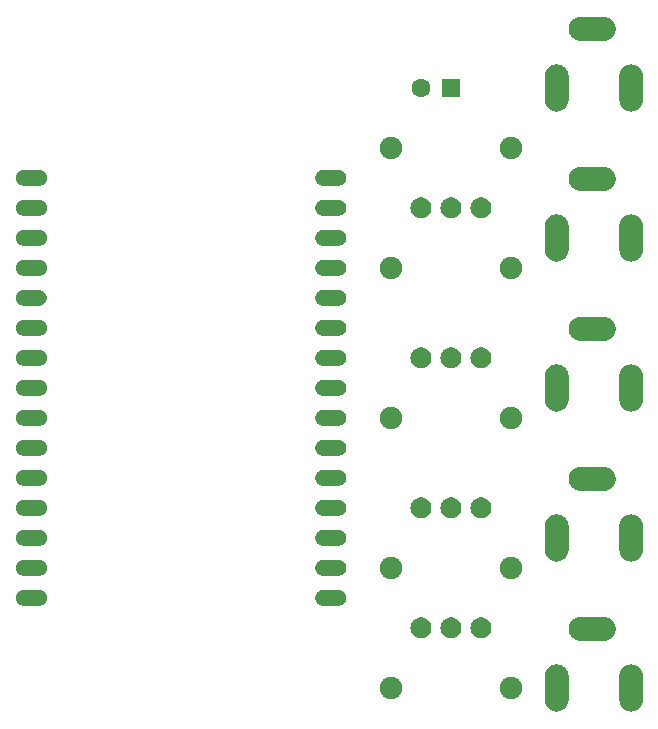
<source format=gtl>
G04 MADE WITH FRITZING*
G04 WWW.FRITZING.ORG*
G04 DOUBLE SIDED*
G04 HOLES PLATED*
G04 CONTOUR ON CENTER OF CONTOUR VECTOR*
%ASAXBY*%
%FSLAX23Y23*%
%MOIN*%
%OFA0B0*%
%SFA1.0B1.0*%
%ADD10C,0.070000*%
%ADD11C,0.052000*%
%ADD12C,0.075000*%
%ADD13C,0.078740*%
%ADD14C,0.062992*%
%ADD15R,0.062992X0.062992*%
%ADD16R,0.001000X0.001000*%
%LNCOPPER1*%
G90*
G70*
G54D10*
X1644Y1535D03*
X1544Y1535D03*
X1444Y1535D03*
G54D11*
X1144Y735D03*
X1144Y835D03*
X1144Y935D03*
X1144Y1035D03*
X1144Y1135D03*
X1144Y1235D03*
X1144Y1335D03*
X1144Y1435D03*
X1144Y1535D03*
X1144Y1635D03*
X1144Y1735D03*
X1144Y1835D03*
X1144Y1935D03*
X1144Y2035D03*
X1144Y2135D03*
X144Y2135D03*
X144Y2035D03*
X144Y1935D03*
X144Y1835D03*
X144Y1735D03*
X144Y1635D03*
X144Y1535D03*
X144Y1435D03*
X144Y1335D03*
X144Y1235D03*
X144Y1135D03*
X144Y1035D03*
X144Y935D03*
X144Y835D03*
X144Y735D03*
G54D12*
X1344Y1335D03*
X1744Y1335D03*
G54D13*
X1896Y1935D03*
X2144Y1935D03*
X2015Y2132D03*
X1896Y1935D03*
X2144Y1935D03*
X2015Y2132D03*
X1896Y2435D03*
X2144Y2435D03*
X2015Y2632D03*
X1896Y2435D03*
X2144Y2435D03*
X2015Y2632D03*
X1896Y1435D03*
X2144Y1435D03*
X2015Y1632D03*
X1896Y1435D03*
X2144Y1435D03*
X2015Y1632D03*
G54D10*
X1644Y2035D03*
X1544Y2035D03*
X1444Y2035D03*
G54D12*
X1344Y1835D03*
X1744Y1835D03*
G54D10*
X1644Y1035D03*
X1544Y1035D03*
X1444Y1035D03*
G54D12*
X1344Y835D03*
X1744Y835D03*
G54D13*
X1896Y935D03*
X2144Y935D03*
X2015Y1132D03*
X1896Y935D03*
X2144Y935D03*
X2015Y1132D03*
G54D10*
X1644Y635D03*
X1544Y635D03*
X1444Y635D03*
G54D12*
X1344Y435D03*
X1744Y435D03*
G54D13*
X1896Y435D03*
X2144Y435D03*
X2015Y632D03*
X1896Y435D03*
X2144Y435D03*
X2015Y632D03*
G54D12*
X1344Y2235D03*
X1744Y2235D03*
G54D14*
X1543Y2435D03*
X1444Y2435D03*
G54D15*
X1543Y2435D03*
G54D16*
X1968Y2671D02*
X2060Y2671D01*
X1964Y2670D02*
X2064Y2670D01*
X1961Y2669D02*
X2067Y2669D01*
X1959Y2668D02*
X2069Y2668D01*
X1956Y2667D02*
X2072Y2667D01*
X1955Y2666D02*
X2073Y2666D01*
X1953Y2665D02*
X2075Y2665D01*
X1952Y2664D02*
X2076Y2664D01*
X1950Y2663D02*
X2078Y2663D01*
X1949Y2662D02*
X2079Y2662D01*
X1948Y2661D02*
X2080Y2661D01*
X1947Y2660D02*
X2081Y2660D01*
X1946Y2659D02*
X2082Y2659D01*
X1945Y2658D02*
X2083Y2658D01*
X1944Y2657D02*
X2084Y2657D01*
X1944Y2656D02*
X2084Y2656D01*
X1943Y2655D02*
X2085Y2655D01*
X1942Y2654D02*
X2086Y2654D01*
X1942Y2653D02*
X2086Y2653D01*
X1941Y2652D02*
X2087Y2652D01*
X1940Y2651D02*
X2008Y2651D01*
X2020Y2651D02*
X2088Y2651D01*
X1940Y2650D02*
X2005Y2650D01*
X2023Y2650D02*
X2088Y2650D01*
X1939Y2649D02*
X2003Y2649D01*
X2025Y2649D02*
X2088Y2649D01*
X1939Y2648D02*
X2002Y2648D01*
X2026Y2648D02*
X2089Y2648D01*
X1939Y2647D02*
X2000Y2647D01*
X2027Y2647D02*
X2089Y2647D01*
X1938Y2646D02*
X1999Y2646D01*
X2029Y2646D02*
X2090Y2646D01*
X1938Y2645D02*
X1999Y2645D01*
X2029Y2645D02*
X2090Y2645D01*
X1938Y2644D02*
X1998Y2644D01*
X2030Y2644D02*
X2090Y2644D01*
X1937Y2643D02*
X1997Y2643D01*
X2031Y2643D02*
X2091Y2643D01*
X1937Y2642D02*
X1996Y2642D01*
X2032Y2642D02*
X2091Y2642D01*
X1937Y2641D02*
X1996Y2641D01*
X2032Y2641D02*
X2091Y2641D01*
X1936Y2640D02*
X1995Y2640D01*
X2033Y2640D02*
X2091Y2640D01*
X1936Y2639D02*
X1995Y2639D01*
X2033Y2639D02*
X2092Y2639D01*
X1936Y2638D02*
X1995Y2638D01*
X2033Y2638D02*
X2092Y2638D01*
X1936Y2637D02*
X1994Y2637D01*
X2034Y2637D02*
X2092Y2637D01*
X1936Y2636D02*
X1994Y2636D01*
X2034Y2636D02*
X2092Y2636D01*
X1936Y2635D02*
X1994Y2635D01*
X2034Y2635D02*
X2092Y2635D01*
X1936Y2634D02*
X1994Y2634D01*
X2034Y2634D02*
X2092Y2634D01*
X1936Y2633D02*
X1994Y2633D01*
X2034Y2633D02*
X2092Y2633D01*
X1936Y2632D02*
X1994Y2632D01*
X2034Y2632D02*
X2092Y2632D01*
X1936Y2631D02*
X1994Y2631D01*
X2034Y2631D02*
X2092Y2631D01*
X1936Y2630D02*
X1994Y2630D01*
X2034Y2630D02*
X2092Y2630D01*
X1936Y2629D02*
X1994Y2629D01*
X2034Y2629D02*
X2092Y2629D01*
X1936Y2628D02*
X1994Y2628D01*
X2034Y2628D02*
X2092Y2628D01*
X1936Y2627D02*
X1995Y2627D01*
X2033Y2627D02*
X2092Y2627D01*
X1936Y2626D02*
X1995Y2626D01*
X2033Y2626D02*
X2092Y2626D01*
X1936Y2625D02*
X1995Y2625D01*
X2033Y2625D02*
X2092Y2625D01*
X1937Y2624D02*
X1996Y2624D01*
X2032Y2624D02*
X2091Y2624D01*
X1937Y2623D02*
X1996Y2623D01*
X2032Y2623D02*
X2091Y2623D01*
X1937Y2622D02*
X1997Y2622D01*
X2031Y2622D02*
X2091Y2622D01*
X1937Y2621D02*
X1997Y2621D01*
X2031Y2621D02*
X2091Y2621D01*
X1938Y2620D02*
X1998Y2620D01*
X2030Y2620D02*
X2090Y2620D01*
X1938Y2619D02*
X1999Y2619D01*
X2029Y2619D02*
X2090Y2619D01*
X1938Y2618D02*
X2000Y2618D01*
X2028Y2618D02*
X2089Y2618D01*
X1939Y2617D02*
X2001Y2617D01*
X2027Y2617D02*
X2089Y2617D01*
X1939Y2616D02*
X2003Y2616D01*
X2025Y2616D02*
X2089Y2616D01*
X1940Y2615D02*
X2004Y2615D01*
X2024Y2615D02*
X2088Y2615D01*
X1940Y2614D02*
X2006Y2614D01*
X2021Y2614D02*
X2088Y2614D01*
X1941Y2613D02*
X2010Y2613D01*
X2018Y2613D02*
X2087Y2613D01*
X1941Y2612D02*
X2087Y2612D01*
X1942Y2611D02*
X2086Y2611D01*
X1943Y2610D02*
X2085Y2610D01*
X1943Y2609D02*
X2084Y2609D01*
X1944Y2608D02*
X2084Y2608D01*
X1945Y2607D02*
X2083Y2607D01*
X1946Y2606D02*
X2082Y2606D01*
X1947Y2605D02*
X2081Y2605D01*
X1948Y2604D02*
X2080Y2604D01*
X1949Y2603D02*
X2079Y2603D01*
X1950Y2602D02*
X2078Y2602D01*
X1951Y2601D02*
X2077Y2601D01*
X1953Y2600D02*
X2075Y2600D01*
X1954Y2599D02*
X2074Y2599D01*
X1956Y2598D02*
X2072Y2598D01*
X1958Y2597D02*
X2070Y2597D01*
X1960Y2596D02*
X2068Y2596D01*
X1963Y2595D02*
X2065Y2595D01*
X1966Y2594D02*
X2062Y2594D01*
X1974Y2593D02*
X2053Y2593D01*
X1892Y2514D02*
X1899Y2514D01*
X2140Y2514D02*
X2147Y2514D01*
X1887Y2513D02*
X1905Y2513D01*
X2135Y2513D02*
X2153Y2513D01*
X1883Y2512D02*
X1908Y2512D01*
X2131Y2512D02*
X2156Y2512D01*
X1881Y2511D02*
X1911Y2511D01*
X2129Y2511D02*
X2159Y2511D01*
X1879Y2510D02*
X1913Y2510D01*
X2127Y2510D02*
X2161Y2510D01*
X1877Y2509D02*
X1915Y2509D01*
X2125Y2509D02*
X2163Y2509D01*
X1875Y2508D02*
X1917Y2508D01*
X2123Y2508D02*
X2165Y2508D01*
X1874Y2507D02*
X1918Y2507D01*
X2122Y2507D02*
X2166Y2507D01*
X1872Y2506D02*
X1919Y2506D01*
X2120Y2506D02*
X2167Y2506D01*
X1871Y2505D02*
X1921Y2505D01*
X2119Y2505D02*
X2169Y2505D01*
X1870Y2504D02*
X1922Y2504D01*
X2118Y2504D02*
X2170Y2504D01*
X1869Y2503D02*
X1923Y2503D01*
X2117Y2503D02*
X2171Y2503D01*
X1868Y2502D02*
X1924Y2502D01*
X2116Y2502D02*
X2172Y2502D01*
X1867Y2501D02*
X1925Y2501D01*
X2115Y2501D02*
X2173Y2501D01*
X1866Y2500D02*
X1926Y2500D01*
X2114Y2500D02*
X2174Y2500D01*
X1865Y2499D02*
X1926Y2499D01*
X2113Y2499D02*
X2174Y2499D01*
X1865Y2498D02*
X1927Y2498D01*
X2113Y2498D02*
X2175Y2498D01*
X1864Y2497D02*
X1928Y2497D01*
X2112Y2497D02*
X2176Y2497D01*
X1863Y2496D02*
X1929Y2496D01*
X2111Y2496D02*
X2177Y2496D01*
X1863Y2495D02*
X1929Y2495D01*
X2111Y2495D02*
X2177Y2495D01*
X1862Y2494D02*
X1930Y2494D01*
X2110Y2494D02*
X2178Y2494D01*
X1861Y2493D02*
X1930Y2493D01*
X2109Y2493D02*
X2178Y2493D01*
X1861Y2492D02*
X1931Y2492D01*
X2109Y2492D02*
X2179Y2492D01*
X1860Y2491D02*
X1931Y2491D01*
X2109Y2491D02*
X2179Y2491D01*
X1860Y2490D02*
X1932Y2490D01*
X2108Y2490D02*
X2180Y2490D01*
X1860Y2489D02*
X1932Y2489D01*
X2108Y2489D02*
X2180Y2489D01*
X1859Y2488D02*
X1932Y2488D01*
X2107Y2488D02*
X2180Y2488D01*
X1859Y2487D02*
X1933Y2487D01*
X2107Y2487D02*
X2181Y2487D01*
X1859Y2486D02*
X1933Y2486D01*
X2107Y2486D02*
X2181Y2486D01*
X1858Y2485D02*
X1933Y2485D01*
X2106Y2485D02*
X2181Y2485D01*
X1858Y2484D02*
X1934Y2484D01*
X2106Y2484D02*
X2182Y2484D01*
X1858Y2483D02*
X1934Y2483D01*
X2106Y2483D02*
X2182Y2483D01*
X1858Y2482D02*
X1934Y2482D01*
X2106Y2482D02*
X2182Y2482D01*
X1858Y2481D02*
X1934Y2481D01*
X2106Y2481D02*
X2182Y2481D01*
X1857Y2480D02*
X1934Y2480D01*
X2105Y2480D02*
X2182Y2480D01*
X1857Y2479D02*
X1935Y2479D01*
X2105Y2479D02*
X2183Y2479D01*
X1857Y2478D02*
X1935Y2478D01*
X2105Y2478D02*
X2183Y2478D01*
X1857Y2477D02*
X1935Y2477D01*
X2105Y2477D02*
X2183Y2477D01*
X1857Y2476D02*
X1935Y2476D01*
X2105Y2476D02*
X2183Y2476D01*
X1857Y2475D02*
X1935Y2475D01*
X2105Y2475D02*
X2183Y2475D01*
X1857Y2474D02*
X1935Y2474D01*
X2105Y2474D02*
X2183Y2474D01*
X1857Y2473D02*
X1935Y2473D01*
X2105Y2473D02*
X2183Y2473D01*
X1857Y2472D02*
X1935Y2472D01*
X2105Y2472D02*
X2183Y2472D01*
X1857Y2471D02*
X1935Y2471D01*
X2105Y2471D02*
X2183Y2471D01*
X1857Y2470D02*
X1935Y2470D01*
X2105Y2470D02*
X2183Y2470D01*
X1857Y2469D02*
X1935Y2469D01*
X2105Y2469D02*
X2183Y2469D01*
X1857Y2468D02*
X1935Y2468D01*
X2105Y2468D02*
X2183Y2468D01*
X1857Y2467D02*
X1935Y2467D01*
X2105Y2467D02*
X2183Y2467D01*
X1857Y2466D02*
X1935Y2466D01*
X2105Y2466D02*
X2183Y2466D01*
X1857Y2465D02*
X1935Y2465D01*
X2105Y2465D02*
X2183Y2465D01*
X1857Y2464D02*
X1935Y2464D01*
X2105Y2464D02*
X2183Y2464D01*
X1857Y2463D02*
X1935Y2463D01*
X2105Y2463D02*
X2183Y2463D01*
X1857Y2462D02*
X1935Y2462D01*
X2105Y2462D02*
X2183Y2462D01*
X1857Y2461D02*
X1935Y2461D01*
X2105Y2461D02*
X2183Y2461D01*
X1857Y2460D02*
X1935Y2460D01*
X2105Y2460D02*
X2183Y2460D01*
X1857Y2459D02*
X1935Y2459D01*
X2105Y2459D02*
X2183Y2459D01*
X1857Y2458D02*
X1935Y2458D01*
X2105Y2458D02*
X2183Y2458D01*
X1857Y2457D02*
X1935Y2457D01*
X2105Y2457D02*
X2183Y2457D01*
X1857Y2456D02*
X1935Y2456D01*
X2105Y2456D02*
X2183Y2456D01*
X1857Y2455D02*
X1894Y2455D01*
X1898Y2455D02*
X1935Y2455D01*
X2105Y2455D02*
X2142Y2455D01*
X2146Y2455D02*
X2183Y2455D01*
X1857Y2454D02*
X1889Y2454D01*
X1903Y2454D02*
X1935Y2454D01*
X2105Y2454D02*
X2137Y2454D01*
X2151Y2454D02*
X2183Y2454D01*
X1857Y2453D02*
X1887Y2453D01*
X1905Y2453D02*
X1935Y2453D01*
X2105Y2453D02*
X2135Y2453D01*
X2153Y2453D02*
X2183Y2453D01*
X1857Y2452D02*
X1885Y2452D01*
X1907Y2452D02*
X1935Y2452D01*
X2105Y2452D02*
X2133Y2452D01*
X2155Y2452D02*
X2183Y2452D01*
X1857Y2451D02*
X1883Y2451D01*
X1908Y2451D02*
X1935Y2451D01*
X2105Y2451D02*
X2131Y2451D01*
X2156Y2451D02*
X2183Y2451D01*
X1857Y2450D02*
X1882Y2450D01*
X1910Y2450D02*
X1935Y2450D01*
X2105Y2450D02*
X2130Y2450D01*
X2158Y2450D02*
X2183Y2450D01*
X1857Y2449D02*
X1881Y2449D01*
X1911Y2449D02*
X1935Y2449D01*
X2105Y2449D02*
X2129Y2449D01*
X2159Y2449D02*
X2183Y2449D01*
X1857Y2448D02*
X1880Y2448D01*
X1911Y2448D02*
X1935Y2448D01*
X2105Y2448D02*
X2128Y2448D01*
X2159Y2448D02*
X2183Y2448D01*
X1857Y2447D02*
X1879Y2447D01*
X1912Y2447D02*
X1935Y2447D01*
X2105Y2447D02*
X2128Y2447D01*
X2160Y2447D02*
X2183Y2447D01*
X1857Y2446D02*
X1879Y2446D01*
X1913Y2446D02*
X1935Y2446D01*
X2105Y2446D02*
X2127Y2446D01*
X2161Y2446D02*
X2183Y2446D01*
X1857Y2445D02*
X1878Y2445D01*
X1913Y2445D02*
X1935Y2445D01*
X2105Y2445D02*
X2126Y2445D01*
X2162Y2445D02*
X2183Y2445D01*
X1857Y2444D02*
X1878Y2444D01*
X1914Y2444D02*
X1935Y2444D01*
X2105Y2444D02*
X2126Y2444D01*
X2162Y2444D02*
X2183Y2444D01*
X1857Y2443D02*
X1877Y2443D01*
X1915Y2443D02*
X1935Y2443D01*
X2105Y2443D02*
X2125Y2443D01*
X2163Y2443D02*
X2183Y2443D01*
X1857Y2442D02*
X1877Y2442D01*
X1915Y2442D02*
X1935Y2442D01*
X2105Y2442D02*
X2125Y2442D01*
X2163Y2442D02*
X2183Y2442D01*
X1857Y2441D02*
X1877Y2441D01*
X1915Y2441D02*
X1935Y2441D01*
X2105Y2441D02*
X2125Y2441D01*
X2163Y2441D02*
X2183Y2441D01*
X1857Y2440D02*
X1876Y2440D01*
X1915Y2440D02*
X1935Y2440D01*
X2105Y2440D02*
X2124Y2440D01*
X2164Y2440D02*
X2183Y2440D01*
X1857Y2439D02*
X1876Y2439D01*
X1916Y2439D02*
X1935Y2439D01*
X2105Y2439D02*
X2124Y2439D01*
X2164Y2439D02*
X2183Y2439D01*
X1857Y2438D02*
X1876Y2438D01*
X1916Y2438D02*
X1935Y2438D01*
X2105Y2438D02*
X2124Y2438D01*
X2164Y2438D02*
X2183Y2438D01*
X1857Y2437D02*
X1876Y2437D01*
X1916Y2437D02*
X1935Y2437D01*
X2105Y2437D02*
X2124Y2437D01*
X2164Y2437D02*
X2183Y2437D01*
X1857Y2436D02*
X1876Y2436D01*
X1916Y2436D02*
X1935Y2436D01*
X2105Y2436D02*
X2124Y2436D01*
X2164Y2436D02*
X2183Y2436D01*
X1857Y2435D02*
X1876Y2435D01*
X1916Y2435D02*
X1935Y2435D01*
X2105Y2435D02*
X2124Y2435D01*
X2164Y2435D02*
X2183Y2435D01*
X1857Y2434D02*
X1876Y2434D01*
X1916Y2434D02*
X1935Y2434D01*
X2105Y2434D02*
X2124Y2434D01*
X2164Y2434D02*
X2183Y2434D01*
X1857Y2433D02*
X1876Y2433D01*
X1916Y2433D02*
X1935Y2433D01*
X2105Y2433D02*
X2124Y2433D01*
X2164Y2433D02*
X2183Y2433D01*
X1857Y2432D02*
X1876Y2432D01*
X1916Y2432D02*
X1935Y2432D01*
X2105Y2432D02*
X2124Y2432D01*
X2164Y2432D02*
X2183Y2432D01*
X1857Y2431D02*
X1876Y2431D01*
X1915Y2431D02*
X1935Y2431D01*
X2105Y2431D02*
X2124Y2431D01*
X2164Y2431D02*
X2183Y2431D01*
X1857Y2430D02*
X1877Y2430D01*
X1915Y2430D02*
X1935Y2430D01*
X2105Y2430D02*
X2125Y2430D01*
X2163Y2430D02*
X2183Y2430D01*
X1857Y2429D02*
X1877Y2429D01*
X1915Y2429D02*
X1935Y2429D01*
X2105Y2429D02*
X2125Y2429D01*
X2163Y2429D02*
X2183Y2429D01*
X1857Y2428D02*
X1877Y2428D01*
X1915Y2428D02*
X1935Y2428D01*
X2105Y2428D02*
X2125Y2428D01*
X2163Y2428D02*
X2183Y2428D01*
X1857Y2427D02*
X1878Y2427D01*
X1914Y2427D02*
X1935Y2427D01*
X2105Y2427D02*
X2126Y2427D01*
X2162Y2427D02*
X2183Y2427D01*
X1857Y2426D02*
X1878Y2426D01*
X1914Y2426D02*
X1935Y2426D01*
X2105Y2426D02*
X2126Y2426D01*
X2162Y2426D02*
X2183Y2426D01*
X1857Y2425D02*
X1879Y2425D01*
X1913Y2425D02*
X1935Y2425D01*
X2105Y2425D02*
X2127Y2425D01*
X2161Y2425D02*
X2183Y2425D01*
X1857Y2424D02*
X1879Y2424D01*
X1912Y2424D02*
X1935Y2424D01*
X2105Y2424D02*
X2127Y2424D01*
X2160Y2424D02*
X2183Y2424D01*
X1857Y2423D02*
X1880Y2423D01*
X1911Y2423D02*
X1935Y2423D01*
X2105Y2423D02*
X2128Y2423D01*
X2159Y2423D02*
X2183Y2423D01*
X1857Y2422D02*
X1881Y2422D01*
X1911Y2422D02*
X1935Y2422D01*
X2105Y2422D02*
X2129Y2422D01*
X2159Y2422D02*
X2183Y2422D01*
X1857Y2421D02*
X1882Y2421D01*
X1910Y2421D02*
X1935Y2421D01*
X2105Y2421D02*
X2130Y2421D01*
X2158Y2421D02*
X2183Y2421D01*
X1857Y2420D02*
X1883Y2420D01*
X1908Y2420D02*
X1935Y2420D01*
X2105Y2420D02*
X2131Y2420D01*
X2156Y2420D02*
X2183Y2420D01*
X1857Y2419D02*
X1885Y2419D01*
X1907Y2419D02*
X1935Y2419D01*
X2105Y2419D02*
X2133Y2419D01*
X2155Y2419D02*
X2183Y2419D01*
X1857Y2418D02*
X1886Y2418D01*
X1905Y2418D02*
X1935Y2418D01*
X2105Y2418D02*
X2135Y2418D01*
X2153Y2418D02*
X2183Y2418D01*
X1857Y2417D02*
X1889Y2417D01*
X1903Y2417D02*
X1935Y2417D01*
X2105Y2417D02*
X2137Y2417D01*
X2151Y2417D02*
X2183Y2417D01*
X1857Y2416D02*
X1893Y2416D01*
X1898Y2416D02*
X1935Y2416D01*
X2105Y2416D02*
X2141Y2416D01*
X2146Y2416D02*
X2183Y2416D01*
X1857Y2415D02*
X1935Y2415D01*
X2105Y2415D02*
X2183Y2415D01*
X1857Y2414D02*
X1935Y2414D01*
X2105Y2414D02*
X2183Y2414D01*
X1857Y2413D02*
X1935Y2413D01*
X2105Y2413D02*
X2183Y2413D01*
X1857Y2412D02*
X1935Y2412D01*
X2105Y2412D02*
X2183Y2412D01*
X1857Y2411D02*
X1935Y2411D01*
X2105Y2411D02*
X2183Y2411D01*
X1857Y2410D02*
X1935Y2410D01*
X2105Y2410D02*
X2183Y2410D01*
X1857Y2409D02*
X1935Y2409D01*
X2105Y2409D02*
X2183Y2409D01*
X1857Y2408D02*
X1935Y2408D01*
X2105Y2408D02*
X2183Y2408D01*
X1857Y2407D02*
X1935Y2407D01*
X2105Y2407D02*
X2183Y2407D01*
X1857Y2406D02*
X1935Y2406D01*
X2105Y2406D02*
X2183Y2406D01*
X1857Y2405D02*
X1935Y2405D01*
X2105Y2405D02*
X2183Y2405D01*
X1857Y2404D02*
X1935Y2404D01*
X2105Y2404D02*
X2183Y2404D01*
X1857Y2403D02*
X1935Y2403D01*
X2105Y2403D02*
X2183Y2403D01*
X1857Y2402D02*
X1935Y2402D01*
X2105Y2402D02*
X2183Y2402D01*
X1857Y2401D02*
X1935Y2401D01*
X2105Y2401D02*
X2183Y2401D01*
X1857Y2400D02*
X1935Y2400D01*
X2105Y2400D02*
X2183Y2400D01*
X1857Y2399D02*
X1935Y2399D01*
X2105Y2399D02*
X2183Y2399D01*
X1857Y2398D02*
X1935Y2398D01*
X2105Y2398D02*
X2183Y2398D01*
X1857Y2397D02*
X1935Y2397D01*
X2105Y2397D02*
X2183Y2397D01*
X1857Y2396D02*
X1935Y2396D01*
X2105Y2396D02*
X2183Y2396D01*
X1857Y2395D02*
X1935Y2395D01*
X2105Y2395D02*
X2183Y2395D01*
X1857Y2394D02*
X1935Y2394D01*
X2105Y2394D02*
X2183Y2394D01*
X1857Y2393D02*
X1935Y2393D01*
X2105Y2393D02*
X2183Y2393D01*
X1857Y2392D02*
X1935Y2392D01*
X2105Y2392D02*
X2183Y2392D01*
X1857Y2391D02*
X1934Y2391D01*
X2105Y2391D02*
X2182Y2391D01*
X1858Y2390D02*
X1934Y2390D01*
X2106Y2390D02*
X2182Y2390D01*
X1858Y2389D02*
X1934Y2389D01*
X2106Y2389D02*
X2182Y2389D01*
X1858Y2388D02*
X1934Y2388D01*
X2106Y2388D02*
X2182Y2388D01*
X1858Y2387D02*
X1934Y2387D01*
X2106Y2387D02*
X2182Y2387D01*
X1858Y2386D02*
X1933Y2386D01*
X2106Y2386D02*
X2181Y2386D01*
X1859Y2385D02*
X1933Y2385D01*
X2107Y2385D02*
X2181Y2385D01*
X1859Y2384D02*
X1933Y2384D01*
X2107Y2384D02*
X2181Y2384D01*
X1859Y2383D02*
X1932Y2383D01*
X2107Y2383D02*
X2180Y2383D01*
X1860Y2382D02*
X1932Y2382D01*
X2108Y2382D02*
X2180Y2382D01*
X1860Y2381D02*
X1932Y2381D01*
X2108Y2381D02*
X2180Y2381D01*
X1860Y2380D02*
X1931Y2380D01*
X2109Y2380D02*
X2179Y2380D01*
X1861Y2379D02*
X1931Y2379D01*
X2109Y2379D02*
X2179Y2379D01*
X1861Y2378D02*
X1930Y2378D01*
X2109Y2378D02*
X2178Y2378D01*
X1862Y2377D02*
X1930Y2377D01*
X2110Y2377D02*
X2178Y2377D01*
X1863Y2376D02*
X1929Y2376D01*
X2111Y2376D02*
X2177Y2376D01*
X1863Y2375D02*
X1929Y2375D01*
X2111Y2375D02*
X2177Y2375D01*
X1864Y2374D02*
X1928Y2374D01*
X2112Y2374D02*
X2176Y2374D01*
X1865Y2373D02*
X1927Y2373D01*
X2113Y2373D02*
X2175Y2373D01*
X1865Y2372D02*
X1926Y2372D01*
X2113Y2372D02*
X2174Y2372D01*
X1866Y2371D02*
X1926Y2371D01*
X2114Y2371D02*
X2174Y2371D01*
X1867Y2370D02*
X1925Y2370D01*
X2115Y2370D02*
X2173Y2370D01*
X1868Y2369D02*
X1924Y2369D01*
X2116Y2369D02*
X2172Y2369D01*
X1869Y2368D02*
X1923Y2368D01*
X2117Y2368D02*
X2171Y2368D01*
X1870Y2367D02*
X1922Y2367D01*
X2118Y2367D02*
X2170Y2367D01*
X1871Y2366D02*
X1921Y2366D01*
X2119Y2366D02*
X2169Y2366D01*
X1872Y2365D02*
X1919Y2365D01*
X2120Y2365D02*
X2167Y2365D01*
X1874Y2364D02*
X1918Y2364D01*
X2122Y2364D02*
X2166Y2364D01*
X1875Y2363D02*
X1917Y2363D01*
X2123Y2363D02*
X2165Y2363D01*
X1877Y2362D02*
X1915Y2362D01*
X2125Y2362D02*
X2163Y2362D01*
X1879Y2361D02*
X1913Y2361D01*
X2127Y2361D02*
X2161Y2361D01*
X1881Y2360D02*
X1911Y2360D01*
X2129Y2360D02*
X2159Y2360D01*
X1883Y2359D02*
X1908Y2359D01*
X2131Y2359D02*
X2156Y2359D01*
X1887Y2358D02*
X1905Y2358D01*
X2135Y2358D02*
X2153Y2358D01*
X1892Y2357D02*
X1900Y2357D01*
X2140Y2357D02*
X2148Y2357D01*
X1968Y2171D02*
X2060Y2171D01*
X1964Y2170D02*
X2064Y2170D01*
X1961Y2169D02*
X2067Y2169D01*
X1959Y2168D02*
X2069Y2168D01*
X1956Y2167D02*
X2072Y2167D01*
X1955Y2166D02*
X2073Y2166D01*
X1953Y2165D02*
X2075Y2165D01*
X1952Y2164D02*
X2076Y2164D01*
X1950Y2163D02*
X2078Y2163D01*
X1949Y2162D02*
X2079Y2162D01*
X115Y2161D02*
X176Y2161D01*
X1113Y2161D02*
X1173Y2161D01*
X1948Y2161D02*
X2080Y2161D01*
X111Y2160D02*
X179Y2160D01*
X1109Y2160D02*
X1177Y2160D01*
X1947Y2160D02*
X2081Y2160D01*
X109Y2159D02*
X182Y2159D01*
X1107Y2159D02*
X1179Y2159D01*
X1946Y2159D02*
X2082Y2159D01*
X107Y2158D02*
X184Y2158D01*
X1105Y2158D02*
X1181Y2158D01*
X1945Y2158D02*
X2083Y2158D01*
X105Y2157D02*
X185Y2157D01*
X1103Y2157D02*
X1183Y2157D01*
X1944Y2157D02*
X2084Y2157D01*
X104Y2156D02*
X187Y2156D01*
X1102Y2156D02*
X1184Y2156D01*
X1944Y2156D02*
X2084Y2156D01*
X103Y2155D02*
X188Y2155D01*
X1100Y2155D02*
X1185Y2155D01*
X1943Y2155D02*
X2085Y2155D01*
X102Y2154D02*
X189Y2154D01*
X1099Y2154D02*
X1187Y2154D01*
X1942Y2154D02*
X2086Y2154D01*
X101Y2153D02*
X190Y2153D01*
X1098Y2153D02*
X1187Y2153D01*
X1942Y2153D02*
X2086Y2153D01*
X100Y2152D02*
X191Y2152D01*
X1098Y2152D02*
X1188Y2152D01*
X1941Y2152D02*
X2087Y2152D01*
X99Y2151D02*
X141Y2151D01*
X150Y2151D02*
X192Y2151D01*
X1097Y2151D02*
X1138Y2151D01*
X1146Y2151D02*
X1189Y2151D01*
X1940Y2151D02*
X2008Y2151D01*
X2020Y2151D02*
X2088Y2151D01*
X98Y2150D02*
X138Y2150D01*
X153Y2150D02*
X192Y2150D01*
X1096Y2150D02*
X1135Y2150D01*
X1149Y2150D02*
X1190Y2150D01*
X1940Y2150D02*
X2005Y2150D01*
X2023Y2150D02*
X2088Y2150D01*
X98Y2149D02*
X136Y2149D01*
X154Y2149D02*
X193Y2149D01*
X1095Y2149D02*
X1133Y2149D01*
X1151Y2149D02*
X1190Y2149D01*
X1939Y2149D02*
X2003Y2149D01*
X2025Y2149D02*
X2088Y2149D01*
X97Y2148D02*
X135Y2148D01*
X156Y2148D02*
X193Y2148D01*
X1095Y2148D02*
X1132Y2148D01*
X1153Y2148D02*
X1191Y2148D01*
X1939Y2148D02*
X2002Y2148D01*
X2026Y2148D02*
X2089Y2148D01*
X97Y2147D02*
X134Y2147D01*
X157Y2147D02*
X194Y2147D01*
X1094Y2147D02*
X1130Y2147D01*
X1154Y2147D02*
X1192Y2147D01*
X1939Y2147D02*
X2000Y2147D01*
X2027Y2147D02*
X2089Y2147D01*
X96Y2146D02*
X133Y2146D01*
X158Y2146D02*
X195Y2146D01*
X1094Y2146D02*
X1130Y2146D01*
X1155Y2146D02*
X1192Y2146D01*
X1938Y2146D02*
X1999Y2146D01*
X2029Y2146D02*
X2090Y2146D01*
X96Y2145D02*
X132Y2145D01*
X159Y2145D02*
X195Y2145D01*
X1093Y2145D02*
X1129Y2145D01*
X1156Y2145D02*
X1193Y2145D01*
X1938Y2145D02*
X1999Y2145D01*
X2029Y2145D02*
X2090Y2145D01*
X95Y2144D02*
X131Y2144D01*
X160Y2144D02*
X195Y2144D01*
X1093Y2144D02*
X1128Y2144D01*
X1156Y2144D02*
X1193Y2144D01*
X1938Y2144D02*
X1998Y2144D01*
X2030Y2144D02*
X2090Y2144D01*
X95Y2143D02*
X131Y2143D01*
X160Y2143D02*
X196Y2143D01*
X1093Y2143D02*
X1127Y2143D01*
X1157Y2143D02*
X1193Y2143D01*
X1937Y2143D02*
X1997Y2143D01*
X2031Y2143D02*
X2091Y2143D01*
X95Y2142D02*
X130Y2142D01*
X161Y2142D02*
X196Y2142D01*
X1092Y2142D02*
X1127Y2142D01*
X1157Y2142D02*
X1194Y2142D01*
X1937Y2142D02*
X1996Y2142D01*
X2032Y2142D02*
X2091Y2142D01*
X95Y2141D02*
X130Y2141D01*
X161Y2141D02*
X196Y2141D01*
X1092Y2141D02*
X1127Y2141D01*
X1158Y2141D02*
X1194Y2141D01*
X1937Y2141D02*
X1996Y2141D01*
X2032Y2141D02*
X2091Y2141D01*
X94Y2140D02*
X129Y2140D01*
X161Y2140D02*
X196Y2140D01*
X1092Y2140D02*
X1126Y2140D01*
X1158Y2140D02*
X1194Y2140D01*
X1936Y2140D02*
X1995Y2140D01*
X2033Y2140D02*
X2091Y2140D01*
X94Y2139D02*
X129Y2139D01*
X162Y2139D02*
X197Y2139D01*
X1092Y2139D02*
X1126Y2139D01*
X1158Y2139D02*
X1194Y2139D01*
X1936Y2139D02*
X1995Y2139D01*
X2033Y2139D02*
X2092Y2139D01*
X94Y2138D02*
X129Y2138D01*
X162Y2138D02*
X197Y2138D01*
X1092Y2138D02*
X1126Y2138D01*
X1159Y2138D02*
X1194Y2138D01*
X1936Y2138D02*
X1995Y2138D01*
X2033Y2138D02*
X2092Y2138D01*
X94Y2137D02*
X129Y2137D01*
X162Y2137D02*
X197Y2137D01*
X1092Y2137D02*
X1126Y2137D01*
X1159Y2137D02*
X1194Y2137D01*
X1936Y2137D02*
X1994Y2137D01*
X2034Y2137D02*
X2092Y2137D01*
X94Y2136D02*
X129Y2136D01*
X162Y2136D02*
X197Y2136D01*
X1091Y2136D02*
X1126Y2136D01*
X1159Y2136D02*
X1194Y2136D01*
X1936Y2136D02*
X1994Y2136D01*
X2034Y2136D02*
X2092Y2136D01*
X94Y2135D02*
X129Y2135D01*
X162Y2135D02*
X197Y2135D01*
X1091Y2135D02*
X1125Y2135D01*
X1159Y2135D02*
X1194Y2135D01*
X1936Y2135D02*
X1994Y2135D01*
X2034Y2135D02*
X2092Y2135D01*
X94Y2134D02*
X129Y2134D01*
X162Y2134D02*
X197Y2134D01*
X1092Y2134D02*
X1126Y2134D01*
X1159Y2134D02*
X1194Y2134D01*
X1936Y2134D02*
X1994Y2134D01*
X2034Y2134D02*
X2092Y2134D01*
X94Y2133D02*
X129Y2133D01*
X162Y2133D02*
X197Y2133D01*
X1092Y2133D02*
X1126Y2133D01*
X1159Y2133D02*
X1194Y2133D01*
X1936Y2133D02*
X1994Y2133D01*
X2034Y2133D02*
X2092Y2133D01*
X94Y2132D02*
X129Y2132D01*
X162Y2132D02*
X197Y2132D01*
X1092Y2132D02*
X1126Y2132D01*
X1158Y2132D02*
X1194Y2132D01*
X1936Y2132D02*
X1994Y2132D01*
X2034Y2132D02*
X2092Y2132D01*
X94Y2131D02*
X129Y2131D01*
X161Y2131D02*
X196Y2131D01*
X1092Y2131D02*
X1126Y2131D01*
X1158Y2131D02*
X1194Y2131D01*
X1936Y2131D02*
X1994Y2131D01*
X2034Y2131D02*
X2092Y2131D01*
X94Y2130D02*
X130Y2130D01*
X161Y2130D02*
X196Y2130D01*
X1092Y2130D02*
X1126Y2130D01*
X1158Y2130D02*
X1194Y2130D01*
X1936Y2130D02*
X1994Y2130D01*
X2034Y2130D02*
X2092Y2130D01*
X95Y2129D02*
X130Y2129D01*
X161Y2129D02*
X196Y2129D01*
X1092Y2129D02*
X1127Y2129D01*
X1157Y2129D02*
X1194Y2129D01*
X1936Y2129D02*
X1994Y2129D01*
X2034Y2129D02*
X2092Y2129D01*
X95Y2128D02*
X131Y2128D01*
X160Y2128D02*
X196Y2128D01*
X1093Y2128D02*
X1127Y2128D01*
X1157Y2128D02*
X1193Y2128D01*
X1936Y2128D02*
X1994Y2128D01*
X2034Y2128D02*
X2092Y2128D01*
X95Y2127D02*
X131Y2127D01*
X160Y2127D02*
X195Y2127D01*
X1093Y2127D02*
X1128Y2127D01*
X1156Y2127D02*
X1193Y2127D01*
X1936Y2127D02*
X1995Y2127D01*
X2033Y2127D02*
X2092Y2127D01*
X96Y2126D02*
X132Y2126D01*
X159Y2126D02*
X195Y2126D01*
X1093Y2126D02*
X1129Y2126D01*
X1156Y2126D02*
X1193Y2126D01*
X1936Y2126D02*
X1995Y2126D01*
X2033Y2126D02*
X2092Y2126D01*
X96Y2125D02*
X133Y2125D01*
X158Y2125D02*
X195Y2125D01*
X1094Y2125D02*
X1129Y2125D01*
X1155Y2125D02*
X1192Y2125D01*
X1936Y2125D02*
X1995Y2125D01*
X2033Y2125D02*
X2092Y2125D01*
X97Y2124D02*
X134Y2124D01*
X157Y2124D02*
X194Y2124D01*
X1094Y2124D02*
X1130Y2124D01*
X1154Y2124D02*
X1192Y2124D01*
X1937Y2124D02*
X1996Y2124D01*
X2032Y2124D02*
X2091Y2124D01*
X97Y2123D02*
X135Y2123D01*
X156Y2123D02*
X194Y2123D01*
X1095Y2123D02*
X1131Y2123D01*
X1153Y2123D02*
X1191Y2123D01*
X1937Y2123D02*
X1996Y2123D01*
X2032Y2123D02*
X2091Y2123D01*
X98Y2122D02*
X136Y2122D01*
X155Y2122D02*
X193Y2122D01*
X1095Y2122D02*
X1133Y2122D01*
X1151Y2122D02*
X1191Y2122D01*
X1937Y2122D02*
X1997Y2122D01*
X2031Y2122D02*
X2091Y2122D01*
X98Y2121D02*
X138Y2121D01*
X153Y2121D02*
X192Y2121D01*
X1096Y2121D02*
X1135Y2121D01*
X1150Y2121D02*
X1190Y2121D01*
X1937Y2121D02*
X1997Y2121D01*
X2031Y2121D02*
X2091Y2121D01*
X99Y2120D02*
X141Y2120D01*
X150Y2120D02*
X192Y2120D01*
X1097Y2120D02*
X1137Y2120D01*
X1147Y2120D02*
X1189Y2120D01*
X1938Y2120D02*
X1998Y2120D01*
X2030Y2120D02*
X2090Y2120D01*
X100Y2119D02*
X191Y2119D01*
X1097Y2119D02*
X1188Y2119D01*
X1938Y2119D02*
X1999Y2119D01*
X2029Y2119D02*
X2090Y2119D01*
X101Y2118D02*
X190Y2118D01*
X1098Y2118D02*
X1188Y2118D01*
X1938Y2118D02*
X2000Y2118D01*
X2028Y2118D02*
X2089Y2118D01*
X102Y2117D02*
X189Y2117D01*
X1099Y2117D02*
X1187Y2117D01*
X1939Y2117D02*
X2001Y2117D01*
X2027Y2117D02*
X2089Y2117D01*
X103Y2116D02*
X188Y2116D01*
X1100Y2116D02*
X1185Y2116D01*
X1939Y2116D02*
X2003Y2116D01*
X2025Y2116D02*
X2089Y2116D01*
X104Y2115D02*
X187Y2115D01*
X1102Y2115D02*
X1184Y2115D01*
X1940Y2115D02*
X2004Y2115D01*
X2024Y2115D02*
X2088Y2115D01*
X105Y2114D02*
X185Y2114D01*
X1103Y2114D02*
X1183Y2114D01*
X1940Y2114D02*
X2006Y2114D01*
X2022Y2114D02*
X2088Y2114D01*
X107Y2113D02*
X184Y2113D01*
X1105Y2113D02*
X1181Y2113D01*
X1941Y2113D02*
X2010Y2113D01*
X2018Y2113D02*
X2087Y2113D01*
X109Y2112D02*
X182Y2112D01*
X1106Y2112D02*
X1179Y2112D01*
X1941Y2112D02*
X2087Y2112D01*
X111Y2111D02*
X180Y2111D01*
X1109Y2111D02*
X1177Y2111D01*
X1942Y2111D02*
X2086Y2111D01*
X115Y2110D02*
X176Y2110D01*
X1112Y2110D02*
X1173Y2110D01*
X1943Y2110D02*
X2085Y2110D01*
X1943Y2109D02*
X2084Y2109D01*
X1944Y2108D02*
X2084Y2108D01*
X1945Y2107D02*
X2083Y2107D01*
X1946Y2106D02*
X2082Y2106D01*
X1947Y2105D02*
X2081Y2105D01*
X1948Y2104D02*
X2080Y2104D01*
X1949Y2103D02*
X2079Y2103D01*
X1950Y2102D02*
X2078Y2102D01*
X1951Y2101D02*
X2077Y2101D01*
X1953Y2100D02*
X2075Y2100D01*
X1954Y2099D02*
X2074Y2099D01*
X1956Y2098D02*
X2072Y2098D01*
X1958Y2097D02*
X2070Y2097D01*
X1960Y2096D02*
X2068Y2096D01*
X1963Y2095D02*
X2065Y2095D01*
X1966Y2094D02*
X2062Y2094D01*
X1974Y2093D02*
X2053Y2093D01*
X1439Y2070D02*
X1449Y2070D01*
X1539Y2070D02*
X1549Y2070D01*
X1639Y2070D02*
X1649Y2070D01*
X1435Y2069D02*
X1453Y2069D01*
X1535Y2069D02*
X1553Y2069D01*
X1635Y2069D02*
X1653Y2069D01*
X1432Y2068D02*
X1456Y2068D01*
X1532Y2068D02*
X1556Y2068D01*
X1632Y2068D02*
X1656Y2068D01*
X1430Y2067D02*
X1458Y2067D01*
X1530Y2067D02*
X1558Y2067D01*
X1630Y2067D02*
X1658Y2067D01*
X1428Y2066D02*
X1460Y2066D01*
X1528Y2066D02*
X1560Y2066D01*
X1628Y2066D02*
X1660Y2066D01*
X1426Y2065D02*
X1462Y2065D01*
X1526Y2065D02*
X1562Y2065D01*
X1626Y2065D02*
X1662Y2065D01*
X1424Y2064D02*
X1464Y2064D01*
X1524Y2064D02*
X1564Y2064D01*
X1624Y2064D02*
X1664Y2064D01*
X1423Y2063D02*
X1465Y2063D01*
X1523Y2063D02*
X1565Y2063D01*
X1623Y2063D02*
X1665Y2063D01*
X1422Y2062D02*
X1466Y2062D01*
X1522Y2062D02*
X1566Y2062D01*
X1622Y2062D02*
X1666Y2062D01*
X115Y2061D02*
X176Y2061D01*
X1113Y2061D02*
X1173Y2061D01*
X1421Y2061D02*
X1467Y2061D01*
X1521Y2061D02*
X1567Y2061D01*
X1621Y2061D02*
X1667Y2061D01*
X111Y2060D02*
X179Y2060D01*
X1109Y2060D02*
X1177Y2060D01*
X1419Y2060D02*
X1468Y2060D01*
X1519Y2060D02*
X1568Y2060D01*
X1619Y2060D02*
X1668Y2060D01*
X109Y2059D02*
X182Y2059D01*
X1107Y2059D02*
X1179Y2059D01*
X1419Y2059D02*
X1469Y2059D01*
X1519Y2059D02*
X1569Y2059D01*
X1619Y2059D02*
X1669Y2059D01*
X107Y2058D02*
X184Y2058D01*
X1105Y2058D02*
X1181Y2058D01*
X1418Y2058D02*
X1470Y2058D01*
X1518Y2058D02*
X1570Y2058D01*
X1618Y2058D02*
X1670Y2058D01*
X105Y2057D02*
X185Y2057D01*
X1103Y2057D02*
X1183Y2057D01*
X1417Y2057D02*
X1471Y2057D01*
X1517Y2057D02*
X1571Y2057D01*
X1617Y2057D02*
X1671Y2057D01*
X104Y2056D02*
X187Y2056D01*
X1102Y2056D02*
X1184Y2056D01*
X1416Y2056D02*
X1472Y2056D01*
X1516Y2056D02*
X1572Y2056D01*
X1616Y2056D02*
X1672Y2056D01*
X103Y2055D02*
X188Y2055D01*
X1100Y2055D02*
X1185Y2055D01*
X1415Y2055D02*
X1472Y2055D01*
X1515Y2055D02*
X1572Y2055D01*
X1615Y2055D02*
X1672Y2055D01*
X102Y2054D02*
X189Y2054D01*
X1099Y2054D02*
X1187Y2054D01*
X1415Y2054D02*
X1473Y2054D01*
X1515Y2054D02*
X1573Y2054D01*
X1615Y2054D02*
X1673Y2054D01*
X101Y2053D02*
X190Y2053D01*
X1098Y2053D02*
X1188Y2053D01*
X1414Y2053D02*
X1474Y2053D01*
X1514Y2053D02*
X1573Y2053D01*
X1614Y2053D02*
X1673Y2053D01*
X100Y2052D02*
X191Y2052D01*
X1098Y2052D02*
X1188Y2052D01*
X1414Y2052D02*
X1474Y2052D01*
X1514Y2052D02*
X1574Y2052D01*
X1614Y2052D02*
X1674Y2052D01*
X99Y2051D02*
X141Y2051D01*
X150Y2051D02*
X192Y2051D01*
X1097Y2051D02*
X1138Y2051D01*
X1146Y2051D02*
X1189Y2051D01*
X1413Y2051D02*
X1475Y2051D01*
X1513Y2051D02*
X1575Y2051D01*
X1613Y2051D02*
X1675Y2051D01*
X98Y2050D02*
X138Y2050D01*
X153Y2050D02*
X192Y2050D01*
X1096Y2050D02*
X1135Y2050D01*
X1149Y2050D02*
X1190Y2050D01*
X1413Y2050D02*
X1439Y2050D01*
X1449Y2050D02*
X1475Y2050D01*
X1513Y2050D02*
X1539Y2050D01*
X1549Y2050D02*
X1575Y2050D01*
X1613Y2050D02*
X1639Y2050D01*
X1649Y2050D02*
X1675Y2050D01*
X98Y2049D02*
X136Y2049D01*
X154Y2049D02*
X193Y2049D01*
X1095Y2049D02*
X1133Y2049D01*
X1151Y2049D02*
X1191Y2049D01*
X1412Y2049D02*
X1437Y2049D01*
X1451Y2049D02*
X1475Y2049D01*
X1512Y2049D02*
X1537Y2049D01*
X1551Y2049D02*
X1575Y2049D01*
X1612Y2049D02*
X1637Y2049D01*
X1651Y2049D02*
X1675Y2049D01*
X97Y2048D02*
X135Y2048D01*
X156Y2048D02*
X193Y2048D01*
X1095Y2048D02*
X1132Y2048D01*
X1153Y2048D02*
X1191Y2048D01*
X1412Y2048D02*
X1435Y2048D01*
X1453Y2048D02*
X1476Y2048D01*
X1512Y2048D02*
X1535Y2048D01*
X1553Y2048D02*
X1576Y2048D01*
X1612Y2048D02*
X1635Y2048D01*
X1653Y2048D02*
X1676Y2048D01*
X97Y2047D02*
X134Y2047D01*
X157Y2047D02*
X194Y2047D01*
X1094Y2047D02*
X1130Y2047D01*
X1154Y2047D02*
X1192Y2047D01*
X1412Y2047D02*
X1434Y2047D01*
X1454Y2047D02*
X1476Y2047D01*
X1512Y2047D02*
X1534Y2047D01*
X1554Y2047D02*
X1576Y2047D01*
X1612Y2047D02*
X1634Y2047D01*
X1654Y2047D02*
X1676Y2047D01*
X96Y2046D02*
X133Y2046D01*
X158Y2046D02*
X195Y2046D01*
X1094Y2046D02*
X1130Y2046D01*
X1155Y2046D02*
X1192Y2046D01*
X1411Y2046D02*
X1433Y2046D01*
X1455Y2046D02*
X1477Y2046D01*
X1511Y2046D02*
X1533Y2046D01*
X1555Y2046D02*
X1577Y2046D01*
X1611Y2046D02*
X1633Y2046D01*
X1655Y2046D02*
X1677Y2046D01*
X96Y2045D02*
X132Y2045D01*
X159Y2045D02*
X195Y2045D01*
X1093Y2045D02*
X1129Y2045D01*
X1156Y2045D02*
X1193Y2045D01*
X1411Y2045D02*
X1432Y2045D01*
X1456Y2045D02*
X1477Y2045D01*
X1511Y2045D02*
X1532Y2045D01*
X1556Y2045D02*
X1577Y2045D01*
X1611Y2045D02*
X1632Y2045D01*
X1656Y2045D02*
X1677Y2045D01*
X95Y2044D02*
X131Y2044D01*
X160Y2044D02*
X195Y2044D01*
X1093Y2044D02*
X1128Y2044D01*
X1156Y2044D02*
X1193Y2044D01*
X1411Y2044D02*
X1431Y2044D01*
X1457Y2044D02*
X1477Y2044D01*
X1511Y2044D02*
X1531Y2044D01*
X1557Y2044D02*
X1577Y2044D01*
X1611Y2044D02*
X1631Y2044D01*
X1657Y2044D02*
X1677Y2044D01*
X95Y2043D02*
X131Y2043D01*
X160Y2043D02*
X196Y2043D01*
X1093Y2043D02*
X1127Y2043D01*
X1157Y2043D02*
X1193Y2043D01*
X1410Y2043D02*
X1430Y2043D01*
X1457Y2043D02*
X1477Y2043D01*
X1510Y2043D02*
X1530Y2043D01*
X1557Y2043D02*
X1577Y2043D01*
X1610Y2043D02*
X1630Y2043D01*
X1657Y2043D02*
X1677Y2043D01*
X95Y2042D02*
X130Y2042D01*
X161Y2042D02*
X196Y2042D01*
X1092Y2042D02*
X1127Y2042D01*
X1157Y2042D02*
X1194Y2042D01*
X1410Y2042D02*
X1430Y2042D01*
X1458Y2042D02*
X1478Y2042D01*
X1510Y2042D02*
X1530Y2042D01*
X1558Y2042D02*
X1578Y2042D01*
X1610Y2042D02*
X1630Y2042D01*
X1658Y2042D02*
X1678Y2042D01*
X95Y2041D02*
X130Y2041D01*
X161Y2041D02*
X196Y2041D01*
X1092Y2041D02*
X1127Y2041D01*
X1158Y2041D02*
X1194Y2041D01*
X1410Y2041D02*
X1429Y2041D01*
X1459Y2041D02*
X1478Y2041D01*
X1510Y2041D02*
X1529Y2041D01*
X1559Y2041D02*
X1578Y2041D01*
X1610Y2041D02*
X1629Y2041D01*
X1659Y2041D02*
X1678Y2041D01*
X94Y2040D02*
X129Y2040D01*
X161Y2040D02*
X196Y2040D01*
X1092Y2040D02*
X1126Y2040D01*
X1158Y2040D02*
X1194Y2040D01*
X1410Y2040D02*
X1429Y2040D01*
X1459Y2040D02*
X1478Y2040D01*
X1510Y2040D02*
X1529Y2040D01*
X1559Y2040D02*
X1578Y2040D01*
X1610Y2040D02*
X1629Y2040D01*
X1659Y2040D02*
X1678Y2040D01*
X94Y2039D02*
X129Y2039D01*
X162Y2039D02*
X197Y2039D01*
X1092Y2039D02*
X1126Y2039D01*
X1158Y2039D02*
X1194Y2039D01*
X1410Y2039D02*
X1429Y2039D01*
X1459Y2039D02*
X1478Y2039D01*
X1510Y2039D02*
X1529Y2039D01*
X1559Y2039D02*
X1578Y2039D01*
X1610Y2039D02*
X1629Y2039D01*
X1659Y2039D02*
X1678Y2039D01*
X94Y2038D02*
X129Y2038D01*
X162Y2038D02*
X197Y2038D01*
X1092Y2038D02*
X1126Y2038D01*
X1159Y2038D02*
X1194Y2038D01*
X1410Y2038D02*
X1429Y2038D01*
X1459Y2038D02*
X1478Y2038D01*
X1510Y2038D02*
X1529Y2038D01*
X1559Y2038D02*
X1578Y2038D01*
X1610Y2038D02*
X1629Y2038D01*
X1659Y2038D02*
X1678Y2038D01*
X94Y2037D02*
X129Y2037D01*
X162Y2037D02*
X197Y2037D01*
X1092Y2037D02*
X1126Y2037D01*
X1159Y2037D02*
X1194Y2037D01*
X1409Y2037D02*
X1429Y2037D01*
X1459Y2037D02*
X1478Y2037D01*
X1509Y2037D02*
X1529Y2037D01*
X1559Y2037D02*
X1578Y2037D01*
X1609Y2037D02*
X1629Y2037D01*
X1659Y2037D02*
X1678Y2037D01*
X94Y2036D02*
X129Y2036D01*
X162Y2036D02*
X197Y2036D01*
X1091Y2036D02*
X1126Y2036D01*
X1159Y2036D02*
X1194Y2036D01*
X1409Y2036D02*
X1428Y2036D01*
X1459Y2036D02*
X1478Y2036D01*
X1509Y2036D02*
X1528Y2036D01*
X1559Y2036D02*
X1578Y2036D01*
X1609Y2036D02*
X1628Y2036D01*
X1659Y2036D02*
X1678Y2036D01*
X94Y2035D02*
X129Y2035D01*
X162Y2035D02*
X197Y2035D01*
X1091Y2035D02*
X1126Y2035D01*
X1159Y2035D02*
X1194Y2035D01*
X1409Y2035D02*
X1428Y2035D01*
X1459Y2035D02*
X1478Y2035D01*
X1509Y2035D02*
X1528Y2035D01*
X1559Y2035D02*
X1578Y2035D01*
X1609Y2035D02*
X1628Y2035D01*
X1659Y2035D02*
X1678Y2035D01*
X94Y2034D02*
X129Y2034D01*
X162Y2034D02*
X197Y2034D01*
X1092Y2034D02*
X1126Y2034D01*
X1159Y2034D02*
X1194Y2034D01*
X1409Y2034D02*
X1429Y2034D01*
X1459Y2034D02*
X1478Y2034D01*
X1509Y2034D02*
X1529Y2034D01*
X1559Y2034D02*
X1578Y2034D01*
X1609Y2034D02*
X1629Y2034D01*
X1659Y2034D02*
X1678Y2034D01*
X94Y2033D02*
X129Y2033D01*
X162Y2033D02*
X197Y2033D01*
X1092Y2033D02*
X1126Y2033D01*
X1159Y2033D02*
X1194Y2033D01*
X1410Y2033D02*
X1429Y2033D01*
X1459Y2033D02*
X1478Y2033D01*
X1510Y2033D02*
X1529Y2033D01*
X1559Y2033D02*
X1578Y2033D01*
X1610Y2033D02*
X1629Y2033D01*
X1659Y2033D02*
X1678Y2033D01*
X94Y2032D02*
X129Y2032D01*
X162Y2032D02*
X197Y2032D01*
X1092Y2032D02*
X1126Y2032D01*
X1158Y2032D02*
X1194Y2032D01*
X1410Y2032D02*
X1429Y2032D01*
X1459Y2032D02*
X1478Y2032D01*
X1510Y2032D02*
X1529Y2032D01*
X1559Y2032D02*
X1578Y2032D01*
X1610Y2032D02*
X1629Y2032D01*
X1659Y2032D02*
X1678Y2032D01*
X94Y2031D02*
X129Y2031D01*
X161Y2031D02*
X196Y2031D01*
X1092Y2031D02*
X1126Y2031D01*
X1158Y2031D02*
X1194Y2031D01*
X1410Y2031D02*
X1429Y2031D01*
X1459Y2031D02*
X1478Y2031D01*
X1510Y2031D02*
X1529Y2031D01*
X1559Y2031D02*
X1578Y2031D01*
X1610Y2031D02*
X1629Y2031D01*
X1659Y2031D02*
X1678Y2031D01*
X94Y2030D02*
X130Y2030D01*
X161Y2030D02*
X196Y2030D01*
X1092Y2030D02*
X1126Y2030D01*
X1158Y2030D02*
X1194Y2030D01*
X1410Y2030D02*
X1429Y2030D01*
X1459Y2030D02*
X1478Y2030D01*
X1510Y2030D02*
X1529Y2030D01*
X1559Y2030D02*
X1578Y2030D01*
X1610Y2030D02*
X1629Y2030D01*
X1659Y2030D02*
X1678Y2030D01*
X95Y2029D02*
X130Y2029D01*
X161Y2029D02*
X196Y2029D01*
X1092Y2029D02*
X1127Y2029D01*
X1158Y2029D02*
X1194Y2029D01*
X1410Y2029D02*
X1430Y2029D01*
X1458Y2029D02*
X1478Y2029D01*
X1510Y2029D02*
X1530Y2029D01*
X1558Y2029D02*
X1578Y2029D01*
X1610Y2029D02*
X1630Y2029D01*
X1658Y2029D02*
X1678Y2029D01*
X95Y2028D02*
X131Y2028D01*
X160Y2028D02*
X196Y2028D01*
X1093Y2028D02*
X1127Y2028D01*
X1157Y2028D02*
X1193Y2028D01*
X1410Y2028D02*
X1430Y2028D01*
X1458Y2028D02*
X1477Y2028D01*
X1510Y2028D02*
X1530Y2028D01*
X1558Y2028D02*
X1577Y2028D01*
X1610Y2028D02*
X1630Y2028D01*
X1658Y2028D02*
X1677Y2028D01*
X95Y2027D02*
X131Y2027D01*
X160Y2027D02*
X195Y2027D01*
X1093Y2027D02*
X1128Y2027D01*
X1156Y2027D02*
X1193Y2027D01*
X1411Y2027D02*
X1431Y2027D01*
X1457Y2027D02*
X1477Y2027D01*
X1511Y2027D02*
X1531Y2027D01*
X1557Y2027D02*
X1577Y2027D01*
X1611Y2027D02*
X1631Y2027D01*
X1657Y2027D02*
X1677Y2027D01*
X96Y2026D02*
X132Y2026D01*
X159Y2026D02*
X195Y2026D01*
X1093Y2026D02*
X1129Y2026D01*
X1156Y2026D02*
X1193Y2026D01*
X1411Y2026D02*
X1432Y2026D01*
X1456Y2026D02*
X1477Y2026D01*
X1511Y2026D02*
X1532Y2026D01*
X1556Y2026D02*
X1577Y2026D01*
X1611Y2026D02*
X1632Y2026D01*
X1656Y2026D02*
X1677Y2026D01*
X96Y2025D02*
X133Y2025D01*
X158Y2025D02*
X195Y2025D01*
X1094Y2025D02*
X1129Y2025D01*
X1155Y2025D02*
X1192Y2025D01*
X1411Y2025D02*
X1433Y2025D01*
X1455Y2025D02*
X1477Y2025D01*
X1511Y2025D02*
X1533Y2025D01*
X1555Y2025D02*
X1577Y2025D01*
X1611Y2025D02*
X1633Y2025D01*
X1655Y2025D02*
X1677Y2025D01*
X97Y2024D02*
X134Y2024D01*
X157Y2024D02*
X194Y2024D01*
X1094Y2024D02*
X1130Y2024D01*
X1154Y2024D02*
X1192Y2024D01*
X1412Y2024D02*
X1434Y2024D01*
X1454Y2024D02*
X1476Y2024D01*
X1512Y2024D02*
X1534Y2024D01*
X1554Y2024D02*
X1576Y2024D01*
X1612Y2024D02*
X1634Y2024D01*
X1654Y2024D02*
X1676Y2024D01*
X97Y2023D02*
X135Y2023D01*
X156Y2023D02*
X194Y2023D01*
X1095Y2023D02*
X1131Y2023D01*
X1153Y2023D02*
X1191Y2023D01*
X1412Y2023D02*
X1435Y2023D01*
X1453Y2023D02*
X1476Y2023D01*
X1512Y2023D02*
X1535Y2023D01*
X1553Y2023D02*
X1576Y2023D01*
X1612Y2023D02*
X1635Y2023D01*
X1653Y2023D02*
X1676Y2023D01*
X98Y2022D02*
X136Y2022D01*
X155Y2022D02*
X193Y2022D01*
X1095Y2022D02*
X1133Y2022D01*
X1152Y2022D02*
X1191Y2022D01*
X1412Y2022D02*
X1437Y2022D01*
X1451Y2022D02*
X1475Y2022D01*
X1512Y2022D02*
X1537Y2022D01*
X1551Y2022D02*
X1575Y2022D01*
X1612Y2022D02*
X1637Y2022D01*
X1651Y2022D02*
X1675Y2022D01*
X98Y2021D02*
X138Y2021D01*
X153Y2021D02*
X192Y2021D01*
X1096Y2021D02*
X1135Y2021D01*
X1150Y2021D02*
X1190Y2021D01*
X1413Y2021D02*
X1439Y2021D01*
X1449Y2021D02*
X1475Y2021D01*
X1513Y2021D02*
X1539Y2021D01*
X1549Y2021D02*
X1575Y2021D01*
X1613Y2021D02*
X1639Y2021D01*
X1649Y2021D02*
X1675Y2021D01*
X99Y2020D02*
X141Y2020D01*
X150Y2020D02*
X192Y2020D01*
X1097Y2020D02*
X1137Y2020D01*
X1147Y2020D02*
X1189Y2020D01*
X1413Y2020D02*
X1475Y2020D01*
X1513Y2020D02*
X1575Y2020D01*
X1613Y2020D02*
X1675Y2020D01*
X100Y2019D02*
X191Y2019D01*
X1097Y2019D02*
X1188Y2019D01*
X1414Y2019D02*
X1474Y2019D01*
X1514Y2019D02*
X1574Y2019D01*
X1614Y2019D02*
X1674Y2019D01*
X101Y2018D02*
X190Y2018D01*
X1098Y2018D02*
X1188Y2018D01*
X1414Y2018D02*
X1474Y2018D01*
X1514Y2018D02*
X1574Y2018D01*
X1614Y2018D02*
X1674Y2018D01*
X102Y2017D02*
X189Y2017D01*
X1099Y2017D02*
X1187Y2017D01*
X1415Y2017D02*
X1473Y2017D01*
X1515Y2017D02*
X1573Y2017D01*
X1615Y2017D02*
X1673Y2017D01*
X103Y2016D02*
X188Y2016D01*
X1100Y2016D02*
X1185Y2016D01*
X1415Y2016D02*
X1472Y2016D01*
X1515Y2016D02*
X1572Y2016D01*
X1615Y2016D02*
X1672Y2016D01*
X104Y2015D02*
X187Y2015D01*
X1102Y2015D02*
X1184Y2015D01*
X1416Y2015D02*
X1472Y2015D01*
X1516Y2015D02*
X1572Y2015D01*
X1616Y2015D02*
X1672Y2015D01*
X105Y2014D02*
X185Y2014D01*
X1103Y2014D02*
X1183Y2014D01*
X1417Y2014D02*
X1471Y2014D01*
X1517Y2014D02*
X1571Y2014D01*
X1617Y2014D02*
X1671Y2014D01*
X1892Y2014D02*
X1899Y2014D01*
X2140Y2014D02*
X2147Y2014D01*
X107Y2013D02*
X184Y2013D01*
X1105Y2013D02*
X1181Y2013D01*
X1418Y2013D02*
X1470Y2013D01*
X1518Y2013D02*
X1570Y2013D01*
X1618Y2013D02*
X1670Y2013D01*
X1887Y2013D02*
X1905Y2013D01*
X2135Y2013D02*
X2153Y2013D01*
X109Y2012D02*
X182Y2012D01*
X1106Y2012D02*
X1179Y2012D01*
X1419Y2012D02*
X1469Y2012D01*
X1519Y2012D02*
X1569Y2012D01*
X1619Y2012D02*
X1669Y2012D01*
X1883Y2012D02*
X1908Y2012D01*
X2131Y2012D02*
X2156Y2012D01*
X111Y2011D02*
X180Y2011D01*
X1109Y2011D02*
X1177Y2011D01*
X1419Y2011D02*
X1468Y2011D01*
X1519Y2011D02*
X1568Y2011D01*
X1619Y2011D02*
X1668Y2011D01*
X1881Y2011D02*
X1911Y2011D01*
X2129Y2011D02*
X2159Y2011D01*
X115Y2010D02*
X176Y2010D01*
X1112Y2010D02*
X1174Y2010D01*
X1420Y2010D02*
X1467Y2010D01*
X1520Y2010D02*
X1567Y2010D01*
X1620Y2010D02*
X1667Y2010D01*
X1879Y2010D02*
X1913Y2010D01*
X2127Y2010D02*
X2161Y2010D01*
X1422Y2009D02*
X1466Y2009D01*
X1522Y2009D02*
X1566Y2009D01*
X1622Y2009D02*
X1666Y2009D01*
X1877Y2009D02*
X1915Y2009D01*
X2125Y2009D02*
X2163Y2009D01*
X1423Y2008D02*
X1465Y2008D01*
X1523Y2008D02*
X1565Y2008D01*
X1623Y2008D02*
X1665Y2008D01*
X1875Y2008D02*
X1917Y2008D01*
X2123Y2008D02*
X2165Y2008D01*
X1424Y2007D02*
X1464Y2007D01*
X1524Y2007D02*
X1564Y2007D01*
X1624Y2007D02*
X1664Y2007D01*
X1874Y2007D02*
X1918Y2007D01*
X2122Y2007D02*
X2166Y2007D01*
X1426Y2006D02*
X1462Y2006D01*
X1526Y2006D02*
X1562Y2006D01*
X1626Y2006D02*
X1662Y2006D01*
X1872Y2006D02*
X1919Y2006D01*
X2120Y2006D02*
X2167Y2006D01*
X1428Y2005D02*
X1460Y2005D01*
X1528Y2005D02*
X1560Y2005D01*
X1628Y2005D02*
X1660Y2005D01*
X1871Y2005D02*
X1921Y2005D01*
X2119Y2005D02*
X2169Y2005D01*
X1430Y2004D02*
X1458Y2004D01*
X1530Y2004D02*
X1558Y2004D01*
X1630Y2004D02*
X1658Y2004D01*
X1870Y2004D02*
X1922Y2004D01*
X2118Y2004D02*
X2170Y2004D01*
X1432Y2003D02*
X1456Y2003D01*
X1532Y2003D02*
X1556Y2003D01*
X1632Y2003D02*
X1656Y2003D01*
X1869Y2003D02*
X1923Y2003D01*
X2117Y2003D02*
X2171Y2003D01*
X1435Y2002D02*
X1453Y2002D01*
X1535Y2002D02*
X1553Y2002D01*
X1635Y2002D02*
X1653Y2002D01*
X1868Y2002D02*
X1924Y2002D01*
X2116Y2002D02*
X2172Y2002D01*
X1439Y2001D02*
X1449Y2001D01*
X1539Y2001D02*
X1549Y2001D01*
X1639Y2001D02*
X1649Y2001D01*
X1867Y2001D02*
X1925Y2001D01*
X2115Y2001D02*
X2173Y2001D01*
X1866Y2000D02*
X1926Y2000D01*
X2114Y2000D02*
X2174Y2000D01*
X1865Y1999D02*
X1926Y1999D01*
X2113Y1999D02*
X2174Y1999D01*
X1865Y1998D02*
X1927Y1998D01*
X2113Y1998D02*
X2175Y1998D01*
X1864Y1997D02*
X1928Y1997D01*
X2112Y1997D02*
X2176Y1997D01*
X1863Y1996D02*
X1929Y1996D01*
X2111Y1996D02*
X2177Y1996D01*
X1863Y1995D02*
X1929Y1995D01*
X2111Y1995D02*
X2177Y1995D01*
X1862Y1994D02*
X1930Y1994D01*
X2110Y1994D02*
X2178Y1994D01*
X1861Y1993D02*
X1930Y1993D01*
X2109Y1993D02*
X2178Y1993D01*
X1861Y1992D02*
X1931Y1992D01*
X2109Y1992D02*
X2179Y1992D01*
X1860Y1991D02*
X1931Y1991D01*
X2109Y1991D02*
X2179Y1991D01*
X1860Y1990D02*
X1932Y1990D01*
X2108Y1990D02*
X2180Y1990D01*
X1860Y1989D02*
X1932Y1989D01*
X2108Y1989D02*
X2180Y1989D01*
X1859Y1988D02*
X1932Y1988D01*
X2107Y1988D02*
X2180Y1988D01*
X1859Y1987D02*
X1933Y1987D01*
X2107Y1987D02*
X2181Y1987D01*
X1859Y1986D02*
X1933Y1986D01*
X2107Y1986D02*
X2181Y1986D01*
X1858Y1985D02*
X1933Y1985D01*
X2106Y1985D02*
X2181Y1985D01*
X1858Y1984D02*
X1934Y1984D01*
X2106Y1984D02*
X2182Y1984D01*
X1858Y1983D02*
X1934Y1983D01*
X2106Y1983D02*
X2182Y1983D01*
X1858Y1982D02*
X1934Y1982D01*
X2106Y1982D02*
X2182Y1982D01*
X1858Y1981D02*
X1934Y1981D01*
X2106Y1981D02*
X2182Y1981D01*
X1857Y1980D02*
X1934Y1980D01*
X2105Y1980D02*
X2182Y1980D01*
X1857Y1979D02*
X1935Y1979D01*
X2105Y1979D02*
X2183Y1979D01*
X1857Y1978D02*
X1935Y1978D01*
X2105Y1978D02*
X2183Y1978D01*
X1857Y1977D02*
X1935Y1977D01*
X2105Y1977D02*
X2183Y1977D01*
X1857Y1976D02*
X1935Y1976D01*
X2105Y1976D02*
X2183Y1976D01*
X1857Y1975D02*
X1935Y1975D01*
X2105Y1975D02*
X2183Y1975D01*
X1857Y1974D02*
X1935Y1974D01*
X2105Y1974D02*
X2183Y1974D01*
X1857Y1973D02*
X1935Y1973D01*
X2105Y1973D02*
X2183Y1973D01*
X1857Y1972D02*
X1935Y1972D01*
X2105Y1972D02*
X2183Y1972D01*
X1857Y1971D02*
X1935Y1971D01*
X2105Y1971D02*
X2183Y1971D01*
X1857Y1970D02*
X1935Y1970D01*
X2105Y1970D02*
X2183Y1970D01*
X1857Y1969D02*
X1935Y1969D01*
X2105Y1969D02*
X2183Y1969D01*
X1857Y1968D02*
X1935Y1968D01*
X2105Y1968D02*
X2183Y1968D01*
X1857Y1967D02*
X1935Y1967D01*
X2105Y1967D02*
X2183Y1967D01*
X1857Y1966D02*
X1935Y1966D01*
X2105Y1966D02*
X2183Y1966D01*
X1857Y1965D02*
X1935Y1965D01*
X2105Y1965D02*
X2183Y1965D01*
X1857Y1964D02*
X1935Y1964D01*
X2105Y1964D02*
X2183Y1964D01*
X1857Y1963D02*
X1935Y1963D01*
X2105Y1963D02*
X2183Y1963D01*
X1857Y1962D02*
X1935Y1962D01*
X2105Y1962D02*
X2183Y1962D01*
X115Y1961D02*
X176Y1961D01*
X1113Y1961D02*
X1173Y1961D01*
X1857Y1961D02*
X1935Y1961D01*
X2105Y1961D02*
X2183Y1961D01*
X111Y1960D02*
X179Y1960D01*
X1109Y1960D02*
X1177Y1960D01*
X1857Y1960D02*
X1935Y1960D01*
X2105Y1960D02*
X2183Y1960D01*
X109Y1959D02*
X182Y1959D01*
X1107Y1959D02*
X1179Y1959D01*
X1857Y1959D02*
X1935Y1959D01*
X2105Y1959D02*
X2183Y1959D01*
X107Y1958D02*
X184Y1958D01*
X1105Y1958D02*
X1181Y1958D01*
X1857Y1958D02*
X1935Y1958D01*
X2105Y1958D02*
X2183Y1958D01*
X105Y1957D02*
X185Y1957D01*
X1103Y1957D02*
X1183Y1957D01*
X1857Y1957D02*
X1935Y1957D01*
X2105Y1957D02*
X2183Y1957D01*
X104Y1956D02*
X187Y1956D01*
X1102Y1956D02*
X1184Y1956D01*
X1857Y1956D02*
X1935Y1956D01*
X2105Y1956D02*
X2183Y1956D01*
X103Y1955D02*
X188Y1955D01*
X1100Y1955D02*
X1185Y1955D01*
X1857Y1955D02*
X1894Y1955D01*
X1898Y1955D02*
X1935Y1955D01*
X2105Y1955D02*
X2142Y1955D01*
X2146Y1955D02*
X2183Y1955D01*
X102Y1954D02*
X189Y1954D01*
X1099Y1954D02*
X1187Y1954D01*
X1857Y1954D02*
X1889Y1954D01*
X1903Y1954D02*
X1935Y1954D01*
X2105Y1954D02*
X2137Y1954D01*
X2151Y1954D02*
X2183Y1954D01*
X101Y1953D02*
X190Y1953D01*
X1098Y1953D02*
X1187Y1953D01*
X1857Y1953D02*
X1887Y1953D01*
X1905Y1953D02*
X1935Y1953D01*
X2105Y1953D02*
X2135Y1953D01*
X2153Y1953D02*
X2183Y1953D01*
X100Y1952D02*
X191Y1952D01*
X1098Y1952D02*
X1188Y1952D01*
X1857Y1952D02*
X1885Y1952D01*
X1907Y1952D02*
X1935Y1952D01*
X2105Y1952D02*
X2133Y1952D01*
X2155Y1952D02*
X2183Y1952D01*
X99Y1951D02*
X141Y1951D01*
X150Y1951D02*
X192Y1951D01*
X1097Y1951D02*
X1138Y1951D01*
X1146Y1951D02*
X1189Y1951D01*
X1857Y1951D02*
X1883Y1951D01*
X1908Y1951D02*
X1935Y1951D01*
X2105Y1951D02*
X2131Y1951D01*
X2156Y1951D02*
X2183Y1951D01*
X98Y1950D02*
X138Y1950D01*
X153Y1950D02*
X192Y1950D01*
X1096Y1950D02*
X1135Y1950D01*
X1149Y1950D02*
X1190Y1950D01*
X1857Y1950D02*
X1882Y1950D01*
X1910Y1950D02*
X1935Y1950D01*
X2105Y1950D02*
X2130Y1950D01*
X2158Y1950D02*
X2183Y1950D01*
X98Y1949D02*
X136Y1949D01*
X154Y1949D02*
X193Y1949D01*
X1095Y1949D02*
X1133Y1949D01*
X1151Y1949D02*
X1190Y1949D01*
X1857Y1949D02*
X1881Y1949D01*
X1911Y1949D02*
X1935Y1949D01*
X2105Y1949D02*
X2129Y1949D01*
X2159Y1949D02*
X2183Y1949D01*
X97Y1948D02*
X135Y1948D01*
X156Y1948D02*
X193Y1948D01*
X1095Y1948D02*
X1132Y1948D01*
X1153Y1948D02*
X1191Y1948D01*
X1857Y1948D02*
X1880Y1948D01*
X1911Y1948D02*
X1935Y1948D01*
X2105Y1948D02*
X2128Y1948D01*
X2159Y1948D02*
X2183Y1948D01*
X97Y1947D02*
X134Y1947D01*
X157Y1947D02*
X194Y1947D01*
X1094Y1947D02*
X1130Y1947D01*
X1154Y1947D02*
X1192Y1947D01*
X1857Y1947D02*
X1879Y1947D01*
X1912Y1947D02*
X1935Y1947D01*
X2105Y1947D02*
X2128Y1947D01*
X2160Y1947D02*
X2183Y1947D01*
X96Y1946D02*
X133Y1946D01*
X158Y1946D02*
X195Y1946D01*
X1094Y1946D02*
X1130Y1946D01*
X1155Y1946D02*
X1192Y1946D01*
X1857Y1946D02*
X1879Y1946D01*
X1913Y1946D02*
X1935Y1946D01*
X2105Y1946D02*
X2127Y1946D01*
X2161Y1946D02*
X2183Y1946D01*
X96Y1945D02*
X132Y1945D01*
X159Y1945D02*
X195Y1945D01*
X1093Y1945D02*
X1129Y1945D01*
X1156Y1945D02*
X1193Y1945D01*
X1857Y1945D02*
X1878Y1945D01*
X1913Y1945D02*
X1935Y1945D01*
X2105Y1945D02*
X2126Y1945D01*
X2162Y1945D02*
X2183Y1945D01*
X95Y1944D02*
X131Y1944D01*
X160Y1944D02*
X195Y1944D01*
X1093Y1944D02*
X1128Y1944D01*
X1156Y1944D02*
X1193Y1944D01*
X1857Y1944D02*
X1878Y1944D01*
X1914Y1944D02*
X1935Y1944D01*
X2105Y1944D02*
X2126Y1944D01*
X2162Y1944D02*
X2183Y1944D01*
X95Y1943D02*
X131Y1943D01*
X160Y1943D02*
X196Y1943D01*
X1093Y1943D02*
X1127Y1943D01*
X1157Y1943D02*
X1193Y1943D01*
X1857Y1943D02*
X1877Y1943D01*
X1915Y1943D02*
X1935Y1943D01*
X2105Y1943D02*
X2125Y1943D01*
X2163Y1943D02*
X2183Y1943D01*
X95Y1942D02*
X130Y1942D01*
X161Y1942D02*
X196Y1942D01*
X1092Y1942D02*
X1127Y1942D01*
X1157Y1942D02*
X1194Y1942D01*
X1857Y1942D02*
X1877Y1942D01*
X1915Y1942D02*
X1935Y1942D01*
X2105Y1942D02*
X2125Y1942D01*
X2163Y1942D02*
X2183Y1942D01*
X95Y1941D02*
X130Y1941D01*
X161Y1941D02*
X196Y1941D01*
X1092Y1941D02*
X1127Y1941D01*
X1158Y1941D02*
X1194Y1941D01*
X1857Y1941D02*
X1877Y1941D01*
X1915Y1941D02*
X1935Y1941D01*
X2105Y1941D02*
X2125Y1941D01*
X2163Y1941D02*
X2183Y1941D01*
X94Y1940D02*
X129Y1940D01*
X161Y1940D02*
X196Y1940D01*
X1092Y1940D02*
X1126Y1940D01*
X1158Y1940D02*
X1194Y1940D01*
X1857Y1940D02*
X1876Y1940D01*
X1915Y1940D02*
X1935Y1940D01*
X2105Y1940D02*
X2124Y1940D01*
X2164Y1940D02*
X2183Y1940D01*
X94Y1939D02*
X129Y1939D01*
X162Y1939D02*
X197Y1939D01*
X1092Y1939D02*
X1126Y1939D01*
X1158Y1939D02*
X1194Y1939D01*
X1857Y1939D02*
X1876Y1939D01*
X1916Y1939D02*
X1935Y1939D01*
X2105Y1939D02*
X2124Y1939D01*
X2164Y1939D02*
X2183Y1939D01*
X94Y1938D02*
X129Y1938D01*
X162Y1938D02*
X197Y1938D01*
X1092Y1938D02*
X1126Y1938D01*
X1159Y1938D02*
X1194Y1938D01*
X1857Y1938D02*
X1876Y1938D01*
X1916Y1938D02*
X1935Y1938D01*
X2105Y1938D02*
X2124Y1938D01*
X2164Y1938D02*
X2183Y1938D01*
X94Y1937D02*
X129Y1937D01*
X162Y1937D02*
X197Y1937D01*
X1092Y1937D02*
X1126Y1937D01*
X1159Y1937D02*
X1194Y1937D01*
X1857Y1937D02*
X1876Y1937D01*
X1916Y1937D02*
X1935Y1937D01*
X2105Y1937D02*
X2124Y1937D01*
X2164Y1937D02*
X2183Y1937D01*
X94Y1936D02*
X129Y1936D01*
X162Y1936D02*
X197Y1936D01*
X1091Y1936D02*
X1126Y1936D01*
X1159Y1936D02*
X1194Y1936D01*
X1857Y1936D02*
X1876Y1936D01*
X1916Y1936D02*
X1935Y1936D01*
X2105Y1936D02*
X2124Y1936D01*
X2164Y1936D02*
X2183Y1936D01*
X94Y1935D02*
X129Y1935D01*
X162Y1935D02*
X197Y1935D01*
X1091Y1935D02*
X1125Y1935D01*
X1159Y1935D02*
X1194Y1935D01*
X1857Y1935D02*
X1876Y1935D01*
X1916Y1935D02*
X1935Y1935D01*
X2105Y1935D02*
X2124Y1935D01*
X2164Y1935D02*
X2183Y1935D01*
X94Y1934D02*
X129Y1934D01*
X162Y1934D02*
X197Y1934D01*
X1092Y1934D02*
X1126Y1934D01*
X1159Y1934D02*
X1194Y1934D01*
X1857Y1934D02*
X1876Y1934D01*
X1916Y1934D02*
X1935Y1934D01*
X2105Y1934D02*
X2124Y1934D01*
X2164Y1934D02*
X2183Y1934D01*
X94Y1933D02*
X129Y1933D01*
X162Y1933D02*
X197Y1933D01*
X1092Y1933D02*
X1126Y1933D01*
X1159Y1933D02*
X1194Y1933D01*
X1857Y1933D02*
X1876Y1933D01*
X1916Y1933D02*
X1935Y1933D01*
X2105Y1933D02*
X2124Y1933D01*
X2164Y1933D02*
X2183Y1933D01*
X94Y1932D02*
X129Y1932D01*
X162Y1932D02*
X197Y1932D01*
X1092Y1932D02*
X1126Y1932D01*
X1158Y1932D02*
X1194Y1932D01*
X1857Y1932D02*
X1876Y1932D01*
X1916Y1932D02*
X1935Y1932D01*
X2105Y1932D02*
X2124Y1932D01*
X2164Y1932D02*
X2183Y1932D01*
X94Y1931D02*
X129Y1931D01*
X161Y1931D02*
X196Y1931D01*
X1092Y1931D02*
X1126Y1931D01*
X1158Y1931D02*
X1194Y1931D01*
X1857Y1931D02*
X1876Y1931D01*
X1915Y1931D02*
X1935Y1931D01*
X2105Y1931D02*
X2124Y1931D01*
X2164Y1931D02*
X2183Y1931D01*
X94Y1930D02*
X130Y1930D01*
X161Y1930D02*
X196Y1930D01*
X1092Y1930D02*
X1126Y1930D01*
X1158Y1930D02*
X1194Y1930D01*
X1857Y1930D02*
X1877Y1930D01*
X1915Y1930D02*
X1935Y1930D01*
X2105Y1930D02*
X2125Y1930D01*
X2163Y1930D02*
X2183Y1930D01*
X95Y1929D02*
X130Y1929D01*
X161Y1929D02*
X196Y1929D01*
X1092Y1929D02*
X1127Y1929D01*
X1157Y1929D02*
X1194Y1929D01*
X1857Y1929D02*
X1877Y1929D01*
X1915Y1929D02*
X1935Y1929D01*
X2105Y1929D02*
X2125Y1929D01*
X2163Y1929D02*
X2183Y1929D01*
X95Y1928D02*
X131Y1928D01*
X160Y1928D02*
X196Y1928D01*
X1093Y1928D02*
X1127Y1928D01*
X1157Y1928D02*
X1193Y1928D01*
X1857Y1928D02*
X1877Y1928D01*
X1915Y1928D02*
X1935Y1928D01*
X2105Y1928D02*
X2125Y1928D01*
X2163Y1928D02*
X2183Y1928D01*
X95Y1927D02*
X131Y1927D01*
X160Y1927D02*
X195Y1927D01*
X1093Y1927D02*
X1128Y1927D01*
X1156Y1927D02*
X1193Y1927D01*
X1857Y1927D02*
X1878Y1927D01*
X1914Y1927D02*
X1935Y1927D01*
X2105Y1927D02*
X2126Y1927D01*
X2162Y1927D02*
X2183Y1927D01*
X96Y1926D02*
X132Y1926D01*
X159Y1926D02*
X195Y1926D01*
X1093Y1926D02*
X1129Y1926D01*
X1156Y1926D02*
X1193Y1926D01*
X1857Y1926D02*
X1878Y1926D01*
X1914Y1926D02*
X1935Y1926D01*
X2105Y1926D02*
X2126Y1926D01*
X2162Y1926D02*
X2183Y1926D01*
X96Y1925D02*
X133Y1925D01*
X158Y1925D02*
X195Y1925D01*
X1094Y1925D02*
X1129Y1925D01*
X1155Y1925D02*
X1192Y1925D01*
X1857Y1925D02*
X1879Y1925D01*
X1913Y1925D02*
X1935Y1925D01*
X2105Y1925D02*
X2127Y1925D01*
X2161Y1925D02*
X2183Y1925D01*
X97Y1924D02*
X134Y1924D01*
X157Y1924D02*
X194Y1924D01*
X1094Y1924D02*
X1130Y1924D01*
X1154Y1924D02*
X1192Y1924D01*
X1857Y1924D02*
X1879Y1924D01*
X1912Y1924D02*
X1935Y1924D01*
X2105Y1924D02*
X2127Y1924D01*
X2160Y1924D02*
X2183Y1924D01*
X97Y1923D02*
X135Y1923D01*
X156Y1923D02*
X194Y1923D01*
X1095Y1923D02*
X1131Y1923D01*
X1153Y1923D02*
X1191Y1923D01*
X1857Y1923D02*
X1880Y1923D01*
X1911Y1923D02*
X1935Y1923D01*
X2105Y1923D02*
X2128Y1923D01*
X2159Y1923D02*
X2183Y1923D01*
X98Y1922D02*
X136Y1922D01*
X155Y1922D02*
X193Y1922D01*
X1095Y1922D02*
X1133Y1922D01*
X1151Y1922D02*
X1191Y1922D01*
X1857Y1922D02*
X1881Y1922D01*
X1911Y1922D02*
X1935Y1922D01*
X2105Y1922D02*
X2129Y1922D01*
X2159Y1922D02*
X2183Y1922D01*
X98Y1921D02*
X138Y1921D01*
X153Y1921D02*
X192Y1921D01*
X1096Y1921D02*
X1135Y1921D01*
X1150Y1921D02*
X1190Y1921D01*
X1857Y1921D02*
X1882Y1921D01*
X1910Y1921D02*
X1935Y1921D01*
X2105Y1921D02*
X2130Y1921D01*
X2158Y1921D02*
X2183Y1921D01*
X99Y1920D02*
X141Y1920D01*
X150Y1920D02*
X192Y1920D01*
X1097Y1920D02*
X1137Y1920D01*
X1147Y1920D02*
X1189Y1920D01*
X1857Y1920D02*
X1883Y1920D01*
X1908Y1920D02*
X1935Y1920D01*
X2105Y1920D02*
X2131Y1920D01*
X2156Y1920D02*
X2183Y1920D01*
X100Y1919D02*
X191Y1919D01*
X1097Y1919D02*
X1188Y1919D01*
X1857Y1919D02*
X1885Y1919D01*
X1907Y1919D02*
X1935Y1919D01*
X2105Y1919D02*
X2133Y1919D01*
X2155Y1919D02*
X2183Y1919D01*
X101Y1918D02*
X190Y1918D01*
X1098Y1918D02*
X1188Y1918D01*
X1857Y1918D02*
X1886Y1918D01*
X1905Y1918D02*
X1935Y1918D01*
X2105Y1918D02*
X2135Y1918D01*
X2153Y1918D02*
X2183Y1918D01*
X102Y1917D02*
X189Y1917D01*
X1099Y1917D02*
X1187Y1917D01*
X1857Y1917D02*
X1889Y1917D01*
X1903Y1917D02*
X1935Y1917D01*
X2105Y1917D02*
X2137Y1917D01*
X2151Y1917D02*
X2183Y1917D01*
X103Y1916D02*
X188Y1916D01*
X1100Y1916D02*
X1185Y1916D01*
X1857Y1916D02*
X1893Y1916D01*
X1898Y1916D02*
X1935Y1916D01*
X2105Y1916D02*
X2141Y1916D01*
X2146Y1916D02*
X2183Y1916D01*
X104Y1915D02*
X187Y1915D01*
X1102Y1915D02*
X1184Y1915D01*
X1857Y1915D02*
X1935Y1915D01*
X2105Y1915D02*
X2183Y1915D01*
X105Y1914D02*
X185Y1914D01*
X1103Y1914D02*
X1183Y1914D01*
X1857Y1914D02*
X1935Y1914D01*
X2105Y1914D02*
X2183Y1914D01*
X107Y1913D02*
X184Y1913D01*
X1105Y1913D02*
X1181Y1913D01*
X1857Y1913D02*
X1935Y1913D01*
X2105Y1913D02*
X2183Y1913D01*
X109Y1912D02*
X182Y1912D01*
X1106Y1912D02*
X1179Y1912D01*
X1857Y1912D02*
X1935Y1912D01*
X2105Y1912D02*
X2183Y1912D01*
X111Y1911D02*
X180Y1911D01*
X1109Y1911D02*
X1177Y1911D01*
X1857Y1911D02*
X1935Y1911D01*
X2105Y1911D02*
X2183Y1911D01*
X115Y1910D02*
X176Y1910D01*
X1112Y1910D02*
X1173Y1910D01*
X1857Y1910D02*
X1935Y1910D01*
X2105Y1910D02*
X2183Y1910D01*
X1857Y1909D02*
X1935Y1909D01*
X2105Y1909D02*
X2183Y1909D01*
X1857Y1908D02*
X1935Y1908D01*
X2105Y1908D02*
X2183Y1908D01*
X1857Y1907D02*
X1935Y1907D01*
X2105Y1907D02*
X2183Y1907D01*
X1857Y1906D02*
X1935Y1906D01*
X2105Y1906D02*
X2183Y1906D01*
X1857Y1905D02*
X1935Y1905D01*
X2105Y1905D02*
X2183Y1905D01*
X1857Y1904D02*
X1935Y1904D01*
X2105Y1904D02*
X2183Y1904D01*
X1857Y1903D02*
X1935Y1903D01*
X2105Y1903D02*
X2183Y1903D01*
X1857Y1902D02*
X1935Y1902D01*
X2105Y1902D02*
X2183Y1902D01*
X1857Y1901D02*
X1935Y1901D01*
X2105Y1901D02*
X2183Y1901D01*
X1857Y1900D02*
X1935Y1900D01*
X2105Y1900D02*
X2183Y1900D01*
X1857Y1899D02*
X1935Y1899D01*
X2105Y1899D02*
X2183Y1899D01*
X1857Y1898D02*
X1935Y1898D01*
X2105Y1898D02*
X2183Y1898D01*
X1857Y1897D02*
X1935Y1897D01*
X2105Y1897D02*
X2183Y1897D01*
X1857Y1896D02*
X1935Y1896D01*
X2105Y1896D02*
X2183Y1896D01*
X1857Y1895D02*
X1935Y1895D01*
X2105Y1895D02*
X2183Y1895D01*
X1857Y1894D02*
X1935Y1894D01*
X2105Y1894D02*
X2183Y1894D01*
X1857Y1893D02*
X1935Y1893D01*
X2105Y1893D02*
X2183Y1893D01*
X1857Y1892D02*
X1935Y1892D01*
X2105Y1892D02*
X2183Y1892D01*
X1857Y1891D02*
X1934Y1891D01*
X2105Y1891D02*
X2182Y1891D01*
X1858Y1890D02*
X1934Y1890D01*
X2106Y1890D02*
X2182Y1890D01*
X1858Y1889D02*
X1934Y1889D01*
X2106Y1889D02*
X2182Y1889D01*
X1858Y1888D02*
X1934Y1888D01*
X2106Y1888D02*
X2182Y1888D01*
X1858Y1887D02*
X1934Y1887D01*
X2106Y1887D02*
X2182Y1887D01*
X1858Y1886D02*
X1933Y1886D01*
X2106Y1886D02*
X2181Y1886D01*
X1859Y1885D02*
X1933Y1885D01*
X2107Y1885D02*
X2181Y1885D01*
X1859Y1884D02*
X1933Y1884D01*
X2107Y1884D02*
X2181Y1884D01*
X1859Y1883D02*
X1932Y1883D01*
X2107Y1883D02*
X2180Y1883D01*
X1860Y1882D02*
X1932Y1882D01*
X2108Y1882D02*
X2180Y1882D01*
X1860Y1881D02*
X1932Y1881D01*
X2108Y1881D02*
X2180Y1881D01*
X1860Y1880D02*
X1931Y1880D01*
X2109Y1880D02*
X2179Y1880D01*
X1861Y1879D02*
X1931Y1879D01*
X2109Y1879D02*
X2179Y1879D01*
X1861Y1878D02*
X1930Y1878D01*
X2109Y1878D02*
X2178Y1878D01*
X1862Y1877D02*
X1930Y1877D01*
X2110Y1877D02*
X2178Y1877D01*
X1863Y1876D02*
X1929Y1876D01*
X2111Y1876D02*
X2177Y1876D01*
X1863Y1875D02*
X1929Y1875D01*
X2111Y1875D02*
X2177Y1875D01*
X1864Y1874D02*
X1928Y1874D01*
X2112Y1874D02*
X2176Y1874D01*
X1865Y1873D02*
X1927Y1873D01*
X2113Y1873D02*
X2175Y1873D01*
X1865Y1872D02*
X1926Y1872D01*
X2113Y1872D02*
X2174Y1872D01*
X1866Y1871D02*
X1926Y1871D01*
X2114Y1871D02*
X2174Y1871D01*
X1867Y1870D02*
X1925Y1870D01*
X2115Y1870D02*
X2173Y1870D01*
X1868Y1869D02*
X1924Y1869D01*
X2116Y1869D02*
X2172Y1869D01*
X1869Y1868D02*
X1923Y1868D01*
X2117Y1868D02*
X2171Y1868D01*
X1870Y1867D02*
X1922Y1867D01*
X2118Y1867D02*
X2170Y1867D01*
X1871Y1866D02*
X1921Y1866D01*
X2119Y1866D02*
X2169Y1866D01*
X1872Y1865D02*
X1919Y1865D01*
X2120Y1865D02*
X2167Y1865D01*
X1874Y1864D02*
X1918Y1864D01*
X2122Y1864D02*
X2166Y1864D01*
X1875Y1863D02*
X1917Y1863D01*
X2123Y1863D02*
X2165Y1863D01*
X1877Y1862D02*
X1915Y1862D01*
X2125Y1862D02*
X2163Y1862D01*
X115Y1861D02*
X176Y1861D01*
X1113Y1861D02*
X1173Y1861D01*
X1879Y1861D02*
X1913Y1861D01*
X2127Y1861D02*
X2161Y1861D01*
X111Y1860D02*
X179Y1860D01*
X1109Y1860D02*
X1177Y1860D01*
X1881Y1860D02*
X1911Y1860D01*
X2129Y1860D02*
X2159Y1860D01*
X109Y1859D02*
X182Y1859D01*
X1107Y1859D02*
X1179Y1859D01*
X1883Y1859D02*
X1908Y1859D01*
X2131Y1859D02*
X2156Y1859D01*
X107Y1858D02*
X184Y1858D01*
X1105Y1858D02*
X1181Y1858D01*
X1887Y1858D02*
X1905Y1858D01*
X2135Y1858D02*
X2153Y1858D01*
X105Y1857D02*
X185Y1857D01*
X1103Y1857D02*
X1183Y1857D01*
X1892Y1857D02*
X1900Y1857D01*
X2140Y1857D02*
X2148Y1857D01*
X104Y1856D02*
X187Y1856D01*
X1102Y1856D02*
X1184Y1856D01*
X103Y1855D02*
X188Y1855D01*
X1100Y1855D02*
X1185Y1855D01*
X102Y1854D02*
X189Y1854D01*
X1099Y1854D02*
X1187Y1854D01*
X101Y1853D02*
X190Y1853D01*
X1098Y1853D02*
X1188Y1853D01*
X100Y1852D02*
X191Y1852D01*
X1098Y1852D02*
X1188Y1852D01*
X99Y1851D02*
X141Y1851D01*
X150Y1851D02*
X192Y1851D01*
X1097Y1851D02*
X1138Y1851D01*
X1146Y1851D02*
X1189Y1851D01*
X98Y1850D02*
X138Y1850D01*
X153Y1850D02*
X192Y1850D01*
X1096Y1850D02*
X1135Y1850D01*
X1150Y1850D02*
X1190Y1850D01*
X98Y1849D02*
X136Y1849D01*
X155Y1849D02*
X193Y1849D01*
X1095Y1849D02*
X1133Y1849D01*
X1151Y1849D02*
X1191Y1849D01*
X97Y1848D02*
X135Y1848D01*
X156Y1848D02*
X193Y1848D01*
X1095Y1848D02*
X1132Y1848D01*
X1153Y1848D02*
X1191Y1848D01*
X97Y1847D02*
X134Y1847D01*
X157Y1847D02*
X194Y1847D01*
X1094Y1847D02*
X1130Y1847D01*
X1154Y1847D02*
X1192Y1847D01*
X96Y1846D02*
X133Y1846D01*
X158Y1846D02*
X195Y1846D01*
X1094Y1846D02*
X1129Y1846D01*
X1155Y1846D02*
X1192Y1846D01*
X96Y1845D02*
X132Y1845D01*
X159Y1845D02*
X195Y1845D01*
X1093Y1845D02*
X1129Y1845D01*
X1156Y1845D02*
X1193Y1845D01*
X95Y1844D02*
X131Y1844D01*
X160Y1844D02*
X195Y1844D01*
X1093Y1844D02*
X1128Y1844D01*
X1156Y1844D02*
X1193Y1844D01*
X95Y1843D02*
X131Y1843D01*
X160Y1843D02*
X196Y1843D01*
X1093Y1843D02*
X1127Y1843D01*
X1157Y1843D02*
X1193Y1843D01*
X95Y1842D02*
X130Y1842D01*
X161Y1842D02*
X196Y1842D01*
X1092Y1842D02*
X1127Y1842D01*
X1158Y1842D02*
X1194Y1842D01*
X95Y1841D02*
X130Y1841D01*
X161Y1841D02*
X196Y1841D01*
X1092Y1841D02*
X1126Y1841D01*
X1158Y1841D02*
X1194Y1841D01*
X94Y1840D02*
X129Y1840D01*
X162Y1840D02*
X196Y1840D01*
X1092Y1840D02*
X1126Y1840D01*
X1158Y1840D02*
X1194Y1840D01*
X94Y1839D02*
X129Y1839D01*
X162Y1839D02*
X197Y1839D01*
X1092Y1839D02*
X1126Y1839D01*
X1159Y1839D02*
X1194Y1839D01*
X94Y1838D02*
X129Y1838D01*
X162Y1838D02*
X197Y1838D01*
X1092Y1838D02*
X1126Y1838D01*
X1159Y1838D02*
X1194Y1838D01*
X94Y1837D02*
X129Y1837D01*
X162Y1837D02*
X197Y1837D01*
X1092Y1837D02*
X1125Y1837D01*
X1159Y1837D02*
X1194Y1837D01*
X94Y1836D02*
X129Y1836D01*
X162Y1836D02*
X197Y1836D01*
X1091Y1836D02*
X1125Y1836D01*
X1159Y1836D02*
X1194Y1836D01*
X94Y1835D02*
X129Y1835D01*
X162Y1835D02*
X197Y1835D01*
X1091Y1835D02*
X1125Y1835D01*
X1159Y1835D02*
X1194Y1835D01*
X94Y1834D02*
X129Y1834D01*
X162Y1834D02*
X197Y1834D01*
X1092Y1834D02*
X1125Y1834D01*
X1159Y1834D02*
X1194Y1834D01*
X94Y1833D02*
X129Y1833D01*
X162Y1833D02*
X197Y1833D01*
X1092Y1833D02*
X1126Y1833D01*
X1159Y1833D02*
X1194Y1833D01*
X94Y1832D02*
X129Y1832D01*
X162Y1832D02*
X197Y1832D01*
X1092Y1832D02*
X1126Y1832D01*
X1159Y1832D02*
X1194Y1832D01*
X94Y1831D02*
X129Y1831D01*
X162Y1831D02*
X196Y1831D01*
X1092Y1831D02*
X1126Y1831D01*
X1158Y1831D02*
X1194Y1831D01*
X94Y1830D02*
X130Y1830D01*
X161Y1830D02*
X196Y1830D01*
X1092Y1830D02*
X1126Y1830D01*
X1158Y1830D02*
X1194Y1830D01*
X95Y1829D02*
X130Y1829D01*
X161Y1829D02*
X196Y1829D01*
X1092Y1829D02*
X1127Y1829D01*
X1158Y1829D02*
X1194Y1829D01*
X95Y1828D02*
X130Y1828D01*
X160Y1828D02*
X196Y1828D01*
X1093Y1828D02*
X1127Y1828D01*
X1157Y1828D02*
X1193Y1828D01*
X95Y1827D02*
X131Y1827D01*
X160Y1827D02*
X195Y1827D01*
X1093Y1827D02*
X1128Y1827D01*
X1157Y1827D02*
X1193Y1827D01*
X96Y1826D02*
X132Y1826D01*
X159Y1826D02*
X195Y1826D01*
X1093Y1826D02*
X1128Y1826D01*
X1156Y1826D02*
X1193Y1826D01*
X96Y1825D02*
X132Y1825D01*
X158Y1825D02*
X195Y1825D01*
X1094Y1825D02*
X1129Y1825D01*
X1155Y1825D02*
X1192Y1825D01*
X97Y1824D02*
X133Y1824D01*
X157Y1824D02*
X194Y1824D01*
X1094Y1824D02*
X1130Y1824D01*
X1154Y1824D02*
X1192Y1824D01*
X97Y1823D02*
X135Y1823D01*
X156Y1823D02*
X194Y1823D01*
X1095Y1823D02*
X1131Y1823D01*
X1153Y1823D02*
X1191Y1823D01*
X98Y1822D02*
X136Y1822D01*
X155Y1822D02*
X193Y1822D01*
X1095Y1822D02*
X1133Y1822D01*
X1152Y1822D02*
X1191Y1822D01*
X98Y1821D02*
X138Y1821D01*
X153Y1821D02*
X192Y1821D01*
X1096Y1821D02*
X1135Y1821D01*
X1150Y1821D02*
X1190Y1821D01*
X99Y1820D02*
X140Y1820D01*
X150Y1820D02*
X192Y1820D01*
X1097Y1820D02*
X1137Y1820D01*
X1147Y1820D02*
X1189Y1820D01*
X100Y1819D02*
X191Y1819D01*
X1097Y1819D02*
X1188Y1819D01*
X101Y1818D02*
X190Y1818D01*
X1098Y1818D02*
X1188Y1818D01*
X102Y1817D02*
X189Y1817D01*
X1099Y1817D02*
X1187Y1817D01*
X103Y1816D02*
X188Y1816D01*
X1100Y1816D02*
X1185Y1816D01*
X104Y1815D02*
X187Y1815D01*
X1102Y1815D02*
X1184Y1815D01*
X105Y1814D02*
X185Y1814D01*
X1103Y1814D02*
X1183Y1814D01*
X107Y1813D02*
X184Y1813D01*
X1105Y1813D02*
X1181Y1813D01*
X109Y1812D02*
X182Y1812D01*
X1106Y1812D02*
X1179Y1812D01*
X111Y1811D02*
X180Y1811D01*
X1109Y1811D02*
X1177Y1811D01*
X115Y1810D02*
X176Y1810D01*
X1112Y1810D02*
X1174Y1810D01*
X114Y1761D02*
X175Y1761D01*
X1113Y1761D02*
X1173Y1761D01*
X110Y1760D02*
X178Y1760D01*
X1109Y1760D02*
X1177Y1760D01*
X108Y1759D02*
X181Y1759D01*
X1107Y1759D02*
X1179Y1759D01*
X106Y1758D02*
X183Y1758D01*
X1105Y1758D02*
X1181Y1758D01*
X104Y1757D02*
X184Y1757D01*
X1103Y1757D02*
X1183Y1757D01*
X103Y1756D02*
X186Y1756D01*
X1102Y1756D02*
X1184Y1756D01*
X102Y1755D02*
X187Y1755D01*
X1100Y1755D02*
X1185Y1755D01*
X101Y1754D02*
X188Y1754D01*
X1099Y1754D02*
X1187Y1754D01*
X100Y1753D02*
X189Y1753D01*
X1098Y1753D02*
X1187Y1753D01*
X99Y1752D02*
X190Y1752D01*
X1098Y1752D02*
X1188Y1752D01*
X98Y1751D02*
X140Y1751D01*
X148Y1751D02*
X191Y1751D01*
X1097Y1751D02*
X1138Y1751D01*
X1146Y1751D02*
X1189Y1751D01*
X97Y1750D02*
X137Y1750D01*
X151Y1750D02*
X191Y1750D01*
X1096Y1750D02*
X1135Y1750D01*
X1149Y1750D02*
X1190Y1750D01*
X97Y1749D02*
X136Y1749D01*
X153Y1749D02*
X192Y1749D01*
X1095Y1749D02*
X1133Y1749D01*
X1151Y1749D02*
X1190Y1749D01*
X96Y1748D02*
X134Y1748D01*
X155Y1748D02*
X192Y1748D01*
X1095Y1748D02*
X1132Y1748D01*
X1152Y1748D02*
X1191Y1748D01*
X96Y1747D02*
X133Y1747D01*
X156Y1747D02*
X193Y1747D01*
X1094Y1747D02*
X1131Y1747D01*
X1154Y1747D02*
X1192Y1747D01*
X95Y1746D02*
X132Y1746D01*
X157Y1746D02*
X194Y1746D01*
X1094Y1746D02*
X1130Y1746D01*
X1155Y1746D02*
X1192Y1746D01*
X95Y1745D02*
X131Y1745D01*
X158Y1745D02*
X194Y1745D01*
X1093Y1745D02*
X1129Y1745D01*
X1155Y1745D02*
X1193Y1745D01*
X94Y1744D02*
X130Y1744D01*
X158Y1744D02*
X194Y1744D01*
X1093Y1744D02*
X1128Y1744D01*
X1156Y1744D02*
X1193Y1744D01*
X94Y1743D02*
X130Y1743D01*
X159Y1743D02*
X195Y1743D01*
X1093Y1743D02*
X1128Y1743D01*
X1157Y1743D02*
X1193Y1743D01*
X94Y1742D02*
X129Y1742D01*
X159Y1742D02*
X195Y1742D01*
X1092Y1742D02*
X1127Y1742D01*
X1157Y1742D02*
X1194Y1742D01*
X93Y1741D02*
X129Y1741D01*
X160Y1741D02*
X195Y1741D01*
X1092Y1741D02*
X1127Y1741D01*
X1158Y1741D02*
X1194Y1741D01*
X93Y1740D02*
X129Y1740D01*
X160Y1740D02*
X195Y1740D01*
X1092Y1740D02*
X1126Y1740D01*
X1158Y1740D02*
X1194Y1740D01*
X93Y1739D02*
X128Y1739D01*
X160Y1739D02*
X196Y1739D01*
X1092Y1739D02*
X1126Y1739D01*
X1158Y1739D02*
X1194Y1739D01*
X93Y1738D02*
X128Y1738D01*
X161Y1738D02*
X196Y1738D01*
X1092Y1738D02*
X1126Y1738D01*
X1158Y1738D02*
X1194Y1738D01*
X93Y1737D02*
X128Y1737D01*
X161Y1737D02*
X196Y1737D01*
X1092Y1737D02*
X1126Y1737D01*
X1158Y1737D02*
X1194Y1737D01*
X93Y1736D02*
X128Y1736D01*
X161Y1736D02*
X196Y1736D01*
X1091Y1736D02*
X1126Y1736D01*
X1159Y1736D02*
X1194Y1736D01*
X93Y1735D02*
X128Y1735D01*
X161Y1735D02*
X196Y1735D01*
X1091Y1735D02*
X1126Y1735D01*
X1159Y1735D02*
X1194Y1735D01*
X93Y1734D02*
X128Y1734D01*
X161Y1734D02*
X196Y1734D01*
X1092Y1734D02*
X1126Y1734D01*
X1158Y1734D02*
X1194Y1734D01*
X93Y1733D02*
X128Y1733D01*
X161Y1733D02*
X196Y1733D01*
X1092Y1733D02*
X1126Y1733D01*
X1158Y1733D02*
X1194Y1733D01*
X93Y1732D02*
X128Y1732D01*
X160Y1732D02*
X196Y1732D01*
X1092Y1732D02*
X1126Y1732D01*
X1158Y1732D02*
X1194Y1732D01*
X93Y1731D02*
X129Y1731D01*
X160Y1731D02*
X195Y1731D01*
X1092Y1731D02*
X1126Y1731D01*
X1158Y1731D02*
X1194Y1731D01*
X93Y1730D02*
X129Y1730D01*
X160Y1730D02*
X195Y1730D01*
X1092Y1730D02*
X1127Y1730D01*
X1158Y1730D02*
X1194Y1730D01*
X94Y1729D02*
X129Y1729D01*
X160Y1729D02*
X195Y1729D01*
X1092Y1729D02*
X1127Y1729D01*
X1157Y1729D02*
X1194Y1729D01*
X94Y1728D02*
X130Y1728D01*
X159Y1728D02*
X195Y1728D01*
X1093Y1728D02*
X1128Y1728D01*
X1157Y1728D02*
X1193Y1728D01*
X94Y1727D02*
X130Y1727D01*
X158Y1727D02*
X194Y1727D01*
X1093Y1727D02*
X1128Y1727D01*
X1156Y1727D02*
X1193Y1727D01*
X95Y1726D02*
X131Y1726D01*
X158Y1726D02*
X194Y1726D01*
X1093Y1726D02*
X1129Y1726D01*
X1156Y1726D02*
X1193Y1726D01*
X95Y1725D02*
X132Y1725D01*
X157Y1725D02*
X194Y1725D01*
X1094Y1725D02*
X1130Y1725D01*
X1155Y1725D02*
X1192Y1725D01*
X96Y1724D02*
X133Y1724D01*
X156Y1724D02*
X193Y1724D01*
X1094Y1724D02*
X1131Y1724D01*
X1154Y1724D02*
X1192Y1724D01*
X96Y1723D02*
X134Y1723D01*
X155Y1723D02*
X193Y1723D01*
X1095Y1723D02*
X1132Y1723D01*
X1153Y1723D02*
X1191Y1723D01*
X97Y1722D02*
X135Y1722D01*
X154Y1722D02*
X192Y1722D01*
X1095Y1722D02*
X1133Y1722D01*
X1151Y1722D02*
X1191Y1722D01*
X97Y1721D02*
X137Y1721D01*
X152Y1721D02*
X191Y1721D01*
X1096Y1721D02*
X1135Y1721D01*
X1149Y1721D02*
X1190Y1721D01*
X98Y1720D02*
X140Y1720D01*
X149Y1720D02*
X191Y1720D01*
X1097Y1720D02*
X1138Y1720D01*
X1147Y1720D02*
X1189Y1720D01*
X99Y1719D02*
X190Y1719D01*
X1097Y1719D02*
X1188Y1719D01*
X100Y1718D02*
X189Y1718D01*
X1098Y1718D02*
X1188Y1718D01*
X101Y1717D02*
X188Y1717D01*
X1099Y1717D02*
X1187Y1717D01*
X102Y1716D02*
X187Y1716D01*
X1100Y1716D02*
X1185Y1716D01*
X103Y1715D02*
X186Y1715D01*
X1102Y1715D02*
X1184Y1715D01*
X104Y1714D02*
X184Y1714D01*
X1103Y1714D02*
X1183Y1714D01*
X106Y1713D02*
X183Y1713D01*
X1105Y1713D02*
X1181Y1713D01*
X108Y1712D02*
X181Y1712D01*
X1106Y1712D02*
X1179Y1712D01*
X110Y1711D02*
X179Y1711D01*
X1109Y1711D02*
X1177Y1711D01*
X114Y1710D02*
X175Y1710D01*
X1112Y1710D02*
X1173Y1710D01*
X1968Y1671D02*
X2060Y1671D01*
X1964Y1670D02*
X2064Y1670D01*
X1961Y1669D02*
X2067Y1669D01*
X1959Y1668D02*
X2069Y1668D01*
X1956Y1667D02*
X2072Y1667D01*
X1955Y1666D02*
X2073Y1666D01*
X1953Y1665D02*
X2075Y1665D01*
X1952Y1664D02*
X2076Y1664D01*
X1950Y1663D02*
X2078Y1663D01*
X1949Y1662D02*
X2079Y1662D01*
X115Y1661D02*
X176Y1661D01*
X1113Y1661D02*
X1173Y1661D01*
X1948Y1661D02*
X2080Y1661D01*
X111Y1660D02*
X179Y1660D01*
X1109Y1660D02*
X1177Y1660D01*
X1947Y1660D02*
X2081Y1660D01*
X109Y1659D02*
X182Y1659D01*
X1107Y1659D02*
X1179Y1659D01*
X1946Y1659D02*
X2082Y1659D01*
X107Y1658D02*
X184Y1658D01*
X1105Y1658D02*
X1181Y1658D01*
X1945Y1658D02*
X2083Y1658D01*
X105Y1657D02*
X185Y1657D01*
X1103Y1657D02*
X1183Y1657D01*
X1944Y1657D02*
X2084Y1657D01*
X104Y1656D02*
X187Y1656D01*
X1102Y1656D02*
X1184Y1656D01*
X1944Y1656D02*
X2084Y1656D01*
X103Y1655D02*
X188Y1655D01*
X1100Y1655D02*
X1185Y1655D01*
X1943Y1655D02*
X2085Y1655D01*
X102Y1654D02*
X189Y1654D01*
X1099Y1654D02*
X1187Y1654D01*
X1942Y1654D02*
X2086Y1654D01*
X101Y1653D02*
X190Y1653D01*
X1098Y1653D02*
X1187Y1653D01*
X1942Y1653D02*
X2086Y1653D01*
X100Y1652D02*
X191Y1652D01*
X1098Y1652D02*
X1188Y1652D01*
X1941Y1652D02*
X2087Y1652D01*
X99Y1651D02*
X141Y1651D01*
X149Y1651D02*
X192Y1651D01*
X1097Y1651D02*
X1138Y1651D01*
X1146Y1651D02*
X1189Y1651D01*
X1940Y1651D02*
X2008Y1651D01*
X2020Y1651D02*
X2088Y1651D01*
X98Y1650D02*
X138Y1650D01*
X152Y1650D02*
X192Y1650D01*
X1096Y1650D02*
X1135Y1650D01*
X1149Y1650D02*
X1190Y1650D01*
X1940Y1650D02*
X2005Y1650D01*
X2023Y1650D02*
X2088Y1650D01*
X98Y1649D02*
X137Y1649D01*
X154Y1649D02*
X193Y1649D01*
X1095Y1649D02*
X1133Y1649D01*
X1151Y1649D02*
X1190Y1649D01*
X1939Y1649D02*
X2003Y1649D01*
X2025Y1649D02*
X2088Y1649D01*
X97Y1648D02*
X135Y1648D01*
X156Y1648D02*
X193Y1648D01*
X1095Y1648D02*
X1132Y1648D01*
X1152Y1648D02*
X1191Y1648D01*
X1939Y1648D02*
X2002Y1648D01*
X2026Y1648D02*
X2089Y1648D01*
X97Y1647D02*
X134Y1647D01*
X157Y1647D02*
X194Y1647D01*
X1094Y1647D02*
X1131Y1647D01*
X1154Y1647D02*
X1192Y1647D01*
X1939Y1647D02*
X2000Y1647D01*
X2027Y1647D02*
X2089Y1647D01*
X96Y1646D02*
X133Y1646D01*
X158Y1646D02*
X195Y1646D01*
X1094Y1646D02*
X1130Y1646D01*
X1155Y1646D02*
X1192Y1646D01*
X1938Y1646D02*
X1999Y1646D01*
X2029Y1646D02*
X2090Y1646D01*
X96Y1645D02*
X132Y1645D01*
X159Y1645D02*
X195Y1645D01*
X1093Y1645D02*
X1129Y1645D01*
X1155Y1645D02*
X1193Y1645D01*
X1938Y1645D02*
X1999Y1645D01*
X2029Y1645D02*
X2090Y1645D01*
X95Y1644D02*
X131Y1644D01*
X159Y1644D02*
X195Y1644D01*
X1093Y1644D02*
X1128Y1644D01*
X1156Y1644D02*
X1193Y1644D01*
X1938Y1644D02*
X1998Y1644D01*
X2030Y1644D02*
X2090Y1644D01*
X95Y1643D02*
X131Y1643D01*
X160Y1643D02*
X196Y1643D01*
X1093Y1643D02*
X1128Y1643D01*
X1157Y1643D02*
X1193Y1643D01*
X1937Y1643D02*
X1997Y1643D01*
X2031Y1643D02*
X2091Y1643D01*
X95Y1642D02*
X130Y1642D01*
X160Y1642D02*
X196Y1642D01*
X1092Y1642D02*
X1127Y1642D01*
X1157Y1642D02*
X1194Y1642D01*
X1937Y1642D02*
X1996Y1642D01*
X2032Y1642D02*
X2091Y1642D01*
X95Y1641D02*
X130Y1641D01*
X161Y1641D02*
X196Y1641D01*
X1092Y1641D02*
X1127Y1641D01*
X1158Y1641D02*
X1194Y1641D01*
X1937Y1641D02*
X1996Y1641D01*
X2032Y1641D02*
X2091Y1641D01*
X94Y1640D02*
X130Y1640D01*
X161Y1640D02*
X196Y1640D01*
X1092Y1640D02*
X1126Y1640D01*
X1158Y1640D02*
X1194Y1640D01*
X1936Y1640D02*
X1995Y1640D01*
X2033Y1640D02*
X2091Y1640D01*
X94Y1639D02*
X129Y1639D01*
X161Y1639D02*
X197Y1639D01*
X1092Y1639D02*
X1126Y1639D01*
X1158Y1639D02*
X1194Y1639D01*
X1936Y1639D02*
X1995Y1639D01*
X2033Y1639D02*
X2092Y1639D01*
X94Y1638D02*
X129Y1638D01*
X162Y1638D02*
X197Y1638D01*
X1092Y1638D02*
X1126Y1638D01*
X1158Y1638D02*
X1194Y1638D01*
X1936Y1638D02*
X1995Y1638D01*
X2033Y1638D02*
X2092Y1638D01*
X94Y1637D02*
X129Y1637D01*
X162Y1637D02*
X197Y1637D01*
X1092Y1637D02*
X1126Y1637D01*
X1158Y1637D02*
X1194Y1637D01*
X1936Y1637D02*
X1994Y1637D01*
X2034Y1637D02*
X2092Y1637D01*
X94Y1636D02*
X129Y1636D01*
X162Y1636D02*
X197Y1636D01*
X1091Y1636D02*
X1126Y1636D01*
X1159Y1636D02*
X1194Y1636D01*
X1936Y1636D02*
X1994Y1636D01*
X2034Y1636D02*
X2092Y1636D01*
X94Y1635D02*
X129Y1635D01*
X162Y1635D02*
X197Y1635D01*
X1091Y1635D02*
X1126Y1635D01*
X1159Y1635D02*
X1194Y1635D01*
X1936Y1635D02*
X1994Y1635D01*
X2034Y1635D02*
X2092Y1635D01*
X94Y1634D02*
X129Y1634D01*
X162Y1634D02*
X197Y1634D01*
X1092Y1634D02*
X1126Y1634D01*
X1158Y1634D02*
X1194Y1634D01*
X1936Y1634D02*
X1994Y1634D01*
X2034Y1634D02*
X2092Y1634D01*
X94Y1633D02*
X129Y1633D01*
X162Y1633D02*
X197Y1633D01*
X1092Y1633D02*
X1126Y1633D01*
X1158Y1633D02*
X1194Y1633D01*
X1936Y1633D02*
X1994Y1633D01*
X2034Y1633D02*
X2092Y1633D01*
X94Y1632D02*
X129Y1632D01*
X162Y1632D02*
X197Y1632D01*
X1092Y1632D02*
X1126Y1632D01*
X1158Y1632D02*
X1194Y1632D01*
X1936Y1632D02*
X1994Y1632D01*
X2034Y1632D02*
X2092Y1632D01*
X94Y1631D02*
X130Y1631D01*
X161Y1631D02*
X196Y1631D01*
X1092Y1631D02*
X1126Y1631D01*
X1158Y1631D02*
X1194Y1631D01*
X1936Y1631D02*
X1994Y1631D01*
X2034Y1631D02*
X2092Y1631D01*
X94Y1630D02*
X130Y1630D01*
X161Y1630D02*
X196Y1630D01*
X1092Y1630D02*
X1127Y1630D01*
X1158Y1630D02*
X1194Y1630D01*
X1936Y1630D02*
X1994Y1630D01*
X2034Y1630D02*
X2092Y1630D01*
X95Y1629D02*
X130Y1629D01*
X161Y1629D02*
X196Y1629D01*
X1092Y1629D02*
X1127Y1629D01*
X1157Y1629D02*
X1194Y1629D01*
X1936Y1629D02*
X1994Y1629D01*
X2034Y1629D02*
X2092Y1629D01*
X95Y1628D02*
X131Y1628D01*
X160Y1628D02*
X196Y1628D01*
X1093Y1628D02*
X1128Y1628D01*
X1157Y1628D02*
X1193Y1628D01*
X1936Y1628D02*
X1994Y1628D01*
X2034Y1628D02*
X2092Y1628D01*
X95Y1627D02*
X131Y1627D01*
X159Y1627D02*
X195Y1627D01*
X1093Y1627D02*
X1128Y1627D01*
X1156Y1627D02*
X1193Y1627D01*
X1936Y1627D02*
X1995Y1627D01*
X2033Y1627D02*
X2092Y1627D01*
X96Y1626D02*
X132Y1626D01*
X159Y1626D02*
X195Y1626D01*
X1093Y1626D02*
X1129Y1626D01*
X1156Y1626D02*
X1193Y1626D01*
X1936Y1626D02*
X1995Y1626D01*
X2033Y1626D02*
X2092Y1626D01*
X96Y1625D02*
X133Y1625D01*
X158Y1625D02*
X195Y1625D01*
X1094Y1625D02*
X1130Y1625D01*
X1155Y1625D02*
X1192Y1625D01*
X1936Y1625D02*
X1995Y1625D01*
X2033Y1625D02*
X2092Y1625D01*
X97Y1624D02*
X134Y1624D01*
X157Y1624D02*
X194Y1624D01*
X1094Y1624D02*
X1131Y1624D01*
X1154Y1624D02*
X1192Y1624D01*
X1937Y1624D02*
X1996Y1624D01*
X2032Y1624D02*
X2091Y1624D01*
X97Y1623D02*
X135Y1623D01*
X156Y1623D02*
X194Y1623D01*
X1095Y1623D02*
X1132Y1623D01*
X1153Y1623D02*
X1191Y1623D01*
X1937Y1623D02*
X1996Y1623D01*
X2032Y1623D02*
X2091Y1623D01*
X98Y1622D02*
X136Y1622D01*
X155Y1622D02*
X193Y1622D01*
X1095Y1622D02*
X1133Y1622D01*
X1151Y1622D02*
X1191Y1622D01*
X1937Y1622D02*
X1997Y1622D01*
X2031Y1622D02*
X2091Y1622D01*
X98Y1621D02*
X138Y1621D01*
X153Y1621D02*
X192Y1621D01*
X1096Y1621D02*
X1135Y1621D01*
X1149Y1621D02*
X1190Y1621D01*
X1937Y1621D02*
X1997Y1621D01*
X2031Y1621D02*
X2091Y1621D01*
X99Y1620D02*
X141Y1620D01*
X150Y1620D02*
X192Y1620D01*
X1097Y1620D02*
X1138Y1620D01*
X1147Y1620D02*
X1189Y1620D01*
X1938Y1620D02*
X1998Y1620D01*
X2030Y1620D02*
X2090Y1620D01*
X100Y1619D02*
X191Y1619D01*
X1097Y1619D02*
X1188Y1619D01*
X1938Y1619D02*
X1999Y1619D01*
X2029Y1619D02*
X2090Y1619D01*
X101Y1618D02*
X190Y1618D01*
X1098Y1618D02*
X1188Y1618D01*
X1938Y1618D02*
X2000Y1618D01*
X2028Y1618D02*
X2089Y1618D01*
X102Y1617D02*
X189Y1617D01*
X1099Y1617D02*
X1187Y1617D01*
X1939Y1617D02*
X2001Y1617D01*
X2027Y1617D02*
X2089Y1617D01*
X103Y1616D02*
X188Y1616D01*
X1100Y1616D02*
X1185Y1616D01*
X1939Y1616D02*
X2003Y1616D01*
X2025Y1616D02*
X2089Y1616D01*
X104Y1615D02*
X187Y1615D01*
X1102Y1615D02*
X1184Y1615D01*
X1940Y1615D02*
X2004Y1615D01*
X2024Y1615D02*
X2088Y1615D01*
X105Y1614D02*
X185Y1614D01*
X1103Y1614D02*
X1183Y1614D01*
X1940Y1614D02*
X2006Y1614D01*
X2021Y1614D02*
X2088Y1614D01*
X107Y1613D02*
X184Y1613D01*
X1105Y1613D02*
X1181Y1613D01*
X1941Y1613D02*
X2010Y1613D01*
X2018Y1613D02*
X2087Y1613D01*
X109Y1612D02*
X182Y1612D01*
X1106Y1612D02*
X1179Y1612D01*
X1941Y1612D02*
X2087Y1612D01*
X111Y1611D02*
X180Y1611D01*
X1109Y1611D02*
X1177Y1611D01*
X1942Y1611D02*
X2086Y1611D01*
X115Y1610D02*
X176Y1610D01*
X1112Y1610D02*
X1173Y1610D01*
X1943Y1610D02*
X2085Y1610D01*
X1943Y1609D02*
X2084Y1609D01*
X1944Y1608D02*
X2084Y1608D01*
X1945Y1607D02*
X2083Y1607D01*
X1946Y1606D02*
X2082Y1606D01*
X1947Y1605D02*
X2081Y1605D01*
X1948Y1604D02*
X2080Y1604D01*
X1949Y1603D02*
X2079Y1603D01*
X1950Y1602D02*
X2078Y1602D01*
X1951Y1601D02*
X2077Y1601D01*
X1953Y1600D02*
X2075Y1600D01*
X1954Y1599D02*
X2074Y1599D01*
X1956Y1598D02*
X2072Y1598D01*
X1958Y1597D02*
X2070Y1597D01*
X1960Y1596D02*
X2068Y1596D01*
X1963Y1595D02*
X2065Y1595D01*
X1966Y1594D02*
X2062Y1594D01*
X1974Y1593D02*
X2053Y1593D01*
X1439Y1570D02*
X1449Y1570D01*
X1539Y1570D02*
X1549Y1570D01*
X1639Y1570D02*
X1649Y1570D01*
X1435Y1569D02*
X1453Y1569D01*
X1535Y1569D02*
X1553Y1569D01*
X1635Y1569D02*
X1653Y1569D01*
X1432Y1568D02*
X1456Y1568D01*
X1532Y1568D02*
X1556Y1568D01*
X1632Y1568D02*
X1656Y1568D01*
X1430Y1567D02*
X1458Y1567D01*
X1530Y1567D02*
X1558Y1567D01*
X1630Y1567D02*
X1658Y1567D01*
X1428Y1566D02*
X1460Y1566D01*
X1528Y1566D02*
X1560Y1566D01*
X1628Y1566D02*
X1660Y1566D01*
X1426Y1565D02*
X1462Y1565D01*
X1526Y1565D02*
X1562Y1565D01*
X1626Y1565D02*
X1662Y1565D01*
X1424Y1564D02*
X1464Y1564D01*
X1524Y1564D02*
X1564Y1564D01*
X1624Y1564D02*
X1664Y1564D01*
X1423Y1563D02*
X1465Y1563D01*
X1523Y1563D02*
X1565Y1563D01*
X1623Y1563D02*
X1665Y1563D01*
X1422Y1562D02*
X1466Y1562D01*
X1522Y1562D02*
X1566Y1562D01*
X1622Y1562D02*
X1666Y1562D01*
X115Y1561D02*
X176Y1561D01*
X1113Y1561D02*
X1173Y1561D01*
X1421Y1561D02*
X1467Y1561D01*
X1521Y1561D02*
X1567Y1561D01*
X1621Y1561D02*
X1667Y1561D01*
X111Y1560D02*
X179Y1560D01*
X1109Y1560D02*
X1177Y1560D01*
X1419Y1560D02*
X1468Y1560D01*
X1519Y1560D02*
X1568Y1560D01*
X1619Y1560D02*
X1668Y1560D01*
X109Y1559D02*
X182Y1559D01*
X1107Y1559D02*
X1179Y1559D01*
X1419Y1559D02*
X1469Y1559D01*
X1519Y1559D02*
X1569Y1559D01*
X1619Y1559D02*
X1669Y1559D01*
X107Y1558D02*
X184Y1558D01*
X1105Y1558D02*
X1181Y1558D01*
X1418Y1558D02*
X1470Y1558D01*
X1518Y1558D02*
X1570Y1558D01*
X1618Y1558D02*
X1670Y1558D01*
X105Y1557D02*
X185Y1557D01*
X1103Y1557D02*
X1183Y1557D01*
X1417Y1557D02*
X1471Y1557D01*
X1517Y1557D02*
X1571Y1557D01*
X1617Y1557D02*
X1671Y1557D01*
X104Y1556D02*
X187Y1556D01*
X1102Y1556D02*
X1184Y1556D01*
X1416Y1556D02*
X1472Y1556D01*
X1516Y1556D02*
X1572Y1556D01*
X1616Y1556D02*
X1672Y1556D01*
X103Y1555D02*
X188Y1555D01*
X1100Y1555D02*
X1185Y1555D01*
X1415Y1555D02*
X1472Y1555D01*
X1515Y1555D02*
X1572Y1555D01*
X1615Y1555D02*
X1672Y1555D01*
X102Y1554D02*
X189Y1554D01*
X1099Y1554D02*
X1187Y1554D01*
X1415Y1554D02*
X1473Y1554D01*
X1515Y1554D02*
X1573Y1554D01*
X1615Y1554D02*
X1673Y1554D01*
X101Y1553D02*
X190Y1553D01*
X1098Y1553D02*
X1187Y1553D01*
X1414Y1553D02*
X1474Y1553D01*
X1514Y1553D02*
X1573Y1553D01*
X1614Y1553D02*
X1673Y1553D01*
X100Y1552D02*
X191Y1552D01*
X1098Y1552D02*
X1188Y1552D01*
X1414Y1552D02*
X1474Y1552D01*
X1514Y1552D02*
X1574Y1552D01*
X1614Y1552D02*
X1674Y1552D01*
X99Y1551D02*
X141Y1551D01*
X149Y1551D02*
X192Y1551D01*
X1097Y1551D02*
X1138Y1551D01*
X1146Y1551D02*
X1189Y1551D01*
X1413Y1551D02*
X1475Y1551D01*
X1513Y1551D02*
X1575Y1551D01*
X1613Y1551D02*
X1675Y1551D01*
X98Y1550D02*
X138Y1550D01*
X152Y1550D02*
X192Y1550D01*
X1096Y1550D02*
X1135Y1550D01*
X1149Y1550D02*
X1190Y1550D01*
X1413Y1550D02*
X1439Y1550D01*
X1449Y1550D02*
X1475Y1550D01*
X1513Y1550D02*
X1539Y1550D01*
X1549Y1550D02*
X1575Y1550D01*
X1613Y1550D02*
X1639Y1550D01*
X1649Y1550D02*
X1675Y1550D01*
X98Y1549D02*
X137Y1549D01*
X154Y1549D02*
X193Y1549D01*
X1095Y1549D02*
X1133Y1549D01*
X1151Y1549D02*
X1190Y1549D01*
X1412Y1549D02*
X1437Y1549D01*
X1451Y1549D02*
X1475Y1549D01*
X1512Y1549D02*
X1537Y1549D01*
X1551Y1549D02*
X1575Y1549D01*
X1612Y1549D02*
X1637Y1549D01*
X1651Y1549D02*
X1675Y1549D01*
X97Y1548D02*
X135Y1548D01*
X156Y1548D02*
X193Y1548D01*
X1095Y1548D02*
X1132Y1548D01*
X1152Y1548D02*
X1191Y1548D01*
X1412Y1548D02*
X1435Y1548D01*
X1453Y1548D02*
X1476Y1548D01*
X1512Y1548D02*
X1535Y1548D01*
X1553Y1548D02*
X1576Y1548D01*
X1612Y1548D02*
X1635Y1548D01*
X1653Y1548D02*
X1676Y1548D01*
X97Y1547D02*
X134Y1547D01*
X157Y1547D02*
X194Y1547D01*
X1094Y1547D02*
X1131Y1547D01*
X1154Y1547D02*
X1192Y1547D01*
X1412Y1547D02*
X1434Y1547D01*
X1454Y1547D02*
X1476Y1547D01*
X1512Y1547D02*
X1534Y1547D01*
X1554Y1547D02*
X1576Y1547D01*
X1612Y1547D02*
X1634Y1547D01*
X1654Y1547D02*
X1676Y1547D01*
X96Y1546D02*
X133Y1546D01*
X158Y1546D02*
X195Y1546D01*
X1094Y1546D02*
X1130Y1546D01*
X1155Y1546D02*
X1192Y1546D01*
X1411Y1546D02*
X1433Y1546D01*
X1455Y1546D02*
X1477Y1546D01*
X1511Y1546D02*
X1533Y1546D01*
X1555Y1546D02*
X1577Y1546D01*
X1611Y1546D02*
X1633Y1546D01*
X1655Y1546D02*
X1677Y1546D01*
X96Y1545D02*
X132Y1545D01*
X159Y1545D02*
X195Y1545D01*
X1093Y1545D02*
X1129Y1545D01*
X1155Y1545D02*
X1193Y1545D01*
X1411Y1545D02*
X1432Y1545D01*
X1456Y1545D02*
X1477Y1545D01*
X1511Y1545D02*
X1532Y1545D01*
X1556Y1545D02*
X1577Y1545D01*
X1611Y1545D02*
X1632Y1545D01*
X1656Y1545D02*
X1677Y1545D01*
X95Y1544D02*
X131Y1544D01*
X159Y1544D02*
X195Y1544D01*
X1093Y1544D02*
X1128Y1544D01*
X1156Y1544D02*
X1193Y1544D01*
X1411Y1544D02*
X1431Y1544D01*
X1457Y1544D02*
X1477Y1544D01*
X1511Y1544D02*
X1531Y1544D01*
X1557Y1544D02*
X1577Y1544D01*
X1611Y1544D02*
X1631Y1544D01*
X1657Y1544D02*
X1677Y1544D01*
X95Y1543D02*
X131Y1543D01*
X160Y1543D02*
X196Y1543D01*
X1093Y1543D02*
X1128Y1543D01*
X1157Y1543D02*
X1193Y1543D01*
X1410Y1543D02*
X1430Y1543D01*
X1457Y1543D02*
X1477Y1543D01*
X1510Y1543D02*
X1530Y1543D01*
X1557Y1543D02*
X1577Y1543D01*
X1610Y1543D02*
X1630Y1543D01*
X1657Y1543D02*
X1677Y1543D01*
X95Y1542D02*
X130Y1542D01*
X160Y1542D02*
X196Y1542D01*
X1092Y1542D02*
X1127Y1542D01*
X1157Y1542D02*
X1194Y1542D01*
X1410Y1542D02*
X1430Y1542D01*
X1458Y1542D02*
X1478Y1542D01*
X1510Y1542D02*
X1530Y1542D01*
X1558Y1542D02*
X1578Y1542D01*
X1610Y1542D02*
X1630Y1542D01*
X1658Y1542D02*
X1678Y1542D01*
X95Y1541D02*
X130Y1541D01*
X161Y1541D02*
X196Y1541D01*
X1092Y1541D02*
X1127Y1541D01*
X1158Y1541D02*
X1194Y1541D01*
X1410Y1541D02*
X1429Y1541D01*
X1459Y1541D02*
X1478Y1541D01*
X1510Y1541D02*
X1529Y1541D01*
X1559Y1541D02*
X1578Y1541D01*
X1610Y1541D02*
X1629Y1541D01*
X1659Y1541D02*
X1678Y1541D01*
X94Y1540D02*
X130Y1540D01*
X161Y1540D02*
X196Y1540D01*
X1092Y1540D02*
X1126Y1540D01*
X1158Y1540D02*
X1194Y1540D01*
X1410Y1540D02*
X1429Y1540D01*
X1459Y1540D02*
X1478Y1540D01*
X1510Y1540D02*
X1529Y1540D01*
X1559Y1540D02*
X1578Y1540D01*
X1610Y1540D02*
X1629Y1540D01*
X1659Y1540D02*
X1678Y1540D01*
X94Y1539D02*
X129Y1539D01*
X161Y1539D02*
X197Y1539D01*
X1092Y1539D02*
X1126Y1539D01*
X1158Y1539D02*
X1194Y1539D01*
X1410Y1539D02*
X1429Y1539D01*
X1459Y1539D02*
X1478Y1539D01*
X1510Y1539D02*
X1529Y1539D01*
X1559Y1539D02*
X1578Y1539D01*
X1610Y1539D02*
X1629Y1539D01*
X1659Y1539D02*
X1678Y1539D01*
X94Y1538D02*
X129Y1538D01*
X162Y1538D02*
X197Y1538D01*
X1092Y1538D02*
X1126Y1538D01*
X1158Y1538D02*
X1194Y1538D01*
X1410Y1538D02*
X1429Y1538D01*
X1459Y1538D02*
X1478Y1538D01*
X1510Y1538D02*
X1529Y1538D01*
X1559Y1538D02*
X1578Y1538D01*
X1610Y1538D02*
X1629Y1538D01*
X1659Y1538D02*
X1678Y1538D01*
X94Y1537D02*
X129Y1537D01*
X162Y1537D02*
X197Y1537D01*
X1092Y1537D02*
X1126Y1537D01*
X1158Y1537D02*
X1194Y1537D01*
X1409Y1537D02*
X1429Y1537D01*
X1459Y1537D02*
X1478Y1537D01*
X1509Y1537D02*
X1529Y1537D01*
X1559Y1537D02*
X1578Y1537D01*
X1609Y1537D02*
X1629Y1537D01*
X1659Y1537D02*
X1678Y1537D01*
X94Y1536D02*
X129Y1536D01*
X162Y1536D02*
X197Y1536D01*
X1091Y1536D02*
X1126Y1536D01*
X1159Y1536D02*
X1194Y1536D01*
X1409Y1536D02*
X1428Y1536D01*
X1459Y1536D02*
X1478Y1536D01*
X1509Y1536D02*
X1528Y1536D01*
X1559Y1536D02*
X1578Y1536D01*
X1609Y1536D02*
X1628Y1536D01*
X1659Y1536D02*
X1678Y1536D01*
X94Y1535D02*
X129Y1535D01*
X162Y1535D02*
X197Y1535D01*
X1091Y1535D02*
X1126Y1535D01*
X1159Y1535D02*
X1194Y1535D01*
X1409Y1535D02*
X1428Y1535D01*
X1459Y1535D02*
X1478Y1535D01*
X1509Y1535D02*
X1528Y1535D01*
X1559Y1535D02*
X1578Y1535D01*
X1609Y1535D02*
X1628Y1535D01*
X1659Y1535D02*
X1678Y1535D01*
X94Y1534D02*
X129Y1534D01*
X162Y1534D02*
X197Y1534D01*
X1092Y1534D02*
X1126Y1534D01*
X1158Y1534D02*
X1194Y1534D01*
X1409Y1534D02*
X1429Y1534D01*
X1459Y1534D02*
X1478Y1534D01*
X1509Y1534D02*
X1529Y1534D01*
X1559Y1534D02*
X1578Y1534D01*
X1609Y1534D02*
X1629Y1534D01*
X1659Y1534D02*
X1678Y1534D01*
X94Y1533D02*
X129Y1533D01*
X162Y1533D02*
X197Y1533D01*
X1092Y1533D02*
X1126Y1533D01*
X1158Y1533D02*
X1194Y1533D01*
X1410Y1533D02*
X1429Y1533D01*
X1459Y1533D02*
X1478Y1533D01*
X1510Y1533D02*
X1529Y1533D01*
X1559Y1533D02*
X1578Y1533D01*
X1610Y1533D02*
X1629Y1533D01*
X1659Y1533D02*
X1678Y1533D01*
X94Y1532D02*
X129Y1532D01*
X162Y1532D02*
X197Y1532D01*
X1092Y1532D02*
X1126Y1532D01*
X1158Y1532D02*
X1194Y1532D01*
X1410Y1532D02*
X1429Y1532D01*
X1459Y1532D02*
X1478Y1532D01*
X1510Y1532D02*
X1529Y1532D01*
X1559Y1532D02*
X1578Y1532D01*
X1610Y1532D02*
X1629Y1532D01*
X1659Y1532D02*
X1678Y1532D01*
X94Y1531D02*
X130Y1531D01*
X161Y1531D02*
X196Y1531D01*
X1092Y1531D02*
X1126Y1531D01*
X1158Y1531D02*
X1194Y1531D01*
X1410Y1531D02*
X1429Y1531D01*
X1459Y1531D02*
X1478Y1531D01*
X1510Y1531D02*
X1529Y1531D01*
X1559Y1531D02*
X1578Y1531D01*
X1610Y1531D02*
X1629Y1531D01*
X1659Y1531D02*
X1678Y1531D01*
X94Y1530D02*
X130Y1530D01*
X161Y1530D02*
X196Y1530D01*
X1092Y1530D02*
X1127Y1530D01*
X1158Y1530D02*
X1194Y1530D01*
X1410Y1530D02*
X1429Y1530D01*
X1459Y1530D02*
X1478Y1530D01*
X1510Y1530D02*
X1529Y1530D01*
X1559Y1530D02*
X1578Y1530D01*
X1610Y1530D02*
X1629Y1530D01*
X1659Y1530D02*
X1678Y1530D01*
X95Y1529D02*
X130Y1529D01*
X161Y1529D02*
X196Y1529D01*
X1092Y1529D02*
X1127Y1529D01*
X1157Y1529D02*
X1194Y1529D01*
X1410Y1529D02*
X1430Y1529D01*
X1458Y1529D02*
X1478Y1529D01*
X1510Y1529D02*
X1530Y1529D01*
X1558Y1529D02*
X1578Y1529D01*
X1610Y1529D02*
X1630Y1529D01*
X1658Y1529D02*
X1678Y1529D01*
X95Y1528D02*
X131Y1528D01*
X160Y1528D02*
X196Y1528D01*
X1093Y1528D02*
X1128Y1528D01*
X1157Y1528D02*
X1193Y1528D01*
X1410Y1528D02*
X1430Y1528D01*
X1458Y1528D02*
X1477Y1528D01*
X1510Y1528D02*
X1530Y1528D01*
X1558Y1528D02*
X1577Y1528D01*
X1610Y1528D02*
X1630Y1528D01*
X1658Y1528D02*
X1677Y1528D01*
X95Y1527D02*
X131Y1527D01*
X159Y1527D02*
X195Y1527D01*
X1093Y1527D02*
X1128Y1527D01*
X1156Y1527D02*
X1193Y1527D01*
X1411Y1527D02*
X1431Y1527D01*
X1457Y1527D02*
X1477Y1527D01*
X1511Y1527D02*
X1531Y1527D01*
X1557Y1527D02*
X1577Y1527D01*
X1611Y1527D02*
X1631Y1527D01*
X1657Y1527D02*
X1677Y1527D01*
X96Y1526D02*
X132Y1526D01*
X159Y1526D02*
X195Y1526D01*
X1093Y1526D02*
X1129Y1526D01*
X1156Y1526D02*
X1193Y1526D01*
X1411Y1526D02*
X1432Y1526D01*
X1456Y1526D02*
X1477Y1526D01*
X1511Y1526D02*
X1532Y1526D01*
X1556Y1526D02*
X1577Y1526D01*
X1611Y1526D02*
X1632Y1526D01*
X1656Y1526D02*
X1677Y1526D01*
X96Y1525D02*
X133Y1525D01*
X158Y1525D02*
X195Y1525D01*
X1094Y1525D02*
X1130Y1525D01*
X1155Y1525D02*
X1192Y1525D01*
X1411Y1525D02*
X1433Y1525D01*
X1455Y1525D02*
X1477Y1525D01*
X1511Y1525D02*
X1533Y1525D01*
X1555Y1525D02*
X1577Y1525D01*
X1611Y1525D02*
X1633Y1525D01*
X1655Y1525D02*
X1677Y1525D01*
X97Y1524D02*
X134Y1524D01*
X157Y1524D02*
X194Y1524D01*
X1094Y1524D02*
X1131Y1524D01*
X1154Y1524D02*
X1192Y1524D01*
X1412Y1524D02*
X1434Y1524D01*
X1454Y1524D02*
X1476Y1524D01*
X1512Y1524D02*
X1534Y1524D01*
X1554Y1524D02*
X1576Y1524D01*
X1612Y1524D02*
X1634Y1524D01*
X1654Y1524D02*
X1676Y1524D01*
X97Y1523D02*
X135Y1523D01*
X156Y1523D02*
X194Y1523D01*
X1095Y1523D02*
X1132Y1523D01*
X1153Y1523D02*
X1191Y1523D01*
X1412Y1523D02*
X1435Y1523D01*
X1453Y1523D02*
X1476Y1523D01*
X1512Y1523D02*
X1535Y1523D01*
X1553Y1523D02*
X1576Y1523D01*
X1612Y1523D02*
X1635Y1523D01*
X1653Y1523D02*
X1676Y1523D01*
X98Y1522D02*
X136Y1522D01*
X155Y1522D02*
X193Y1522D01*
X1095Y1522D02*
X1133Y1522D01*
X1151Y1522D02*
X1191Y1522D01*
X1412Y1522D02*
X1437Y1522D01*
X1451Y1522D02*
X1475Y1522D01*
X1512Y1522D02*
X1537Y1522D01*
X1551Y1522D02*
X1575Y1522D01*
X1612Y1522D02*
X1637Y1522D01*
X1651Y1522D02*
X1675Y1522D01*
X98Y1521D02*
X138Y1521D01*
X153Y1521D02*
X192Y1521D01*
X1096Y1521D02*
X1135Y1521D01*
X1149Y1521D02*
X1190Y1521D01*
X1413Y1521D02*
X1439Y1521D01*
X1449Y1521D02*
X1475Y1521D01*
X1513Y1521D02*
X1539Y1521D01*
X1549Y1521D02*
X1575Y1521D01*
X1613Y1521D02*
X1639Y1521D01*
X1649Y1521D02*
X1675Y1521D01*
X99Y1520D02*
X141Y1520D01*
X150Y1520D02*
X192Y1520D01*
X1097Y1520D02*
X1138Y1520D01*
X1147Y1520D02*
X1189Y1520D01*
X1413Y1520D02*
X1475Y1520D01*
X1513Y1520D02*
X1575Y1520D01*
X1613Y1520D02*
X1675Y1520D01*
X100Y1519D02*
X191Y1519D01*
X1097Y1519D02*
X1188Y1519D01*
X1414Y1519D02*
X1474Y1519D01*
X1514Y1519D02*
X1574Y1519D01*
X1614Y1519D02*
X1674Y1519D01*
X101Y1518D02*
X190Y1518D01*
X1098Y1518D02*
X1188Y1518D01*
X1414Y1518D02*
X1474Y1518D01*
X1514Y1518D02*
X1574Y1518D01*
X1614Y1518D02*
X1674Y1518D01*
X102Y1517D02*
X189Y1517D01*
X1099Y1517D02*
X1187Y1517D01*
X1415Y1517D02*
X1473Y1517D01*
X1515Y1517D02*
X1573Y1517D01*
X1615Y1517D02*
X1673Y1517D01*
X103Y1516D02*
X188Y1516D01*
X1100Y1516D02*
X1185Y1516D01*
X1415Y1516D02*
X1472Y1516D01*
X1515Y1516D02*
X1572Y1516D01*
X1615Y1516D02*
X1672Y1516D01*
X104Y1515D02*
X187Y1515D01*
X1102Y1515D02*
X1184Y1515D01*
X1416Y1515D02*
X1472Y1515D01*
X1516Y1515D02*
X1572Y1515D01*
X1616Y1515D02*
X1672Y1515D01*
X105Y1514D02*
X185Y1514D01*
X1103Y1514D02*
X1183Y1514D01*
X1417Y1514D02*
X1471Y1514D01*
X1517Y1514D02*
X1571Y1514D01*
X1617Y1514D02*
X1671Y1514D01*
X1892Y1514D02*
X1899Y1514D01*
X2140Y1514D02*
X2147Y1514D01*
X107Y1513D02*
X184Y1513D01*
X1105Y1513D02*
X1181Y1513D01*
X1418Y1513D02*
X1470Y1513D01*
X1518Y1513D02*
X1570Y1513D01*
X1618Y1513D02*
X1670Y1513D01*
X1887Y1513D02*
X1905Y1513D01*
X2135Y1513D02*
X2153Y1513D01*
X109Y1512D02*
X182Y1512D01*
X1106Y1512D02*
X1179Y1512D01*
X1419Y1512D02*
X1469Y1512D01*
X1519Y1512D02*
X1569Y1512D01*
X1619Y1512D02*
X1669Y1512D01*
X1883Y1512D02*
X1908Y1512D01*
X2131Y1512D02*
X2156Y1512D01*
X111Y1511D02*
X180Y1511D01*
X1109Y1511D02*
X1177Y1511D01*
X1419Y1511D02*
X1468Y1511D01*
X1519Y1511D02*
X1568Y1511D01*
X1619Y1511D02*
X1668Y1511D01*
X1881Y1511D02*
X1911Y1511D01*
X2129Y1511D02*
X2159Y1511D01*
X115Y1510D02*
X176Y1510D01*
X1112Y1510D02*
X1173Y1510D01*
X1420Y1510D02*
X1467Y1510D01*
X1520Y1510D02*
X1567Y1510D01*
X1620Y1510D02*
X1667Y1510D01*
X1879Y1510D02*
X1913Y1510D01*
X2127Y1510D02*
X2161Y1510D01*
X1422Y1509D02*
X1466Y1509D01*
X1522Y1509D02*
X1566Y1509D01*
X1622Y1509D02*
X1666Y1509D01*
X1877Y1509D02*
X1915Y1509D01*
X2125Y1509D02*
X2163Y1509D01*
X1423Y1508D02*
X1465Y1508D01*
X1523Y1508D02*
X1565Y1508D01*
X1623Y1508D02*
X1665Y1508D01*
X1875Y1508D02*
X1917Y1508D01*
X2123Y1508D02*
X2165Y1508D01*
X1424Y1507D02*
X1464Y1507D01*
X1524Y1507D02*
X1564Y1507D01*
X1624Y1507D02*
X1664Y1507D01*
X1874Y1507D02*
X1918Y1507D01*
X2122Y1507D02*
X2166Y1507D01*
X1426Y1506D02*
X1462Y1506D01*
X1526Y1506D02*
X1562Y1506D01*
X1626Y1506D02*
X1662Y1506D01*
X1872Y1506D02*
X1919Y1506D01*
X2120Y1506D02*
X2167Y1506D01*
X1428Y1505D02*
X1460Y1505D01*
X1528Y1505D02*
X1560Y1505D01*
X1628Y1505D02*
X1660Y1505D01*
X1871Y1505D02*
X1921Y1505D01*
X2119Y1505D02*
X2169Y1505D01*
X1430Y1504D02*
X1458Y1504D01*
X1530Y1504D02*
X1558Y1504D01*
X1630Y1504D02*
X1658Y1504D01*
X1870Y1504D02*
X1922Y1504D01*
X2118Y1504D02*
X2170Y1504D01*
X1432Y1503D02*
X1456Y1503D01*
X1532Y1503D02*
X1556Y1503D01*
X1632Y1503D02*
X1656Y1503D01*
X1869Y1503D02*
X1923Y1503D01*
X2117Y1503D02*
X2171Y1503D01*
X1435Y1502D02*
X1453Y1502D01*
X1535Y1502D02*
X1553Y1502D01*
X1635Y1502D02*
X1653Y1502D01*
X1868Y1502D02*
X1924Y1502D01*
X2116Y1502D02*
X2172Y1502D01*
X1439Y1501D02*
X1449Y1501D01*
X1539Y1501D02*
X1549Y1501D01*
X1639Y1501D02*
X1649Y1501D01*
X1867Y1501D02*
X1925Y1501D01*
X2115Y1501D02*
X2173Y1501D01*
X1866Y1500D02*
X1926Y1500D01*
X2114Y1500D02*
X2174Y1500D01*
X1865Y1499D02*
X1926Y1499D01*
X2113Y1499D02*
X2174Y1499D01*
X1865Y1498D02*
X1927Y1498D01*
X2113Y1498D02*
X2175Y1498D01*
X1864Y1497D02*
X1928Y1497D01*
X2112Y1497D02*
X2176Y1497D01*
X1863Y1496D02*
X1929Y1496D01*
X2111Y1496D02*
X2177Y1496D01*
X1863Y1495D02*
X1929Y1495D01*
X2111Y1495D02*
X2177Y1495D01*
X1862Y1494D02*
X1930Y1494D01*
X2110Y1494D02*
X2178Y1494D01*
X1861Y1493D02*
X1930Y1493D01*
X2109Y1493D02*
X2178Y1493D01*
X1861Y1492D02*
X1931Y1492D01*
X2109Y1492D02*
X2179Y1492D01*
X1860Y1491D02*
X1931Y1491D01*
X2109Y1491D02*
X2179Y1491D01*
X1860Y1490D02*
X1932Y1490D01*
X2108Y1490D02*
X2180Y1490D01*
X1860Y1489D02*
X1932Y1489D01*
X2108Y1489D02*
X2180Y1489D01*
X1859Y1488D02*
X1932Y1488D01*
X2107Y1488D02*
X2180Y1488D01*
X1859Y1487D02*
X1933Y1487D01*
X2107Y1487D02*
X2181Y1487D01*
X1859Y1486D02*
X1933Y1486D01*
X2107Y1486D02*
X2181Y1486D01*
X1858Y1485D02*
X1933Y1485D01*
X2106Y1485D02*
X2181Y1485D01*
X1858Y1484D02*
X1934Y1484D01*
X2106Y1484D02*
X2182Y1484D01*
X1858Y1483D02*
X1934Y1483D01*
X2106Y1483D02*
X2182Y1483D01*
X1858Y1482D02*
X1934Y1482D01*
X2106Y1482D02*
X2182Y1482D01*
X1858Y1481D02*
X1934Y1481D01*
X2106Y1481D02*
X2182Y1481D01*
X1857Y1480D02*
X1934Y1480D01*
X2105Y1480D02*
X2182Y1480D01*
X1857Y1479D02*
X1935Y1479D01*
X2105Y1479D02*
X2183Y1479D01*
X1857Y1478D02*
X1935Y1478D01*
X2105Y1478D02*
X2183Y1478D01*
X1857Y1477D02*
X1935Y1477D01*
X2105Y1477D02*
X2183Y1477D01*
X1857Y1476D02*
X1935Y1476D01*
X2105Y1476D02*
X2183Y1476D01*
X1857Y1475D02*
X1935Y1475D01*
X2105Y1475D02*
X2183Y1475D01*
X1857Y1474D02*
X1935Y1474D01*
X2105Y1474D02*
X2183Y1474D01*
X1857Y1473D02*
X1935Y1473D01*
X2105Y1473D02*
X2183Y1473D01*
X1857Y1472D02*
X1935Y1472D01*
X2105Y1472D02*
X2183Y1472D01*
X1857Y1471D02*
X1935Y1471D01*
X2105Y1471D02*
X2183Y1471D01*
X1857Y1470D02*
X1935Y1470D01*
X2105Y1470D02*
X2183Y1470D01*
X1857Y1469D02*
X1935Y1469D01*
X2105Y1469D02*
X2183Y1469D01*
X1857Y1468D02*
X1935Y1468D01*
X2105Y1468D02*
X2183Y1468D01*
X1857Y1467D02*
X1935Y1467D01*
X2105Y1467D02*
X2183Y1467D01*
X1857Y1466D02*
X1935Y1466D01*
X2105Y1466D02*
X2183Y1466D01*
X1857Y1465D02*
X1935Y1465D01*
X2105Y1465D02*
X2183Y1465D01*
X1857Y1464D02*
X1935Y1464D01*
X2105Y1464D02*
X2183Y1464D01*
X1857Y1463D02*
X1935Y1463D01*
X2105Y1463D02*
X2183Y1463D01*
X1857Y1462D02*
X1935Y1462D01*
X2105Y1462D02*
X2183Y1462D01*
X115Y1461D02*
X176Y1461D01*
X1113Y1461D02*
X1173Y1461D01*
X1857Y1461D02*
X1935Y1461D01*
X2105Y1461D02*
X2183Y1461D01*
X111Y1460D02*
X179Y1460D01*
X1109Y1460D02*
X1177Y1460D01*
X1857Y1460D02*
X1935Y1460D01*
X2105Y1460D02*
X2183Y1460D01*
X109Y1459D02*
X182Y1459D01*
X1107Y1459D02*
X1179Y1459D01*
X1857Y1459D02*
X1935Y1459D01*
X2105Y1459D02*
X2183Y1459D01*
X107Y1458D02*
X184Y1458D01*
X1105Y1458D02*
X1181Y1458D01*
X1857Y1458D02*
X1935Y1458D01*
X2105Y1458D02*
X2183Y1458D01*
X105Y1457D02*
X185Y1457D01*
X1103Y1457D02*
X1183Y1457D01*
X1857Y1457D02*
X1935Y1457D01*
X2105Y1457D02*
X2183Y1457D01*
X104Y1456D02*
X187Y1456D01*
X1102Y1456D02*
X1184Y1456D01*
X1857Y1456D02*
X1935Y1456D01*
X2105Y1456D02*
X2183Y1456D01*
X103Y1455D02*
X188Y1455D01*
X1100Y1455D02*
X1185Y1455D01*
X1857Y1455D02*
X1894Y1455D01*
X1898Y1455D02*
X1935Y1455D01*
X2105Y1455D02*
X2142Y1455D01*
X2146Y1455D02*
X2183Y1455D01*
X102Y1454D02*
X189Y1454D01*
X1099Y1454D02*
X1187Y1454D01*
X1857Y1454D02*
X1889Y1454D01*
X1903Y1454D02*
X1935Y1454D01*
X2105Y1454D02*
X2137Y1454D01*
X2151Y1454D02*
X2183Y1454D01*
X101Y1453D02*
X190Y1453D01*
X1098Y1453D02*
X1188Y1453D01*
X1857Y1453D02*
X1887Y1453D01*
X1905Y1453D02*
X1935Y1453D01*
X2105Y1453D02*
X2135Y1453D01*
X2153Y1453D02*
X2183Y1453D01*
X100Y1452D02*
X191Y1452D01*
X1098Y1452D02*
X1188Y1452D01*
X1857Y1452D02*
X1885Y1452D01*
X1907Y1452D02*
X1935Y1452D01*
X2105Y1452D02*
X2133Y1452D01*
X2155Y1452D02*
X2183Y1452D01*
X99Y1451D02*
X141Y1451D01*
X149Y1451D02*
X192Y1451D01*
X1097Y1451D02*
X1138Y1451D01*
X1146Y1451D02*
X1189Y1451D01*
X1857Y1451D02*
X1883Y1451D01*
X1908Y1451D02*
X1935Y1451D01*
X2105Y1451D02*
X2131Y1451D01*
X2156Y1451D02*
X2183Y1451D01*
X98Y1450D02*
X138Y1450D01*
X152Y1450D02*
X192Y1450D01*
X1096Y1450D02*
X1135Y1450D01*
X1149Y1450D02*
X1190Y1450D01*
X1857Y1450D02*
X1882Y1450D01*
X1910Y1450D02*
X1935Y1450D01*
X2105Y1450D02*
X2130Y1450D01*
X2158Y1450D02*
X2183Y1450D01*
X98Y1449D02*
X136Y1449D01*
X154Y1449D02*
X193Y1449D01*
X1095Y1449D02*
X1133Y1449D01*
X1151Y1449D02*
X1191Y1449D01*
X1857Y1449D02*
X1881Y1449D01*
X1911Y1449D02*
X1935Y1449D01*
X2105Y1449D02*
X2129Y1449D01*
X2159Y1449D02*
X2183Y1449D01*
X97Y1448D02*
X135Y1448D01*
X156Y1448D02*
X193Y1448D01*
X1095Y1448D02*
X1132Y1448D01*
X1153Y1448D02*
X1191Y1448D01*
X1857Y1448D02*
X1880Y1448D01*
X1911Y1448D02*
X1935Y1448D01*
X2105Y1448D02*
X2128Y1448D01*
X2159Y1448D02*
X2183Y1448D01*
X97Y1447D02*
X134Y1447D01*
X157Y1447D02*
X194Y1447D01*
X1094Y1447D02*
X1131Y1447D01*
X1154Y1447D02*
X1192Y1447D01*
X1857Y1447D02*
X1879Y1447D01*
X1912Y1447D02*
X1935Y1447D01*
X2105Y1447D02*
X2128Y1447D01*
X2160Y1447D02*
X2183Y1447D01*
X96Y1446D02*
X133Y1446D01*
X158Y1446D02*
X195Y1446D01*
X1094Y1446D02*
X1130Y1446D01*
X1155Y1446D02*
X1192Y1446D01*
X1857Y1446D02*
X1879Y1446D01*
X1913Y1446D02*
X1935Y1446D01*
X2105Y1446D02*
X2127Y1446D01*
X2161Y1446D02*
X2183Y1446D01*
X96Y1445D02*
X132Y1445D01*
X159Y1445D02*
X195Y1445D01*
X1093Y1445D02*
X1129Y1445D01*
X1156Y1445D02*
X1193Y1445D01*
X1857Y1445D02*
X1878Y1445D01*
X1913Y1445D02*
X1935Y1445D01*
X2105Y1445D02*
X2126Y1445D01*
X2162Y1445D02*
X2183Y1445D01*
X95Y1444D02*
X131Y1444D01*
X159Y1444D02*
X195Y1444D01*
X1093Y1444D02*
X1128Y1444D01*
X1156Y1444D02*
X1193Y1444D01*
X1857Y1444D02*
X1878Y1444D01*
X1914Y1444D02*
X1935Y1444D01*
X2105Y1444D02*
X2126Y1444D01*
X2162Y1444D02*
X2183Y1444D01*
X95Y1443D02*
X131Y1443D01*
X160Y1443D02*
X196Y1443D01*
X1093Y1443D02*
X1128Y1443D01*
X1157Y1443D02*
X1193Y1443D01*
X1857Y1443D02*
X1877Y1443D01*
X1915Y1443D02*
X1935Y1443D01*
X2105Y1443D02*
X2125Y1443D01*
X2163Y1443D02*
X2183Y1443D01*
X95Y1442D02*
X130Y1442D01*
X160Y1442D02*
X196Y1442D01*
X1092Y1442D02*
X1127Y1442D01*
X1157Y1442D02*
X1194Y1442D01*
X1857Y1442D02*
X1877Y1442D01*
X1915Y1442D02*
X1935Y1442D01*
X2105Y1442D02*
X2125Y1442D01*
X2163Y1442D02*
X2183Y1442D01*
X95Y1441D02*
X130Y1441D01*
X161Y1441D02*
X196Y1441D01*
X1092Y1441D02*
X1127Y1441D01*
X1158Y1441D02*
X1194Y1441D01*
X1857Y1441D02*
X1877Y1441D01*
X1915Y1441D02*
X1935Y1441D01*
X2105Y1441D02*
X2125Y1441D01*
X2163Y1441D02*
X2183Y1441D01*
X94Y1440D02*
X130Y1440D01*
X161Y1440D02*
X196Y1440D01*
X1092Y1440D02*
X1126Y1440D01*
X1158Y1440D02*
X1194Y1440D01*
X1857Y1440D02*
X1876Y1440D01*
X1915Y1440D02*
X1935Y1440D01*
X2105Y1440D02*
X2124Y1440D01*
X2164Y1440D02*
X2183Y1440D01*
X94Y1439D02*
X129Y1439D01*
X162Y1439D02*
X197Y1439D01*
X1092Y1439D02*
X1126Y1439D01*
X1158Y1439D02*
X1194Y1439D01*
X1857Y1439D02*
X1876Y1439D01*
X1916Y1439D02*
X1935Y1439D01*
X2105Y1439D02*
X2124Y1439D01*
X2164Y1439D02*
X2183Y1439D01*
X94Y1438D02*
X129Y1438D01*
X162Y1438D02*
X197Y1438D01*
X1092Y1438D02*
X1126Y1438D01*
X1158Y1438D02*
X1194Y1438D01*
X1857Y1438D02*
X1876Y1438D01*
X1916Y1438D02*
X1935Y1438D01*
X2105Y1438D02*
X2124Y1438D01*
X2164Y1438D02*
X2183Y1438D01*
X94Y1437D02*
X129Y1437D01*
X162Y1437D02*
X197Y1437D01*
X1092Y1437D02*
X1126Y1437D01*
X1159Y1437D02*
X1194Y1437D01*
X1857Y1437D02*
X1876Y1437D01*
X1916Y1437D02*
X1935Y1437D01*
X2105Y1437D02*
X2124Y1437D01*
X2164Y1437D02*
X2183Y1437D01*
X94Y1436D02*
X129Y1436D01*
X162Y1436D02*
X197Y1436D01*
X1091Y1436D02*
X1126Y1436D01*
X1159Y1436D02*
X1194Y1436D01*
X1857Y1436D02*
X1876Y1436D01*
X1916Y1436D02*
X1935Y1436D01*
X2105Y1436D02*
X2124Y1436D01*
X2164Y1436D02*
X2183Y1436D01*
X94Y1435D02*
X129Y1435D01*
X162Y1435D02*
X197Y1435D01*
X1091Y1435D02*
X1126Y1435D01*
X1159Y1435D02*
X1194Y1435D01*
X1857Y1435D02*
X1876Y1435D01*
X1916Y1435D02*
X1935Y1435D01*
X2105Y1435D02*
X2124Y1435D01*
X2164Y1435D02*
X2183Y1435D01*
X94Y1434D02*
X129Y1434D01*
X162Y1434D02*
X197Y1434D01*
X1092Y1434D02*
X1126Y1434D01*
X1159Y1434D02*
X1194Y1434D01*
X1857Y1434D02*
X1876Y1434D01*
X1916Y1434D02*
X1935Y1434D01*
X2105Y1434D02*
X2124Y1434D01*
X2164Y1434D02*
X2183Y1434D01*
X94Y1433D02*
X129Y1433D01*
X162Y1433D02*
X197Y1433D01*
X1092Y1433D02*
X1126Y1433D01*
X1159Y1433D02*
X1194Y1433D01*
X1857Y1433D02*
X1876Y1433D01*
X1916Y1433D02*
X1935Y1433D01*
X2105Y1433D02*
X2124Y1433D01*
X2164Y1433D02*
X2183Y1433D01*
X94Y1432D02*
X129Y1432D01*
X162Y1432D02*
X197Y1432D01*
X1092Y1432D02*
X1126Y1432D01*
X1158Y1432D02*
X1194Y1432D01*
X1857Y1432D02*
X1876Y1432D01*
X1916Y1432D02*
X1935Y1432D01*
X2105Y1432D02*
X2124Y1432D01*
X2164Y1432D02*
X2183Y1432D01*
X94Y1431D02*
X130Y1431D01*
X161Y1431D02*
X196Y1431D01*
X1092Y1431D02*
X1126Y1431D01*
X1158Y1431D02*
X1194Y1431D01*
X1857Y1431D02*
X1876Y1431D01*
X1915Y1431D02*
X1935Y1431D01*
X2105Y1431D02*
X2124Y1431D01*
X2164Y1431D02*
X2183Y1431D01*
X94Y1430D02*
X130Y1430D01*
X161Y1430D02*
X196Y1430D01*
X1092Y1430D02*
X1127Y1430D01*
X1158Y1430D02*
X1194Y1430D01*
X1857Y1430D02*
X1877Y1430D01*
X1915Y1430D02*
X1935Y1430D01*
X2105Y1430D02*
X2125Y1430D01*
X2163Y1430D02*
X2183Y1430D01*
X95Y1429D02*
X130Y1429D01*
X161Y1429D02*
X196Y1429D01*
X1092Y1429D02*
X1127Y1429D01*
X1157Y1429D02*
X1194Y1429D01*
X1857Y1429D02*
X1877Y1429D01*
X1915Y1429D02*
X1935Y1429D01*
X2105Y1429D02*
X2125Y1429D01*
X2163Y1429D02*
X2183Y1429D01*
X95Y1428D02*
X131Y1428D01*
X160Y1428D02*
X196Y1428D01*
X1093Y1428D02*
X1128Y1428D01*
X1157Y1428D02*
X1193Y1428D01*
X1857Y1428D02*
X1877Y1428D01*
X1915Y1428D02*
X1935Y1428D01*
X2105Y1428D02*
X2125Y1428D01*
X2163Y1428D02*
X2183Y1428D01*
X95Y1427D02*
X131Y1427D01*
X160Y1427D02*
X195Y1427D01*
X1093Y1427D02*
X1128Y1427D01*
X1156Y1427D02*
X1193Y1427D01*
X1857Y1427D02*
X1878Y1427D01*
X1914Y1427D02*
X1935Y1427D01*
X2105Y1427D02*
X2126Y1427D01*
X2162Y1427D02*
X2183Y1427D01*
X96Y1426D02*
X132Y1426D01*
X159Y1426D02*
X195Y1426D01*
X1093Y1426D02*
X1129Y1426D01*
X1156Y1426D02*
X1193Y1426D01*
X1857Y1426D02*
X1878Y1426D01*
X1914Y1426D02*
X1935Y1426D01*
X2105Y1426D02*
X2126Y1426D01*
X2162Y1426D02*
X2183Y1426D01*
X96Y1425D02*
X133Y1425D01*
X158Y1425D02*
X195Y1425D01*
X1094Y1425D02*
X1130Y1425D01*
X1155Y1425D02*
X1192Y1425D01*
X1857Y1425D02*
X1879Y1425D01*
X1913Y1425D02*
X1935Y1425D01*
X2105Y1425D02*
X2127Y1425D01*
X2161Y1425D02*
X2183Y1425D01*
X97Y1424D02*
X134Y1424D01*
X157Y1424D02*
X194Y1424D01*
X1094Y1424D02*
X1130Y1424D01*
X1154Y1424D02*
X1192Y1424D01*
X1857Y1424D02*
X1879Y1424D01*
X1912Y1424D02*
X1935Y1424D01*
X2105Y1424D02*
X2127Y1424D01*
X2160Y1424D02*
X2183Y1424D01*
X97Y1423D02*
X135Y1423D01*
X156Y1423D02*
X194Y1423D01*
X1095Y1423D02*
X1132Y1423D01*
X1153Y1423D02*
X1191Y1423D01*
X1857Y1423D02*
X1880Y1423D01*
X1911Y1423D02*
X1935Y1423D01*
X2105Y1423D02*
X2128Y1423D01*
X2159Y1423D02*
X2183Y1423D01*
X98Y1422D02*
X136Y1422D01*
X155Y1422D02*
X193Y1422D01*
X1095Y1422D02*
X1133Y1422D01*
X1151Y1422D02*
X1191Y1422D01*
X1857Y1422D02*
X1881Y1422D01*
X1911Y1422D02*
X1935Y1422D01*
X2105Y1422D02*
X2129Y1422D01*
X2159Y1422D02*
X2183Y1422D01*
X98Y1421D02*
X138Y1421D01*
X153Y1421D02*
X192Y1421D01*
X1096Y1421D02*
X1135Y1421D01*
X1150Y1421D02*
X1190Y1421D01*
X1857Y1421D02*
X1882Y1421D01*
X1910Y1421D02*
X1935Y1421D01*
X2105Y1421D02*
X2130Y1421D01*
X2158Y1421D02*
X2183Y1421D01*
X99Y1420D02*
X141Y1420D01*
X150Y1420D02*
X192Y1420D01*
X1097Y1420D02*
X1137Y1420D01*
X1147Y1420D02*
X1189Y1420D01*
X1857Y1420D02*
X1883Y1420D01*
X1908Y1420D02*
X1935Y1420D01*
X2105Y1420D02*
X2131Y1420D01*
X2156Y1420D02*
X2183Y1420D01*
X100Y1419D02*
X191Y1419D01*
X1097Y1419D02*
X1188Y1419D01*
X1857Y1419D02*
X1885Y1419D01*
X1907Y1419D02*
X1935Y1419D01*
X2105Y1419D02*
X2133Y1419D01*
X2155Y1419D02*
X2183Y1419D01*
X101Y1418D02*
X190Y1418D01*
X1098Y1418D02*
X1188Y1418D01*
X1857Y1418D02*
X1886Y1418D01*
X1905Y1418D02*
X1935Y1418D01*
X2105Y1418D02*
X2135Y1418D01*
X2153Y1418D02*
X2183Y1418D01*
X102Y1417D02*
X189Y1417D01*
X1099Y1417D02*
X1187Y1417D01*
X1857Y1417D02*
X1889Y1417D01*
X1903Y1417D02*
X1935Y1417D01*
X2105Y1417D02*
X2137Y1417D01*
X2151Y1417D02*
X2183Y1417D01*
X103Y1416D02*
X188Y1416D01*
X1100Y1416D02*
X1185Y1416D01*
X1857Y1416D02*
X1893Y1416D01*
X1898Y1416D02*
X1935Y1416D01*
X2105Y1416D02*
X2141Y1416D01*
X2146Y1416D02*
X2183Y1416D01*
X104Y1415D02*
X187Y1415D01*
X1102Y1415D02*
X1184Y1415D01*
X1857Y1415D02*
X1935Y1415D01*
X2105Y1415D02*
X2183Y1415D01*
X105Y1414D02*
X185Y1414D01*
X1103Y1414D02*
X1183Y1414D01*
X1857Y1414D02*
X1935Y1414D01*
X2105Y1414D02*
X2183Y1414D01*
X107Y1413D02*
X184Y1413D01*
X1105Y1413D02*
X1181Y1413D01*
X1857Y1413D02*
X1935Y1413D01*
X2105Y1413D02*
X2183Y1413D01*
X109Y1412D02*
X182Y1412D01*
X1106Y1412D02*
X1179Y1412D01*
X1857Y1412D02*
X1935Y1412D01*
X2105Y1412D02*
X2183Y1412D01*
X111Y1411D02*
X180Y1411D01*
X1109Y1411D02*
X1177Y1411D01*
X1857Y1411D02*
X1935Y1411D01*
X2105Y1411D02*
X2183Y1411D01*
X115Y1410D02*
X176Y1410D01*
X1112Y1410D02*
X1174Y1410D01*
X1857Y1410D02*
X1935Y1410D01*
X2105Y1410D02*
X2183Y1410D01*
X1857Y1409D02*
X1935Y1409D01*
X2105Y1409D02*
X2183Y1409D01*
X1857Y1408D02*
X1935Y1408D01*
X2105Y1408D02*
X2183Y1408D01*
X1857Y1407D02*
X1935Y1407D01*
X2105Y1407D02*
X2183Y1407D01*
X1857Y1406D02*
X1935Y1406D01*
X2105Y1406D02*
X2183Y1406D01*
X1857Y1405D02*
X1935Y1405D01*
X2105Y1405D02*
X2183Y1405D01*
X1857Y1404D02*
X1935Y1404D01*
X2105Y1404D02*
X2183Y1404D01*
X1857Y1403D02*
X1935Y1403D01*
X2105Y1403D02*
X2183Y1403D01*
X1857Y1402D02*
X1935Y1402D01*
X2105Y1402D02*
X2183Y1402D01*
X1857Y1401D02*
X1935Y1401D01*
X2105Y1401D02*
X2183Y1401D01*
X1857Y1400D02*
X1935Y1400D01*
X2105Y1400D02*
X2183Y1400D01*
X1857Y1399D02*
X1935Y1399D01*
X2105Y1399D02*
X2183Y1399D01*
X1857Y1398D02*
X1935Y1398D01*
X2105Y1398D02*
X2183Y1398D01*
X1857Y1397D02*
X1935Y1397D01*
X2105Y1397D02*
X2183Y1397D01*
X1857Y1396D02*
X1935Y1396D01*
X2105Y1396D02*
X2183Y1396D01*
X1857Y1395D02*
X1935Y1395D01*
X2105Y1395D02*
X2183Y1395D01*
X1857Y1394D02*
X1935Y1394D01*
X2105Y1394D02*
X2183Y1394D01*
X1857Y1393D02*
X1935Y1393D01*
X2105Y1393D02*
X2183Y1393D01*
X1857Y1392D02*
X1935Y1392D01*
X2105Y1392D02*
X2183Y1392D01*
X1857Y1391D02*
X1934Y1391D01*
X2105Y1391D02*
X2182Y1391D01*
X1858Y1390D02*
X1934Y1390D01*
X2106Y1390D02*
X2182Y1390D01*
X1858Y1389D02*
X1934Y1389D01*
X2106Y1389D02*
X2182Y1389D01*
X1858Y1388D02*
X1934Y1388D01*
X2106Y1388D02*
X2182Y1388D01*
X1858Y1387D02*
X1934Y1387D01*
X2106Y1387D02*
X2182Y1387D01*
X1858Y1386D02*
X1933Y1386D01*
X2106Y1386D02*
X2181Y1386D01*
X1859Y1385D02*
X1933Y1385D01*
X2107Y1385D02*
X2181Y1385D01*
X1859Y1384D02*
X1933Y1384D01*
X2107Y1384D02*
X2181Y1384D01*
X1859Y1383D02*
X1932Y1383D01*
X2107Y1383D02*
X2180Y1383D01*
X1860Y1382D02*
X1932Y1382D01*
X2108Y1382D02*
X2180Y1382D01*
X1860Y1381D02*
X1932Y1381D01*
X2108Y1381D02*
X2180Y1381D01*
X1860Y1380D02*
X1931Y1380D01*
X2109Y1380D02*
X2179Y1380D01*
X1861Y1379D02*
X1931Y1379D01*
X2109Y1379D02*
X2179Y1379D01*
X1861Y1378D02*
X1930Y1378D01*
X2109Y1378D02*
X2178Y1378D01*
X1862Y1377D02*
X1930Y1377D01*
X2110Y1377D02*
X2178Y1377D01*
X1863Y1376D02*
X1929Y1376D01*
X2111Y1376D02*
X2177Y1376D01*
X1863Y1375D02*
X1929Y1375D01*
X2111Y1375D02*
X2177Y1375D01*
X1864Y1374D02*
X1928Y1374D01*
X2112Y1374D02*
X2176Y1374D01*
X1865Y1373D02*
X1927Y1373D01*
X2113Y1373D02*
X2175Y1373D01*
X1865Y1372D02*
X1926Y1372D01*
X2113Y1372D02*
X2174Y1372D01*
X1866Y1371D02*
X1926Y1371D01*
X2114Y1371D02*
X2174Y1371D01*
X1867Y1370D02*
X1925Y1370D01*
X2115Y1370D02*
X2173Y1370D01*
X1868Y1369D02*
X1924Y1369D01*
X2116Y1369D02*
X2172Y1369D01*
X1869Y1368D02*
X1923Y1368D01*
X2117Y1368D02*
X2171Y1368D01*
X1870Y1367D02*
X1922Y1367D01*
X2118Y1367D02*
X2170Y1367D01*
X1871Y1366D02*
X1921Y1366D01*
X2119Y1366D02*
X2169Y1366D01*
X1872Y1365D02*
X1919Y1365D01*
X2120Y1365D02*
X2167Y1365D01*
X1874Y1364D02*
X1918Y1364D01*
X2122Y1364D02*
X2166Y1364D01*
X1875Y1363D02*
X1917Y1363D01*
X2123Y1363D02*
X2165Y1363D01*
X1877Y1362D02*
X1915Y1362D01*
X2125Y1362D02*
X2163Y1362D01*
X115Y1361D02*
X176Y1361D01*
X1113Y1361D02*
X1173Y1361D01*
X1879Y1361D02*
X1913Y1361D01*
X2127Y1361D02*
X2161Y1361D01*
X111Y1360D02*
X179Y1360D01*
X1109Y1360D02*
X1177Y1360D01*
X1881Y1360D02*
X1911Y1360D01*
X2129Y1360D02*
X2159Y1360D01*
X109Y1359D02*
X182Y1359D01*
X1107Y1359D02*
X1179Y1359D01*
X1883Y1359D02*
X1908Y1359D01*
X2131Y1359D02*
X2156Y1359D01*
X107Y1358D02*
X184Y1358D01*
X1105Y1358D02*
X1181Y1358D01*
X1887Y1358D02*
X1905Y1358D01*
X2135Y1358D02*
X2153Y1358D01*
X105Y1357D02*
X185Y1357D01*
X1103Y1357D02*
X1183Y1357D01*
X1892Y1357D02*
X1900Y1357D01*
X2140Y1357D02*
X2148Y1357D01*
X104Y1356D02*
X187Y1356D01*
X1102Y1356D02*
X1184Y1356D01*
X103Y1355D02*
X188Y1355D01*
X1100Y1355D02*
X1185Y1355D01*
X102Y1354D02*
X189Y1354D01*
X1099Y1354D02*
X1187Y1354D01*
X101Y1353D02*
X190Y1353D01*
X1098Y1353D02*
X1187Y1353D01*
X100Y1352D02*
X191Y1352D01*
X1098Y1352D02*
X1188Y1352D01*
X99Y1351D02*
X141Y1351D01*
X150Y1351D02*
X192Y1351D01*
X1097Y1351D02*
X1138Y1351D01*
X1146Y1351D02*
X1189Y1351D01*
X98Y1350D02*
X138Y1350D01*
X153Y1350D02*
X192Y1350D01*
X1096Y1350D02*
X1135Y1350D01*
X1149Y1350D02*
X1190Y1350D01*
X98Y1349D02*
X136Y1349D01*
X155Y1349D02*
X193Y1349D01*
X1095Y1349D02*
X1133Y1349D01*
X1151Y1349D02*
X1190Y1349D01*
X97Y1348D02*
X135Y1348D01*
X156Y1348D02*
X193Y1348D01*
X1095Y1348D02*
X1132Y1348D01*
X1152Y1348D02*
X1191Y1348D01*
X97Y1347D02*
X134Y1347D01*
X157Y1347D02*
X194Y1347D01*
X1094Y1347D02*
X1131Y1347D01*
X1154Y1347D02*
X1192Y1347D01*
X96Y1346D02*
X133Y1346D01*
X158Y1346D02*
X195Y1346D01*
X1094Y1346D02*
X1130Y1346D01*
X1155Y1346D02*
X1192Y1346D01*
X96Y1345D02*
X132Y1345D01*
X159Y1345D02*
X195Y1345D01*
X1093Y1345D02*
X1129Y1345D01*
X1155Y1345D02*
X1193Y1345D01*
X95Y1344D02*
X131Y1344D01*
X160Y1344D02*
X195Y1344D01*
X1093Y1344D02*
X1128Y1344D01*
X1156Y1344D02*
X1193Y1344D01*
X95Y1343D02*
X131Y1343D01*
X160Y1343D02*
X196Y1343D01*
X1093Y1343D02*
X1128Y1343D01*
X1157Y1343D02*
X1193Y1343D01*
X95Y1342D02*
X130Y1342D01*
X161Y1342D02*
X196Y1342D01*
X1092Y1342D02*
X1127Y1342D01*
X1157Y1342D02*
X1194Y1342D01*
X94Y1341D02*
X130Y1341D01*
X161Y1341D02*
X196Y1341D01*
X1092Y1341D02*
X1127Y1341D01*
X1158Y1341D02*
X1194Y1341D01*
X94Y1340D02*
X129Y1340D01*
X161Y1340D02*
X196Y1340D01*
X1092Y1340D02*
X1126Y1340D01*
X1158Y1340D02*
X1194Y1340D01*
X94Y1339D02*
X129Y1339D01*
X162Y1339D02*
X197Y1339D01*
X1092Y1339D02*
X1126Y1339D01*
X1158Y1339D02*
X1194Y1339D01*
X94Y1338D02*
X129Y1338D01*
X162Y1338D02*
X197Y1338D01*
X1092Y1338D02*
X1126Y1338D01*
X1158Y1338D02*
X1194Y1338D01*
X94Y1337D02*
X129Y1337D01*
X162Y1337D02*
X197Y1337D01*
X1092Y1337D02*
X1126Y1337D01*
X1158Y1337D02*
X1194Y1337D01*
X94Y1336D02*
X129Y1336D01*
X162Y1336D02*
X197Y1336D01*
X1091Y1336D02*
X1126Y1336D01*
X1159Y1336D02*
X1194Y1336D01*
X94Y1335D02*
X129Y1335D01*
X162Y1335D02*
X197Y1335D01*
X1091Y1335D02*
X1126Y1335D01*
X1159Y1335D02*
X1194Y1335D01*
X94Y1334D02*
X129Y1334D01*
X162Y1334D02*
X197Y1334D01*
X1092Y1334D02*
X1126Y1334D01*
X1158Y1334D02*
X1194Y1334D01*
X94Y1333D02*
X129Y1333D01*
X162Y1333D02*
X197Y1333D01*
X1092Y1333D02*
X1126Y1333D01*
X1158Y1333D02*
X1194Y1333D01*
X94Y1332D02*
X129Y1332D01*
X162Y1332D02*
X197Y1332D01*
X1092Y1332D02*
X1126Y1332D01*
X1158Y1332D02*
X1194Y1332D01*
X94Y1331D02*
X129Y1331D01*
X161Y1331D02*
X196Y1331D01*
X1092Y1331D02*
X1126Y1331D01*
X1158Y1331D02*
X1194Y1331D01*
X94Y1330D02*
X130Y1330D01*
X161Y1330D02*
X196Y1330D01*
X1092Y1330D02*
X1127Y1330D01*
X1158Y1330D02*
X1194Y1330D01*
X95Y1329D02*
X130Y1329D01*
X161Y1329D02*
X196Y1329D01*
X1092Y1329D02*
X1127Y1329D01*
X1157Y1329D02*
X1194Y1329D01*
X95Y1328D02*
X131Y1328D01*
X160Y1328D02*
X196Y1328D01*
X1093Y1328D02*
X1128Y1328D01*
X1157Y1328D02*
X1193Y1328D01*
X95Y1327D02*
X131Y1327D01*
X160Y1327D02*
X195Y1327D01*
X1093Y1327D02*
X1128Y1327D01*
X1156Y1327D02*
X1193Y1327D01*
X96Y1326D02*
X132Y1326D01*
X159Y1326D02*
X195Y1326D01*
X1093Y1326D02*
X1129Y1326D01*
X1156Y1326D02*
X1193Y1326D01*
X96Y1325D02*
X133Y1325D01*
X158Y1325D02*
X195Y1325D01*
X1094Y1325D02*
X1130Y1325D01*
X1155Y1325D02*
X1192Y1325D01*
X97Y1324D02*
X133Y1324D01*
X157Y1324D02*
X194Y1324D01*
X1094Y1324D02*
X1131Y1324D01*
X1154Y1324D02*
X1192Y1324D01*
X97Y1323D02*
X135Y1323D01*
X156Y1323D02*
X194Y1323D01*
X1095Y1323D02*
X1132Y1323D01*
X1153Y1323D02*
X1191Y1323D01*
X98Y1322D02*
X136Y1322D01*
X155Y1322D02*
X193Y1322D01*
X1095Y1322D02*
X1133Y1322D01*
X1151Y1322D02*
X1191Y1322D01*
X98Y1321D02*
X138Y1321D01*
X153Y1321D02*
X192Y1321D01*
X1096Y1321D02*
X1135Y1321D01*
X1149Y1321D02*
X1190Y1321D01*
X99Y1320D02*
X140Y1320D01*
X150Y1320D02*
X192Y1320D01*
X1097Y1320D02*
X1138Y1320D01*
X1147Y1320D02*
X1189Y1320D01*
X100Y1319D02*
X191Y1319D01*
X1097Y1319D02*
X1188Y1319D01*
X101Y1318D02*
X190Y1318D01*
X1098Y1318D02*
X1188Y1318D01*
X102Y1317D02*
X189Y1317D01*
X1099Y1317D02*
X1187Y1317D01*
X103Y1316D02*
X188Y1316D01*
X1100Y1316D02*
X1185Y1316D01*
X104Y1315D02*
X187Y1315D01*
X1102Y1315D02*
X1184Y1315D01*
X105Y1314D02*
X185Y1314D01*
X1103Y1314D02*
X1183Y1314D01*
X107Y1313D02*
X184Y1313D01*
X1105Y1313D02*
X1181Y1313D01*
X109Y1312D02*
X182Y1312D01*
X1106Y1312D02*
X1179Y1312D01*
X111Y1311D02*
X180Y1311D01*
X1109Y1311D02*
X1177Y1311D01*
X115Y1310D02*
X176Y1310D01*
X1112Y1310D02*
X1173Y1310D01*
X115Y1261D02*
X176Y1261D01*
X1113Y1261D02*
X1173Y1261D01*
X111Y1260D02*
X179Y1260D01*
X1109Y1260D02*
X1177Y1260D01*
X109Y1259D02*
X182Y1259D01*
X1107Y1259D02*
X1179Y1259D01*
X107Y1258D02*
X184Y1258D01*
X1105Y1258D02*
X1181Y1258D01*
X105Y1257D02*
X185Y1257D01*
X1103Y1257D02*
X1183Y1257D01*
X104Y1256D02*
X187Y1256D01*
X1102Y1256D02*
X1184Y1256D01*
X103Y1255D02*
X188Y1255D01*
X1100Y1255D02*
X1185Y1255D01*
X102Y1254D02*
X189Y1254D01*
X1099Y1254D02*
X1187Y1254D01*
X101Y1253D02*
X190Y1253D01*
X1098Y1253D02*
X1187Y1253D01*
X100Y1252D02*
X191Y1252D01*
X1098Y1252D02*
X1188Y1252D01*
X99Y1251D02*
X141Y1251D01*
X149Y1251D02*
X192Y1251D01*
X1097Y1251D02*
X1138Y1251D01*
X1146Y1251D02*
X1189Y1251D01*
X98Y1250D02*
X138Y1250D01*
X152Y1250D02*
X192Y1250D01*
X1096Y1250D02*
X1135Y1250D01*
X1149Y1250D02*
X1190Y1250D01*
X98Y1249D02*
X137Y1249D01*
X154Y1249D02*
X193Y1249D01*
X1095Y1249D02*
X1133Y1249D01*
X1151Y1249D02*
X1190Y1249D01*
X97Y1248D02*
X135Y1248D01*
X156Y1248D02*
X193Y1248D01*
X1095Y1248D02*
X1132Y1248D01*
X1152Y1248D02*
X1191Y1248D01*
X97Y1247D02*
X134Y1247D01*
X157Y1247D02*
X194Y1247D01*
X1094Y1247D02*
X1131Y1247D01*
X1154Y1247D02*
X1192Y1247D01*
X96Y1246D02*
X133Y1246D01*
X158Y1246D02*
X195Y1246D01*
X1094Y1246D02*
X1130Y1246D01*
X1155Y1246D02*
X1192Y1246D01*
X96Y1245D02*
X132Y1245D01*
X159Y1245D02*
X195Y1245D01*
X1093Y1245D02*
X1129Y1245D01*
X1155Y1245D02*
X1193Y1245D01*
X95Y1244D02*
X131Y1244D01*
X159Y1244D02*
X195Y1244D01*
X1093Y1244D02*
X1128Y1244D01*
X1156Y1244D02*
X1193Y1244D01*
X95Y1243D02*
X131Y1243D01*
X160Y1243D02*
X196Y1243D01*
X1093Y1243D02*
X1128Y1243D01*
X1157Y1243D02*
X1193Y1243D01*
X95Y1242D02*
X130Y1242D01*
X160Y1242D02*
X196Y1242D01*
X1092Y1242D02*
X1127Y1242D01*
X1157Y1242D02*
X1194Y1242D01*
X94Y1241D02*
X130Y1241D01*
X161Y1241D02*
X196Y1241D01*
X1092Y1241D02*
X1127Y1241D01*
X1158Y1241D02*
X1194Y1241D01*
X94Y1240D02*
X130Y1240D01*
X161Y1240D02*
X196Y1240D01*
X1092Y1240D02*
X1126Y1240D01*
X1158Y1240D02*
X1194Y1240D01*
X94Y1239D02*
X129Y1239D01*
X161Y1239D02*
X197Y1239D01*
X1092Y1239D02*
X1126Y1239D01*
X1158Y1239D02*
X1194Y1239D01*
X94Y1238D02*
X129Y1238D01*
X162Y1238D02*
X197Y1238D01*
X1092Y1238D02*
X1126Y1238D01*
X1158Y1238D02*
X1194Y1238D01*
X94Y1237D02*
X129Y1237D01*
X162Y1237D02*
X197Y1237D01*
X1092Y1237D02*
X1126Y1237D01*
X1158Y1237D02*
X1194Y1237D01*
X94Y1236D02*
X129Y1236D01*
X162Y1236D02*
X197Y1236D01*
X1091Y1236D02*
X1126Y1236D01*
X1159Y1236D02*
X1194Y1236D01*
X94Y1235D02*
X129Y1235D01*
X162Y1235D02*
X197Y1235D01*
X1091Y1235D02*
X1126Y1235D01*
X1159Y1235D02*
X1194Y1235D01*
X94Y1234D02*
X129Y1234D01*
X162Y1234D02*
X197Y1234D01*
X1092Y1234D02*
X1126Y1234D01*
X1158Y1234D02*
X1194Y1234D01*
X94Y1233D02*
X129Y1233D01*
X162Y1233D02*
X197Y1233D01*
X1092Y1233D02*
X1126Y1233D01*
X1158Y1233D02*
X1194Y1233D01*
X94Y1232D02*
X129Y1232D01*
X162Y1232D02*
X197Y1232D01*
X1092Y1232D02*
X1126Y1232D01*
X1158Y1232D02*
X1194Y1232D01*
X94Y1231D02*
X130Y1231D01*
X161Y1231D02*
X196Y1231D01*
X1092Y1231D02*
X1126Y1231D01*
X1158Y1231D02*
X1194Y1231D01*
X94Y1230D02*
X130Y1230D01*
X161Y1230D02*
X196Y1230D01*
X1092Y1230D02*
X1127Y1230D01*
X1158Y1230D02*
X1194Y1230D01*
X95Y1229D02*
X130Y1229D01*
X161Y1229D02*
X196Y1229D01*
X1092Y1229D02*
X1127Y1229D01*
X1157Y1229D02*
X1194Y1229D01*
X95Y1228D02*
X131Y1228D01*
X160Y1228D02*
X196Y1228D01*
X1093Y1228D02*
X1128Y1228D01*
X1157Y1228D02*
X1193Y1228D01*
X95Y1227D02*
X131Y1227D01*
X159Y1227D02*
X195Y1227D01*
X1093Y1227D02*
X1128Y1227D01*
X1156Y1227D02*
X1193Y1227D01*
X96Y1226D02*
X132Y1226D01*
X159Y1226D02*
X195Y1226D01*
X1093Y1226D02*
X1129Y1226D01*
X1156Y1226D02*
X1193Y1226D01*
X96Y1225D02*
X133Y1225D01*
X158Y1225D02*
X195Y1225D01*
X1094Y1225D02*
X1130Y1225D01*
X1155Y1225D02*
X1192Y1225D01*
X97Y1224D02*
X134Y1224D01*
X157Y1224D02*
X194Y1224D01*
X1094Y1224D02*
X1131Y1224D01*
X1154Y1224D02*
X1192Y1224D01*
X97Y1223D02*
X135Y1223D01*
X156Y1223D02*
X194Y1223D01*
X1095Y1223D02*
X1132Y1223D01*
X1153Y1223D02*
X1191Y1223D01*
X98Y1222D02*
X136Y1222D01*
X155Y1222D02*
X193Y1222D01*
X1095Y1222D02*
X1133Y1222D01*
X1151Y1222D02*
X1191Y1222D01*
X98Y1221D02*
X138Y1221D01*
X153Y1221D02*
X192Y1221D01*
X1096Y1221D02*
X1135Y1221D01*
X1149Y1221D02*
X1190Y1221D01*
X99Y1220D02*
X141Y1220D01*
X150Y1220D02*
X192Y1220D01*
X1097Y1220D02*
X1138Y1220D01*
X1147Y1220D02*
X1189Y1220D01*
X100Y1219D02*
X191Y1219D01*
X1097Y1219D02*
X1188Y1219D01*
X101Y1218D02*
X190Y1218D01*
X1098Y1218D02*
X1188Y1218D01*
X102Y1217D02*
X189Y1217D01*
X1099Y1217D02*
X1187Y1217D01*
X103Y1216D02*
X188Y1216D01*
X1100Y1216D02*
X1185Y1216D01*
X104Y1215D02*
X187Y1215D01*
X1102Y1215D02*
X1184Y1215D01*
X105Y1214D02*
X185Y1214D01*
X1103Y1214D02*
X1183Y1214D01*
X107Y1213D02*
X184Y1213D01*
X1105Y1213D02*
X1181Y1213D01*
X109Y1212D02*
X182Y1212D01*
X1106Y1212D02*
X1179Y1212D01*
X111Y1211D02*
X180Y1211D01*
X1109Y1211D02*
X1177Y1211D01*
X115Y1210D02*
X176Y1210D01*
X1112Y1210D02*
X1173Y1210D01*
X1968Y1171D02*
X2060Y1171D01*
X1964Y1170D02*
X2064Y1170D01*
X1961Y1169D02*
X2067Y1169D01*
X1959Y1168D02*
X2069Y1168D01*
X1956Y1167D02*
X2072Y1167D01*
X1955Y1166D02*
X2073Y1166D01*
X1953Y1165D02*
X2075Y1165D01*
X1952Y1164D02*
X2076Y1164D01*
X1950Y1163D02*
X2078Y1163D01*
X1949Y1162D02*
X2079Y1162D01*
X115Y1161D02*
X176Y1161D01*
X1113Y1161D02*
X1173Y1161D01*
X1948Y1161D02*
X2080Y1161D01*
X111Y1160D02*
X179Y1160D01*
X1109Y1160D02*
X1177Y1160D01*
X1947Y1160D02*
X2081Y1160D01*
X109Y1159D02*
X182Y1159D01*
X1107Y1159D02*
X1179Y1159D01*
X1946Y1159D02*
X2082Y1159D01*
X107Y1158D02*
X184Y1158D01*
X1105Y1158D02*
X1181Y1158D01*
X1945Y1158D02*
X2083Y1158D01*
X105Y1157D02*
X185Y1157D01*
X1103Y1157D02*
X1183Y1157D01*
X1944Y1157D02*
X2084Y1157D01*
X104Y1156D02*
X187Y1156D01*
X1102Y1156D02*
X1184Y1156D01*
X1944Y1156D02*
X2084Y1156D01*
X103Y1155D02*
X188Y1155D01*
X1100Y1155D02*
X1185Y1155D01*
X1943Y1155D02*
X2085Y1155D01*
X102Y1154D02*
X189Y1154D01*
X1099Y1154D02*
X1187Y1154D01*
X1942Y1154D02*
X2086Y1154D01*
X101Y1153D02*
X190Y1153D01*
X1098Y1153D02*
X1188Y1153D01*
X1942Y1153D02*
X2086Y1153D01*
X100Y1152D02*
X191Y1152D01*
X1098Y1152D02*
X1188Y1152D01*
X1941Y1152D02*
X2087Y1152D01*
X99Y1151D02*
X141Y1151D01*
X149Y1151D02*
X192Y1151D01*
X1097Y1151D02*
X1138Y1151D01*
X1146Y1151D02*
X1189Y1151D01*
X1940Y1151D02*
X2008Y1151D01*
X2020Y1151D02*
X2088Y1151D01*
X98Y1150D02*
X138Y1150D01*
X152Y1150D02*
X192Y1150D01*
X1096Y1150D02*
X1135Y1150D01*
X1149Y1150D02*
X1190Y1150D01*
X1940Y1150D02*
X2005Y1150D01*
X2023Y1150D02*
X2088Y1150D01*
X98Y1149D02*
X137Y1149D01*
X154Y1149D02*
X193Y1149D01*
X1095Y1149D02*
X1133Y1149D01*
X1151Y1149D02*
X1191Y1149D01*
X1939Y1149D02*
X2003Y1149D01*
X2025Y1149D02*
X2088Y1149D01*
X97Y1148D02*
X135Y1148D01*
X156Y1148D02*
X193Y1148D01*
X1095Y1148D02*
X1132Y1148D01*
X1152Y1148D02*
X1191Y1148D01*
X1939Y1148D02*
X2002Y1148D01*
X2026Y1148D02*
X2089Y1148D01*
X97Y1147D02*
X134Y1147D01*
X157Y1147D02*
X194Y1147D01*
X1094Y1147D02*
X1131Y1147D01*
X1154Y1147D02*
X1192Y1147D01*
X1939Y1147D02*
X2000Y1147D01*
X2027Y1147D02*
X2089Y1147D01*
X96Y1146D02*
X133Y1146D01*
X158Y1146D02*
X195Y1146D01*
X1094Y1146D02*
X1130Y1146D01*
X1155Y1146D02*
X1192Y1146D01*
X1938Y1146D02*
X1999Y1146D01*
X2029Y1146D02*
X2090Y1146D01*
X96Y1145D02*
X132Y1145D01*
X159Y1145D02*
X195Y1145D01*
X1093Y1145D02*
X1129Y1145D01*
X1155Y1145D02*
X1193Y1145D01*
X1938Y1145D02*
X1999Y1145D01*
X2029Y1145D02*
X2090Y1145D01*
X95Y1144D02*
X131Y1144D01*
X159Y1144D02*
X195Y1144D01*
X1093Y1144D02*
X1128Y1144D01*
X1156Y1144D02*
X1193Y1144D01*
X1938Y1144D02*
X1998Y1144D01*
X2030Y1144D02*
X2090Y1144D01*
X95Y1143D02*
X131Y1143D01*
X160Y1143D02*
X196Y1143D01*
X1093Y1143D02*
X1128Y1143D01*
X1157Y1143D02*
X1193Y1143D01*
X1937Y1143D02*
X1997Y1143D01*
X2031Y1143D02*
X2091Y1143D01*
X95Y1142D02*
X130Y1142D01*
X160Y1142D02*
X196Y1142D01*
X1092Y1142D02*
X1127Y1142D01*
X1157Y1142D02*
X1194Y1142D01*
X1937Y1142D02*
X1996Y1142D01*
X2032Y1142D02*
X2091Y1142D01*
X94Y1141D02*
X130Y1141D01*
X161Y1141D02*
X196Y1141D01*
X1092Y1141D02*
X1127Y1141D01*
X1158Y1141D02*
X1194Y1141D01*
X1937Y1141D02*
X1996Y1141D01*
X2032Y1141D02*
X2091Y1141D01*
X94Y1140D02*
X130Y1140D01*
X161Y1140D02*
X196Y1140D01*
X1092Y1140D02*
X1126Y1140D01*
X1158Y1140D02*
X1194Y1140D01*
X1936Y1140D02*
X1995Y1140D01*
X2033Y1140D02*
X2091Y1140D01*
X94Y1139D02*
X129Y1139D01*
X161Y1139D02*
X197Y1139D01*
X1092Y1139D02*
X1126Y1139D01*
X1158Y1139D02*
X1194Y1139D01*
X1936Y1139D02*
X1995Y1139D01*
X2033Y1139D02*
X2092Y1139D01*
X94Y1138D02*
X129Y1138D01*
X162Y1138D02*
X197Y1138D01*
X1092Y1138D02*
X1126Y1138D01*
X1158Y1138D02*
X1194Y1138D01*
X1936Y1138D02*
X1995Y1138D01*
X2033Y1138D02*
X2092Y1138D01*
X94Y1137D02*
X129Y1137D01*
X162Y1137D02*
X197Y1137D01*
X1092Y1137D02*
X1126Y1137D01*
X1159Y1137D02*
X1194Y1137D01*
X1936Y1137D02*
X1994Y1137D01*
X2034Y1137D02*
X2092Y1137D01*
X94Y1136D02*
X129Y1136D01*
X162Y1136D02*
X197Y1136D01*
X1091Y1136D02*
X1126Y1136D01*
X1159Y1136D02*
X1194Y1136D01*
X1936Y1136D02*
X1994Y1136D01*
X2034Y1136D02*
X2092Y1136D01*
X94Y1135D02*
X129Y1135D01*
X162Y1135D02*
X197Y1135D01*
X1091Y1135D02*
X1126Y1135D01*
X1159Y1135D02*
X1194Y1135D01*
X1936Y1135D02*
X1994Y1135D01*
X2034Y1135D02*
X2092Y1135D01*
X94Y1134D02*
X129Y1134D01*
X162Y1134D02*
X197Y1134D01*
X1092Y1134D02*
X1126Y1134D01*
X1159Y1134D02*
X1194Y1134D01*
X1936Y1134D02*
X1994Y1134D01*
X2034Y1134D02*
X2092Y1134D01*
X94Y1133D02*
X129Y1133D01*
X162Y1133D02*
X197Y1133D01*
X1092Y1133D02*
X1126Y1133D01*
X1158Y1133D02*
X1194Y1133D01*
X1936Y1133D02*
X1994Y1133D01*
X2034Y1133D02*
X2092Y1133D01*
X94Y1132D02*
X129Y1132D01*
X162Y1132D02*
X197Y1132D01*
X1092Y1132D02*
X1126Y1132D01*
X1158Y1132D02*
X1194Y1132D01*
X1936Y1132D02*
X1994Y1132D01*
X2034Y1132D02*
X2092Y1132D01*
X94Y1131D02*
X130Y1131D01*
X161Y1131D02*
X196Y1131D01*
X1092Y1131D02*
X1126Y1131D01*
X1158Y1131D02*
X1194Y1131D01*
X1936Y1131D02*
X1994Y1131D01*
X2034Y1131D02*
X2092Y1131D01*
X94Y1130D02*
X130Y1130D01*
X161Y1130D02*
X196Y1130D01*
X1092Y1130D02*
X1127Y1130D01*
X1158Y1130D02*
X1194Y1130D01*
X1936Y1130D02*
X1994Y1130D01*
X2034Y1130D02*
X2092Y1130D01*
X95Y1129D02*
X130Y1129D01*
X161Y1129D02*
X196Y1129D01*
X1092Y1129D02*
X1127Y1129D01*
X1157Y1129D02*
X1194Y1129D01*
X1936Y1129D02*
X1994Y1129D01*
X2034Y1129D02*
X2092Y1129D01*
X95Y1128D02*
X131Y1128D01*
X160Y1128D02*
X196Y1128D01*
X1093Y1128D02*
X1128Y1128D01*
X1157Y1128D02*
X1193Y1128D01*
X1936Y1128D02*
X1994Y1128D01*
X2034Y1128D02*
X2092Y1128D01*
X95Y1127D02*
X131Y1127D01*
X159Y1127D02*
X195Y1127D01*
X1093Y1127D02*
X1128Y1127D01*
X1156Y1127D02*
X1193Y1127D01*
X1936Y1127D02*
X1995Y1127D01*
X2033Y1127D02*
X2092Y1127D01*
X96Y1126D02*
X132Y1126D01*
X159Y1126D02*
X195Y1126D01*
X1093Y1126D02*
X1129Y1126D01*
X1156Y1126D02*
X1193Y1126D01*
X1936Y1126D02*
X1995Y1126D01*
X2033Y1126D02*
X2092Y1126D01*
X96Y1125D02*
X133Y1125D01*
X158Y1125D02*
X195Y1125D01*
X1094Y1125D02*
X1130Y1125D01*
X1155Y1125D02*
X1192Y1125D01*
X1936Y1125D02*
X1995Y1125D01*
X2033Y1125D02*
X2092Y1125D01*
X97Y1124D02*
X134Y1124D01*
X157Y1124D02*
X194Y1124D01*
X1094Y1124D02*
X1131Y1124D01*
X1154Y1124D02*
X1192Y1124D01*
X1937Y1124D02*
X1996Y1124D01*
X2032Y1124D02*
X2091Y1124D01*
X97Y1123D02*
X135Y1123D01*
X156Y1123D02*
X194Y1123D01*
X1095Y1123D02*
X1132Y1123D01*
X1153Y1123D02*
X1191Y1123D01*
X1937Y1123D02*
X1996Y1123D01*
X2032Y1123D02*
X2091Y1123D01*
X98Y1122D02*
X136Y1122D01*
X155Y1122D02*
X193Y1122D01*
X1095Y1122D02*
X1133Y1122D01*
X1151Y1122D02*
X1191Y1122D01*
X1937Y1122D02*
X1997Y1122D01*
X2031Y1122D02*
X2091Y1122D01*
X98Y1121D02*
X138Y1121D01*
X153Y1121D02*
X192Y1121D01*
X1096Y1121D02*
X1135Y1121D01*
X1149Y1121D02*
X1190Y1121D01*
X1937Y1121D02*
X1997Y1121D01*
X2031Y1121D02*
X2091Y1121D01*
X99Y1120D02*
X141Y1120D01*
X150Y1120D02*
X192Y1120D01*
X1097Y1120D02*
X1138Y1120D01*
X1147Y1120D02*
X1189Y1120D01*
X1938Y1120D02*
X1998Y1120D01*
X2030Y1120D02*
X2090Y1120D01*
X100Y1119D02*
X191Y1119D01*
X1097Y1119D02*
X1188Y1119D01*
X1938Y1119D02*
X1999Y1119D01*
X2029Y1119D02*
X2090Y1119D01*
X101Y1118D02*
X190Y1118D01*
X1098Y1118D02*
X1188Y1118D01*
X1938Y1118D02*
X2000Y1118D01*
X2028Y1118D02*
X2089Y1118D01*
X102Y1117D02*
X189Y1117D01*
X1099Y1117D02*
X1187Y1117D01*
X1939Y1117D02*
X2001Y1117D01*
X2027Y1117D02*
X2089Y1117D01*
X103Y1116D02*
X188Y1116D01*
X1100Y1116D02*
X1185Y1116D01*
X1939Y1116D02*
X2003Y1116D01*
X2025Y1116D02*
X2089Y1116D01*
X104Y1115D02*
X187Y1115D01*
X1102Y1115D02*
X1184Y1115D01*
X1940Y1115D02*
X2004Y1115D01*
X2024Y1115D02*
X2088Y1115D01*
X105Y1114D02*
X185Y1114D01*
X1103Y1114D02*
X1183Y1114D01*
X1940Y1114D02*
X2006Y1114D01*
X2021Y1114D02*
X2088Y1114D01*
X107Y1113D02*
X184Y1113D01*
X1105Y1113D02*
X1181Y1113D01*
X1941Y1113D02*
X2010Y1113D01*
X2018Y1113D02*
X2087Y1113D01*
X109Y1112D02*
X182Y1112D01*
X1106Y1112D02*
X1179Y1112D01*
X1941Y1112D02*
X2087Y1112D01*
X111Y1111D02*
X180Y1111D01*
X1109Y1111D02*
X1177Y1111D01*
X1942Y1111D02*
X2086Y1111D01*
X115Y1110D02*
X176Y1110D01*
X1112Y1110D02*
X1174Y1110D01*
X1943Y1110D02*
X2085Y1110D01*
X1943Y1109D02*
X2084Y1109D01*
X1944Y1108D02*
X2084Y1108D01*
X1945Y1107D02*
X2083Y1107D01*
X1946Y1106D02*
X2082Y1106D01*
X1947Y1105D02*
X2081Y1105D01*
X1948Y1104D02*
X2080Y1104D01*
X1949Y1103D02*
X2079Y1103D01*
X1950Y1102D02*
X2078Y1102D01*
X1951Y1101D02*
X2077Y1101D01*
X1953Y1100D02*
X2075Y1100D01*
X1954Y1099D02*
X2074Y1099D01*
X1956Y1098D02*
X2072Y1098D01*
X1958Y1097D02*
X2070Y1097D01*
X1960Y1096D02*
X2068Y1096D01*
X1963Y1095D02*
X2065Y1095D01*
X1966Y1094D02*
X2062Y1094D01*
X1974Y1093D02*
X2053Y1093D01*
X1439Y1070D02*
X1449Y1070D01*
X1539Y1070D02*
X1549Y1070D01*
X1639Y1070D02*
X1649Y1070D01*
X1435Y1069D02*
X1453Y1069D01*
X1535Y1069D02*
X1553Y1069D01*
X1635Y1069D02*
X1653Y1069D01*
X1432Y1068D02*
X1456Y1068D01*
X1532Y1068D02*
X1556Y1068D01*
X1632Y1068D02*
X1656Y1068D01*
X1430Y1067D02*
X1458Y1067D01*
X1530Y1067D02*
X1558Y1067D01*
X1630Y1067D02*
X1658Y1067D01*
X1428Y1066D02*
X1460Y1066D01*
X1528Y1066D02*
X1560Y1066D01*
X1628Y1066D02*
X1660Y1066D01*
X1426Y1065D02*
X1462Y1065D01*
X1526Y1065D02*
X1562Y1065D01*
X1626Y1065D02*
X1662Y1065D01*
X1424Y1064D02*
X1464Y1064D01*
X1524Y1064D02*
X1564Y1064D01*
X1624Y1064D02*
X1664Y1064D01*
X1423Y1063D02*
X1465Y1063D01*
X1523Y1063D02*
X1565Y1063D01*
X1623Y1063D02*
X1665Y1063D01*
X1422Y1062D02*
X1466Y1062D01*
X1522Y1062D02*
X1566Y1062D01*
X1622Y1062D02*
X1666Y1062D01*
X115Y1061D02*
X176Y1061D01*
X1113Y1061D02*
X1173Y1061D01*
X1421Y1061D02*
X1467Y1061D01*
X1521Y1061D02*
X1567Y1061D01*
X1621Y1061D02*
X1667Y1061D01*
X111Y1060D02*
X179Y1060D01*
X1109Y1060D02*
X1177Y1060D01*
X1419Y1060D02*
X1468Y1060D01*
X1519Y1060D02*
X1568Y1060D01*
X1619Y1060D02*
X1668Y1060D01*
X109Y1059D02*
X182Y1059D01*
X1107Y1059D02*
X1179Y1059D01*
X1419Y1059D02*
X1469Y1059D01*
X1519Y1059D02*
X1569Y1059D01*
X1619Y1059D02*
X1669Y1059D01*
X107Y1058D02*
X184Y1058D01*
X1105Y1058D02*
X1181Y1058D01*
X1418Y1058D02*
X1470Y1058D01*
X1518Y1058D02*
X1570Y1058D01*
X1618Y1058D02*
X1670Y1058D01*
X105Y1057D02*
X185Y1057D01*
X1103Y1057D02*
X1183Y1057D01*
X1417Y1057D02*
X1471Y1057D01*
X1517Y1057D02*
X1571Y1057D01*
X1617Y1057D02*
X1671Y1057D01*
X104Y1056D02*
X187Y1056D01*
X1102Y1056D02*
X1184Y1056D01*
X1416Y1056D02*
X1472Y1056D01*
X1516Y1056D02*
X1572Y1056D01*
X1616Y1056D02*
X1672Y1056D01*
X103Y1055D02*
X188Y1055D01*
X1100Y1055D02*
X1185Y1055D01*
X1415Y1055D02*
X1472Y1055D01*
X1515Y1055D02*
X1572Y1055D01*
X1615Y1055D02*
X1672Y1055D01*
X102Y1054D02*
X189Y1054D01*
X1099Y1054D02*
X1187Y1054D01*
X1415Y1054D02*
X1473Y1054D01*
X1515Y1054D02*
X1573Y1054D01*
X1615Y1054D02*
X1673Y1054D01*
X101Y1053D02*
X190Y1053D01*
X1098Y1053D02*
X1187Y1053D01*
X1414Y1053D02*
X1474Y1053D01*
X1514Y1053D02*
X1574Y1053D01*
X1614Y1053D02*
X1674Y1053D01*
X100Y1052D02*
X191Y1052D01*
X1098Y1052D02*
X1188Y1052D01*
X1414Y1052D02*
X1474Y1052D01*
X1514Y1052D02*
X1574Y1052D01*
X1614Y1052D02*
X1674Y1052D01*
X99Y1051D02*
X141Y1051D01*
X150Y1051D02*
X192Y1051D01*
X1097Y1051D02*
X1138Y1051D01*
X1146Y1051D02*
X1189Y1051D01*
X1413Y1051D02*
X1475Y1051D01*
X1513Y1051D02*
X1575Y1051D01*
X1613Y1051D02*
X1675Y1051D01*
X98Y1050D02*
X138Y1050D01*
X153Y1050D02*
X192Y1050D01*
X1096Y1050D02*
X1135Y1050D01*
X1149Y1050D02*
X1190Y1050D01*
X1413Y1050D02*
X1439Y1050D01*
X1449Y1050D02*
X1475Y1050D01*
X1513Y1050D02*
X1539Y1050D01*
X1549Y1050D02*
X1575Y1050D01*
X1613Y1050D02*
X1639Y1050D01*
X1649Y1050D02*
X1675Y1050D01*
X98Y1049D02*
X136Y1049D01*
X154Y1049D02*
X193Y1049D01*
X1095Y1049D02*
X1133Y1049D01*
X1151Y1049D02*
X1190Y1049D01*
X1412Y1049D02*
X1437Y1049D01*
X1451Y1049D02*
X1475Y1049D01*
X1512Y1049D02*
X1537Y1049D01*
X1551Y1049D02*
X1575Y1049D01*
X1612Y1049D02*
X1637Y1049D01*
X1651Y1049D02*
X1675Y1049D01*
X97Y1048D02*
X135Y1048D01*
X156Y1048D02*
X193Y1048D01*
X1095Y1048D02*
X1132Y1048D01*
X1153Y1048D02*
X1191Y1048D01*
X1412Y1048D02*
X1435Y1048D01*
X1453Y1048D02*
X1476Y1048D01*
X1512Y1048D02*
X1535Y1048D01*
X1553Y1048D02*
X1576Y1048D01*
X1612Y1048D02*
X1635Y1048D01*
X1653Y1048D02*
X1676Y1048D01*
X97Y1047D02*
X134Y1047D01*
X157Y1047D02*
X194Y1047D01*
X1094Y1047D02*
X1130Y1047D01*
X1154Y1047D02*
X1192Y1047D01*
X1412Y1047D02*
X1434Y1047D01*
X1454Y1047D02*
X1476Y1047D01*
X1512Y1047D02*
X1534Y1047D01*
X1554Y1047D02*
X1576Y1047D01*
X1612Y1047D02*
X1634Y1047D01*
X1654Y1047D02*
X1676Y1047D01*
X96Y1046D02*
X133Y1046D01*
X158Y1046D02*
X195Y1046D01*
X1094Y1046D02*
X1130Y1046D01*
X1155Y1046D02*
X1192Y1046D01*
X1411Y1046D02*
X1433Y1046D01*
X1455Y1046D02*
X1477Y1046D01*
X1511Y1046D02*
X1533Y1046D01*
X1555Y1046D02*
X1577Y1046D01*
X1611Y1046D02*
X1633Y1046D01*
X1655Y1046D02*
X1677Y1046D01*
X96Y1045D02*
X132Y1045D01*
X159Y1045D02*
X195Y1045D01*
X1093Y1045D02*
X1129Y1045D01*
X1156Y1045D02*
X1193Y1045D01*
X1411Y1045D02*
X1432Y1045D01*
X1456Y1045D02*
X1477Y1045D01*
X1511Y1045D02*
X1532Y1045D01*
X1556Y1045D02*
X1577Y1045D01*
X1611Y1045D02*
X1632Y1045D01*
X1656Y1045D02*
X1677Y1045D01*
X95Y1044D02*
X131Y1044D01*
X160Y1044D02*
X195Y1044D01*
X1093Y1044D02*
X1128Y1044D01*
X1156Y1044D02*
X1193Y1044D01*
X1411Y1044D02*
X1431Y1044D01*
X1457Y1044D02*
X1477Y1044D01*
X1511Y1044D02*
X1531Y1044D01*
X1557Y1044D02*
X1577Y1044D01*
X1611Y1044D02*
X1631Y1044D01*
X1657Y1044D02*
X1677Y1044D01*
X95Y1043D02*
X131Y1043D01*
X160Y1043D02*
X196Y1043D01*
X1093Y1043D02*
X1127Y1043D01*
X1157Y1043D02*
X1193Y1043D01*
X1410Y1043D02*
X1430Y1043D01*
X1457Y1043D02*
X1477Y1043D01*
X1510Y1043D02*
X1530Y1043D01*
X1557Y1043D02*
X1577Y1043D01*
X1610Y1043D02*
X1630Y1043D01*
X1657Y1043D02*
X1677Y1043D01*
X95Y1042D02*
X130Y1042D01*
X161Y1042D02*
X196Y1042D01*
X1092Y1042D02*
X1127Y1042D01*
X1157Y1042D02*
X1194Y1042D01*
X1410Y1042D02*
X1430Y1042D01*
X1458Y1042D02*
X1478Y1042D01*
X1510Y1042D02*
X1530Y1042D01*
X1558Y1042D02*
X1578Y1042D01*
X1610Y1042D02*
X1630Y1042D01*
X1658Y1042D02*
X1678Y1042D01*
X94Y1041D02*
X130Y1041D01*
X161Y1041D02*
X196Y1041D01*
X1092Y1041D02*
X1127Y1041D01*
X1158Y1041D02*
X1194Y1041D01*
X1410Y1041D02*
X1429Y1041D01*
X1459Y1041D02*
X1478Y1041D01*
X1510Y1041D02*
X1529Y1041D01*
X1559Y1041D02*
X1578Y1041D01*
X1610Y1041D02*
X1629Y1041D01*
X1659Y1041D02*
X1678Y1041D01*
X94Y1040D02*
X129Y1040D01*
X161Y1040D02*
X196Y1040D01*
X1092Y1040D02*
X1126Y1040D01*
X1158Y1040D02*
X1194Y1040D01*
X1410Y1040D02*
X1429Y1040D01*
X1459Y1040D02*
X1478Y1040D01*
X1510Y1040D02*
X1529Y1040D01*
X1559Y1040D02*
X1578Y1040D01*
X1610Y1040D02*
X1629Y1040D01*
X1659Y1040D02*
X1678Y1040D01*
X94Y1039D02*
X129Y1039D01*
X162Y1039D02*
X197Y1039D01*
X1092Y1039D02*
X1126Y1039D01*
X1158Y1039D02*
X1194Y1039D01*
X1410Y1039D02*
X1429Y1039D01*
X1459Y1039D02*
X1478Y1039D01*
X1510Y1039D02*
X1529Y1039D01*
X1559Y1039D02*
X1578Y1039D01*
X1610Y1039D02*
X1629Y1039D01*
X1659Y1039D02*
X1678Y1039D01*
X94Y1038D02*
X129Y1038D01*
X162Y1038D02*
X197Y1038D01*
X1092Y1038D02*
X1126Y1038D01*
X1159Y1038D02*
X1194Y1038D01*
X1410Y1038D02*
X1429Y1038D01*
X1459Y1038D02*
X1478Y1038D01*
X1510Y1038D02*
X1529Y1038D01*
X1559Y1038D02*
X1578Y1038D01*
X1610Y1038D02*
X1629Y1038D01*
X1659Y1038D02*
X1678Y1038D01*
X94Y1037D02*
X129Y1037D01*
X162Y1037D02*
X197Y1037D01*
X1092Y1037D02*
X1126Y1037D01*
X1159Y1037D02*
X1194Y1037D01*
X1409Y1037D02*
X1429Y1037D01*
X1459Y1037D02*
X1478Y1037D01*
X1509Y1037D02*
X1529Y1037D01*
X1559Y1037D02*
X1578Y1037D01*
X1609Y1037D02*
X1629Y1037D01*
X1659Y1037D02*
X1678Y1037D01*
X94Y1036D02*
X129Y1036D01*
X162Y1036D02*
X197Y1036D01*
X1091Y1036D02*
X1126Y1036D01*
X1159Y1036D02*
X1194Y1036D01*
X1409Y1036D02*
X1428Y1036D01*
X1459Y1036D02*
X1478Y1036D01*
X1509Y1036D02*
X1528Y1036D01*
X1559Y1036D02*
X1578Y1036D01*
X1609Y1036D02*
X1628Y1036D01*
X1659Y1036D02*
X1678Y1036D01*
X94Y1035D02*
X129Y1035D01*
X162Y1035D02*
X197Y1035D01*
X1091Y1035D02*
X1125Y1035D01*
X1159Y1035D02*
X1194Y1035D01*
X1409Y1035D02*
X1428Y1035D01*
X1459Y1035D02*
X1478Y1035D01*
X1509Y1035D02*
X1528Y1035D01*
X1559Y1035D02*
X1578Y1035D01*
X1609Y1035D02*
X1628Y1035D01*
X1659Y1035D02*
X1678Y1035D01*
X94Y1034D02*
X129Y1034D01*
X162Y1034D02*
X197Y1034D01*
X1092Y1034D02*
X1126Y1034D01*
X1159Y1034D02*
X1194Y1034D01*
X1409Y1034D02*
X1429Y1034D01*
X1459Y1034D02*
X1478Y1034D01*
X1509Y1034D02*
X1529Y1034D01*
X1559Y1034D02*
X1578Y1034D01*
X1609Y1034D02*
X1629Y1034D01*
X1659Y1034D02*
X1678Y1034D01*
X94Y1033D02*
X129Y1033D01*
X162Y1033D02*
X197Y1033D01*
X1092Y1033D02*
X1126Y1033D01*
X1159Y1033D02*
X1194Y1033D01*
X1410Y1033D02*
X1429Y1033D01*
X1459Y1033D02*
X1478Y1033D01*
X1510Y1033D02*
X1529Y1033D01*
X1559Y1033D02*
X1578Y1033D01*
X1610Y1033D02*
X1629Y1033D01*
X1659Y1033D02*
X1678Y1033D01*
X94Y1032D02*
X129Y1032D01*
X162Y1032D02*
X197Y1032D01*
X1092Y1032D02*
X1126Y1032D01*
X1158Y1032D02*
X1194Y1032D01*
X1410Y1032D02*
X1429Y1032D01*
X1459Y1032D02*
X1478Y1032D01*
X1510Y1032D02*
X1529Y1032D01*
X1559Y1032D02*
X1578Y1032D01*
X1610Y1032D02*
X1629Y1032D01*
X1659Y1032D02*
X1678Y1032D01*
X94Y1031D02*
X129Y1031D01*
X161Y1031D02*
X196Y1031D01*
X1092Y1031D02*
X1126Y1031D01*
X1158Y1031D02*
X1194Y1031D01*
X1410Y1031D02*
X1429Y1031D01*
X1459Y1031D02*
X1478Y1031D01*
X1510Y1031D02*
X1529Y1031D01*
X1559Y1031D02*
X1578Y1031D01*
X1610Y1031D02*
X1629Y1031D01*
X1659Y1031D02*
X1678Y1031D01*
X94Y1030D02*
X130Y1030D01*
X161Y1030D02*
X196Y1030D01*
X1092Y1030D02*
X1126Y1030D01*
X1158Y1030D02*
X1194Y1030D01*
X1410Y1030D02*
X1429Y1030D01*
X1459Y1030D02*
X1478Y1030D01*
X1510Y1030D02*
X1529Y1030D01*
X1559Y1030D02*
X1578Y1030D01*
X1610Y1030D02*
X1629Y1030D01*
X1659Y1030D02*
X1678Y1030D01*
X95Y1029D02*
X130Y1029D01*
X161Y1029D02*
X196Y1029D01*
X1092Y1029D02*
X1127Y1029D01*
X1157Y1029D02*
X1194Y1029D01*
X1410Y1029D02*
X1430Y1029D01*
X1458Y1029D02*
X1478Y1029D01*
X1510Y1029D02*
X1530Y1029D01*
X1558Y1029D02*
X1578Y1029D01*
X1610Y1029D02*
X1630Y1029D01*
X1658Y1029D02*
X1678Y1029D01*
X95Y1028D02*
X131Y1028D01*
X160Y1028D02*
X196Y1028D01*
X1093Y1028D02*
X1127Y1028D01*
X1157Y1028D02*
X1193Y1028D01*
X1410Y1028D02*
X1430Y1028D01*
X1458Y1028D02*
X1477Y1028D01*
X1510Y1028D02*
X1530Y1028D01*
X1558Y1028D02*
X1577Y1028D01*
X1610Y1028D02*
X1630Y1028D01*
X1658Y1028D02*
X1677Y1028D01*
X95Y1027D02*
X131Y1027D01*
X160Y1027D02*
X195Y1027D01*
X1093Y1027D02*
X1128Y1027D01*
X1156Y1027D02*
X1193Y1027D01*
X1411Y1027D02*
X1431Y1027D01*
X1457Y1027D02*
X1477Y1027D01*
X1511Y1027D02*
X1531Y1027D01*
X1557Y1027D02*
X1577Y1027D01*
X1611Y1027D02*
X1631Y1027D01*
X1657Y1027D02*
X1677Y1027D01*
X96Y1026D02*
X132Y1026D01*
X159Y1026D02*
X195Y1026D01*
X1093Y1026D02*
X1129Y1026D01*
X1156Y1026D02*
X1193Y1026D01*
X1411Y1026D02*
X1432Y1026D01*
X1456Y1026D02*
X1477Y1026D01*
X1511Y1026D02*
X1532Y1026D01*
X1556Y1026D02*
X1577Y1026D01*
X1611Y1026D02*
X1632Y1026D01*
X1656Y1026D02*
X1677Y1026D01*
X96Y1025D02*
X133Y1025D01*
X158Y1025D02*
X195Y1025D01*
X1094Y1025D02*
X1129Y1025D01*
X1155Y1025D02*
X1192Y1025D01*
X1411Y1025D02*
X1433Y1025D01*
X1455Y1025D02*
X1477Y1025D01*
X1511Y1025D02*
X1533Y1025D01*
X1555Y1025D02*
X1577Y1025D01*
X1611Y1025D02*
X1633Y1025D01*
X1655Y1025D02*
X1677Y1025D01*
X97Y1024D02*
X134Y1024D01*
X157Y1024D02*
X194Y1024D01*
X1094Y1024D02*
X1130Y1024D01*
X1154Y1024D02*
X1192Y1024D01*
X1412Y1024D02*
X1434Y1024D01*
X1454Y1024D02*
X1476Y1024D01*
X1512Y1024D02*
X1534Y1024D01*
X1554Y1024D02*
X1576Y1024D01*
X1612Y1024D02*
X1634Y1024D01*
X1654Y1024D02*
X1676Y1024D01*
X97Y1023D02*
X135Y1023D01*
X156Y1023D02*
X194Y1023D01*
X1095Y1023D02*
X1131Y1023D01*
X1153Y1023D02*
X1191Y1023D01*
X1412Y1023D02*
X1435Y1023D01*
X1453Y1023D02*
X1476Y1023D01*
X1512Y1023D02*
X1535Y1023D01*
X1553Y1023D02*
X1576Y1023D01*
X1612Y1023D02*
X1635Y1023D01*
X1653Y1023D02*
X1676Y1023D01*
X98Y1022D02*
X136Y1022D01*
X155Y1022D02*
X193Y1022D01*
X1095Y1022D02*
X1133Y1022D01*
X1151Y1022D02*
X1191Y1022D01*
X1412Y1022D02*
X1437Y1022D01*
X1451Y1022D02*
X1475Y1022D01*
X1512Y1022D02*
X1537Y1022D01*
X1551Y1022D02*
X1575Y1022D01*
X1612Y1022D02*
X1637Y1022D01*
X1651Y1022D02*
X1675Y1022D01*
X98Y1021D02*
X138Y1021D01*
X153Y1021D02*
X192Y1021D01*
X1096Y1021D02*
X1135Y1021D01*
X1150Y1021D02*
X1190Y1021D01*
X1413Y1021D02*
X1439Y1021D01*
X1449Y1021D02*
X1475Y1021D01*
X1513Y1021D02*
X1539Y1021D01*
X1549Y1021D02*
X1575Y1021D01*
X1613Y1021D02*
X1639Y1021D01*
X1649Y1021D02*
X1675Y1021D01*
X99Y1020D02*
X141Y1020D01*
X150Y1020D02*
X192Y1020D01*
X1097Y1020D02*
X1137Y1020D01*
X1147Y1020D02*
X1189Y1020D01*
X1413Y1020D02*
X1475Y1020D01*
X1513Y1020D02*
X1575Y1020D01*
X1613Y1020D02*
X1675Y1020D01*
X100Y1019D02*
X191Y1019D01*
X1097Y1019D02*
X1188Y1019D01*
X1414Y1019D02*
X1474Y1019D01*
X1514Y1019D02*
X1574Y1019D01*
X1614Y1019D02*
X1674Y1019D01*
X101Y1018D02*
X190Y1018D01*
X1098Y1018D02*
X1188Y1018D01*
X1414Y1018D02*
X1474Y1018D01*
X1514Y1018D02*
X1574Y1018D01*
X1614Y1018D02*
X1674Y1018D01*
X102Y1017D02*
X189Y1017D01*
X1099Y1017D02*
X1187Y1017D01*
X1415Y1017D02*
X1473Y1017D01*
X1515Y1017D02*
X1573Y1017D01*
X1615Y1017D02*
X1673Y1017D01*
X103Y1016D02*
X188Y1016D01*
X1100Y1016D02*
X1185Y1016D01*
X1415Y1016D02*
X1472Y1016D01*
X1515Y1016D02*
X1572Y1016D01*
X1615Y1016D02*
X1672Y1016D01*
X104Y1015D02*
X187Y1015D01*
X1102Y1015D02*
X1184Y1015D01*
X1416Y1015D02*
X1472Y1015D01*
X1516Y1015D02*
X1572Y1015D01*
X1616Y1015D02*
X1672Y1015D01*
X105Y1014D02*
X185Y1014D01*
X1103Y1014D02*
X1183Y1014D01*
X1417Y1014D02*
X1471Y1014D01*
X1517Y1014D02*
X1571Y1014D01*
X1617Y1014D02*
X1671Y1014D01*
X1892Y1014D02*
X1900Y1014D01*
X2140Y1014D02*
X2148Y1014D01*
X107Y1013D02*
X184Y1013D01*
X1105Y1013D02*
X1181Y1013D01*
X1418Y1013D02*
X1470Y1013D01*
X1518Y1013D02*
X1570Y1013D01*
X1618Y1013D02*
X1670Y1013D01*
X1887Y1013D02*
X1905Y1013D01*
X2135Y1013D02*
X2153Y1013D01*
X109Y1012D02*
X182Y1012D01*
X1106Y1012D02*
X1179Y1012D01*
X1419Y1012D02*
X1469Y1012D01*
X1519Y1012D02*
X1569Y1012D01*
X1619Y1012D02*
X1669Y1012D01*
X1883Y1012D02*
X1908Y1012D01*
X2131Y1012D02*
X2156Y1012D01*
X111Y1011D02*
X180Y1011D01*
X1109Y1011D02*
X1177Y1011D01*
X1419Y1011D02*
X1468Y1011D01*
X1519Y1011D02*
X1568Y1011D01*
X1619Y1011D02*
X1668Y1011D01*
X1881Y1011D02*
X1911Y1011D01*
X2129Y1011D02*
X2159Y1011D01*
X115Y1010D02*
X176Y1010D01*
X1112Y1010D02*
X1173Y1010D01*
X1420Y1010D02*
X1467Y1010D01*
X1520Y1010D02*
X1567Y1010D01*
X1620Y1010D02*
X1667Y1010D01*
X1879Y1010D02*
X1913Y1010D01*
X2127Y1010D02*
X2161Y1010D01*
X1422Y1009D02*
X1466Y1009D01*
X1522Y1009D02*
X1566Y1009D01*
X1622Y1009D02*
X1666Y1009D01*
X1877Y1009D02*
X1915Y1009D01*
X2125Y1009D02*
X2163Y1009D01*
X1423Y1008D02*
X1465Y1008D01*
X1523Y1008D02*
X1565Y1008D01*
X1623Y1008D02*
X1665Y1008D01*
X1875Y1008D02*
X1917Y1008D01*
X2123Y1008D02*
X2165Y1008D01*
X1424Y1007D02*
X1464Y1007D01*
X1524Y1007D02*
X1564Y1007D01*
X1624Y1007D02*
X1664Y1007D01*
X1874Y1007D02*
X1918Y1007D01*
X2122Y1007D02*
X2166Y1007D01*
X1426Y1006D02*
X1462Y1006D01*
X1526Y1006D02*
X1562Y1006D01*
X1626Y1006D02*
X1662Y1006D01*
X1872Y1006D02*
X1919Y1006D01*
X2120Y1006D02*
X2167Y1006D01*
X1428Y1005D02*
X1460Y1005D01*
X1528Y1005D02*
X1560Y1005D01*
X1628Y1005D02*
X1660Y1005D01*
X1871Y1005D02*
X1921Y1005D01*
X2119Y1005D02*
X2169Y1005D01*
X1430Y1004D02*
X1458Y1004D01*
X1530Y1004D02*
X1558Y1004D01*
X1630Y1004D02*
X1658Y1004D01*
X1870Y1004D02*
X1922Y1004D01*
X2118Y1004D02*
X2170Y1004D01*
X1432Y1003D02*
X1456Y1003D01*
X1532Y1003D02*
X1556Y1003D01*
X1632Y1003D02*
X1656Y1003D01*
X1869Y1003D02*
X1923Y1003D01*
X2117Y1003D02*
X2171Y1003D01*
X1435Y1002D02*
X1453Y1002D01*
X1535Y1002D02*
X1553Y1002D01*
X1635Y1002D02*
X1653Y1002D01*
X1868Y1002D02*
X1924Y1002D01*
X2116Y1002D02*
X2172Y1002D01*
X1439Y1001D02*
X1449Y1001D01*
X1539Y1001D02*
X1549Y1001D01*
X1639Y1001D02*
X1649Y1001D01*
X1867Y1001D02*
X1925Y1001D01*
X2115Y1001D02*
X2173Y1001D01*
X1866Y1000D02*
X1926Y1000D01*
X2114Y1000D02*
X2174Y1000D01*
X1865Y999D02*
X1926Y999D01*
X2113Y999D02*
X2174Y999D01*
X1865Y998D02*
X1927Y998D01*
X2113Y998D02*
X2175Y998D01*
X1864Y997D02*
X1928Y997D01*
X2112Y997D02*
X2176Y997D01*
X1863Y996D02*
X1929Y996D01*
X2111Y996D02*
X2177Y996D01*
X1863Y995D02*
X1929Y995D01*
X2111Y995D02*
X2177Y995D01*
X1862Y994D02*
X1930Y994D01*
X2110Y994D02*
X2178Y994D01*
X1861Y993D02*
X1930Y993D01*
X2109Y993D02*
X2178Y993D01*
X1861Y992D02*
X1931Y992D01*
X2109Y992D02*
X2179Y992D01*
X1860Y991D02*
X1931Y991D01*
X2109Y991D02*
X2179Y991D01*
X1860Y990D02*
X1932Y990D01*
X2108Y990D02*
X2180Y990D01*
X1860Y989D02*
X1932Y989D01*
X2108Y989D02*
X2180Y989D01*
X1859Y988D02*
X1932Y988D01*
X2107Y988D02*
X2180Y988D01*
X1859Y987D02*
X1933Y987D01*
X2107Y987D02*
X2181Y987D01*
X1859Y986D02*
X1933Y986D01*
X2107Y986D02*
X2181Y986D01*
X1858Y985D02*
X1933Y985D01*
X2106Y985D02*
X2181Y985D01*
X1858Y984D02*
X1934Y984D01*
X2106Y984D02*
X2182Y984D01*
X1858Y983D02*
X1934Y983D01*
X2106Y983D02*
X2182Y983D01*
X1858Y982D02*
X1934Y982D01*
X2106Y982D02*
X2182Y982D01*
X1858Y981D02*
X1934Y981D01*
X2106Y981D02*
X2182Y981D01*
X1857Y980D02*
X1934Y980D01*
X2105Y980D02*
X2182Y980D01*
X1857Y979D02*
X1935Y979D01*
X2105Y979D02*
X2183Y979D01*
X1857Y978D02*
X1935Y978D01*
X2105Y978D02*
X2183Y978D01*
X1857Y977D02*
X1935Y977D01*
X2105Y977D02*
X2183Y977D01*
X1857Y976D02*
X1935Y976D01*
X2105Y976D02*
X2183Y976D01*
X1857Y975D02*
X1935Y975D01*
X2105Y975D02*
X2183Y975D01*
X1857Y974D02*
X1935Y974D01*
X2105Y974D02*
X2183Y974D01*
X1857Y973D02*
X1935Y973D01*
X2105Y973D02*
X2183Y973D01*
X1857Y972D02*
X1935Y972D01*
X2105Y972D02*
X2183Y972D01*
X1857Y971D02*
X1935Y971D01*
X2105Y971D02*
X2183Y971D01*
X1857Y970D02*
X1935Y970D01*
X2105Y970D02*
X2183Y970D01*
X1857Y969D02*
X1935Y969D01*
X2105Y969D02*
X2183Y969D01*
X1857Y968D02*
X1935Y968D01*
X2105Y968D02*
X2183Y968D01*
X1857Y967D02*
X1935Y967D01*
X2105Y967D02*
X2183Y967D01*
X1857Y966D02*
X1935Y966D01*
X2105Y966D02*
X2183Y966D01*
X1857Y965D02*
X1935Y965D01*
X2105Y965D02*
X2183Y965D01*
X1857Y964D02*
X1935Y964D01*
X2105Y964D02*
X2183Y964D01*
X1857Y963D02*
X1935Y963D01*
X2105Y963D02*
X2183Y963D01*
X1857Y962D02*
X1935Y962D01*
X2105Y962D02*
X2183Y962D01*
X115Y961D02*
X176Y961D01*
X1113Y961D02*
X1173Y961D01*
X1857Y961D02*
X1935Y961D01*
X2105Y961D02*
X2183Y961D01*
X111Y960D02*
X179Y960D01*
X1109Y960D02*
X1177Y960D01*
X1857Y960D02*
X1935Y960D01*
X2105Y960D02*
X2183Y960D01*
X109Y959D02*
X182Y959D01*
X1107Y959D02*
X1179Y959D01*
X1857Y959D02*
X1935Y959D01*
X2105Y959D02*
X2183Y959D01*
X107Y958D02*
X184Y958D01*
X1105Y958D02*
X1181Y958D01*
X1857Y958D02*
X1935Y958D01*
X2105Y958D02*
X2183Y958D01*
X105Y957D02*
X185Y957D01*
X1103Y957D02*
X1183Y957D01*
X1857Y957D02*
X1935Y957D01*
X2105Y957D02*
X2183Y957D01*
X104Y956D02*
X187Y956D01*
X1102Y956D02*
X1184Y956D01*
X1857Y956D02*
X1935Y956D01*
X2105Y956D02*
X2183Y956D01*
X103Y955D02*
X188Y955D01*
X1100Y955D02*
X1185Y955D01*
X1857Y955D02*
X1894Y955D01*
X1898Y955D02*
X1935Y955D01*
X2105Y955D02*
X2142Y955D01*
X2146Y955D02*
X2183Y955D01*
X102Y954D02*
X189Y954D01*
X1099Y954D02*
X1187Y954D01*
X1857Y954D02*
X1889Y954D01*
X1903Y954D02*
X1935Y954D01*
X2105Y954D02*
X2137Y954D01*
X2151Y954D02*
X2183Y954D01*
X101Y953D02*
X190Y953D01*
X1098Y953D02*
X1188Y953D01*
X1857Y953D02*
X1887Y953D01*
X1905Y953D02*
X1935Y953D01*
X2105Y953D02*
X2135Y953D01*
X2153Y953D02*
X2183Y953D01*
X100Y952D02*
X191Y952D01*
X1098Y952D02*
X1188Y952D01*
X1857Y952D02*
X1885Y952D01*
X1907Y952D02*
X1935Y952D01*
X2105Y952D02*
X2133Y952D01*
X2155Y952D02*
X2183Y952D01*
X99Y951D02*
X141Y951D01*
X150Y951D02*
X192Y951D01*
X1097Y951D02*
X1138Y951D01*
X1146Y951D02*
X1189Y951D01*
X1857Y951D02*
X1883Y951D01*
X1908Y951D02*
X1935Y951D01*
X2105Y951D02*
X2131Y951D01*
X2156Y951D02*
X2183Y951D01*
X98Y950D02*
X138Y950D01*
X153Y950D02*
X192Y950D01*
X1096Y950D02*
X1135Y950D01*
X1149Y950D02*
X1190Y950D01*
X1857Y950D02*
X1882Y950D01*
X1910Y950D02*
X1935Y950D01*
X2105Y950D02*
X2130Y950D01*
X2158Y950D02*
X2183Y950D01*
X98Y949D02*
X136Y949D01*
X154Y949D02*
X193Y949D01*
X1095Y949D02*
X1133Y949D01*
X1151Y949D02*
X1191Y949D01*
X1857Y949D02*
X1881Y949D01*
X1911Y949D02*
X1935Y949D01*
X2105Y949D02*
X2129Y949D01*
X2159Y949D02*
X2183Y949D01*
X97Y948D02*
X135Y948D01*
X156Y948D02*
X193Y948D01*
X1095Y948D02*
X1132Y948D01*
X1153Y948D02*
X1191Y948D01*
X1857Y948D02*
X1880Y948D01*
X1911Y948D02*
X1935Y948D01*
X2105Y948D02*
X2128Y948D01*
X2159Y948D02*
X2183Y948D01*
X97Y947D02*
X134Y947D01*
X157Y947D02*
X194Y947D01*
X1094Y947D02*
X1130Y947D01*
X1154Y947D02*
X1192Y947D01*
X1857Y947D02*
X1879Y947D01*
X1912Y947D02*
X1935Y947D01*
X2105Y947D02*
X2127Y947D01*
X2160Y947D02*
X2183Y947D01*
X96Y946D02*
X133Y946D01*
X158Y946D02*
X195Y946D01*
X1094Y946D02*
X1130Y946D01*
X1155Y946D02*
X1192Y946D01*
X1857Y946D02*
X1879Y946D01*
X1913Y946D02*
X1935Y946D01*
X2105Y946D02*
X2127Y946D01*
X2161Y946D02*
X2183Y946D01*
X96Y945D02*
X132Y945D01*
X159Y945D02*
X195Y945D01*
X1093Y945D02*
X1129Y945D01*
X1156Y945D02*
X1193Y945D01*
X1857Y945D02*
X1878Y945D01*
X1913Y945D02*
X1935Y945D01*
X2105Y945D02*
X2126Y945D01*
X2162Y945D02*
X2183Y945D01*
X95Y944D02*
X131Y944D01*
X160Y944D02*
X195Y944D01*
X1093Y944D02*
X1128Y944D01*
X1156Y944D02*
X1193Y944D01*
X1857Y944D02*
X1878Y944D01*
X1914Y944D02*
X1935Y944D01*
X2105Y944D02*
X2126Y944D01*
X2162Y944D02*
X2183Y944D01*
X95Y943D02*
X131Y943D01*
X160Y943D02*
X196Y943D01*
X1093Y943D02*
X1127Y943D01*
X1157Y943D02*
X1193Y943D01*
X1857Y943D02*
X1877Y943D01*
X1915Y943D02*
X1935Y943D01*
X2105Y943D02*
X2125Y943D01*
X2163Y943D02*
X2183Y943D01*
X95Y942D02*
X130Y942D01*
X161Y942D02*
X196Y942D01*
X1092Y942D02*
X1127Y942D01*
X1157Y942D02*
X1194Y942D01*
X1857Y942D02*
X1877Y942D01*
X1915Y942D02*
X1935Y942D01*
X2105Y942D02*
X2125Y942D01*
X2163Y942D02*
X2183Y942D01*
X94Y941D02*
X130Y941D01*
X161Y941D02*
X196Y941D01*
X1092Y941D02*
X1127Y941D01*
X1158Y941D02*
X1194Y941D01*
X1857Y941D02*
X1877Y941D01*
X1915Y941D02*
X1935Y941D01*
X2105Y941D02*
X2125Y941D01*
X2163Y941D02*
X2183Y941D01*
X94Y940D02*
X129Y940D01*
X161Y940D02*
X196Y940D01*
X1092Y940D02*
X1126Y940D01*
X1158Y940D02*
X1194Y940D01*
X1857Y940D02*
X1876Y940D01*
X1915Y940D02*
X1935Y940D01*
X2105Y940D02*
X2124Y940D01*
X2164Y940D02*
X2183Y940D01*
X94Y939D02*
X129Y939D01*
X162Y939D02*
X197Y939D01*
X1092Y939D02*
X1126Y939D01*
X1158Y939D02*
X1194Y939D01*
X1857Y939D02*
X1876Y939D01*
X1916Y939D02*
X1935Y939D01*
X2105Y939D02*
X2124Y939D01*
X2164Y939D02*
X2183Y939D01*
X94Y938D02*
X129Y938D01*
X162Y938D02*
X197Y938D01*
X1092Y938D02*
X1126Y938D01*
X1159Y938D02*
X1194Y938D01*
X1857Y938D02*
X1876Y938D01*
X1916Y938D02*
X1935Y938D01*
X2105Y938D02*
X2124Y938D01*
X2164Y938D02*
X2183Y938D01*
X94Y937D02*
X129Y937D01*
X162Y937D02*
X197Y937D01*
X1092Y937D02*
X1126Y937D01*
X1159Y937D02*
X1194Y937D01*
X1857Y937D02*
X1876Y937D01*
X1916Y937D02*
X1935Y937D01*
X2105Y937D02*
X2124Y937D01*
X2164Y937D02*
X2183Y937D01*
X94Y936D02*
X129Y936D01*
X162Y936D02*
X197Y936D01*
X1091Y936D02*
X1126Y936D01*
X1159Y936D02*
X1194Y936D01*
X1857Y936D02*
X1876Y936D01*
X1916Y936D02*
X1935Y936D01*
X2105Y936D02*
X2124Y936D01*
X2164Y936D02*
X2183Y936D01*
X94Y935D02*
X129Y935D01*
X162Y935D02*
X197Y935D01*
X1091Y935D02*
X1126Y935D01*
X1159Y935D02*
X1194Y935D01*
X1857Y935D02*
X1876Y935D01*
X1916Y935D02*
X1935Y935D01*
X2105Y935D02*
X2124Y935D01*
X2164Y935D02*
X2183Y935D01*
X94Y934D02*
X129Y934D01*
X162Y934D02*
X197Y934D01*
X1092Y934D02*
X1126Y934D01*
X1159Y934D02*
X1194Y934D01*
X1857Y934D02*
X1876Y934D01*
X1916Y934D02*
X1935Y934D01*
X2105Y934D02*
X2124Y934D01*
X2164Y934D02*
X2183Y934D01*
X94Y933D02*
X129Y933D01*
X162Y933D02*
X197Y933D01*
X1092Y933D02*
X1126Y933D01*
X1159Y933D02*
X1194Y933D01*
X1857Y933D02*
X1876Y933D01*
X1916Y933D02*
X1935Y933D01*
X2105Y933D02*
X2124Y933D01*
X2164Y933D02*
X2183Y933D01*
X94Y932D02*
X129Y932D01*
X162Y932D02*
X197Y932D01*
X1092Y932D02*
X1126Y932D01*
X1158Y932D02*
X1194Y932D01*
X1857Y932D02*
X1876Y932D01*
X1916Y932D02*
X1935Y932D01*
X2105Y932D02*
X2124Y932D01*
X2164Y932D02*
X2183Y932D01*
X94Y931D02*
X129Y931D01*
X161Y931D02*
X196Y931D01*
X1092Y931D02*
X1126Y931D01*
X1158Y931D02*
X1194Y931D01*
X1857Y931D02*
X1876Y931D01*
X1915Y931D02*
X1935Y931D01*
X2105Y931D02*
X2124Y931D01*
X2164Y931D02*
X2183Y931D01*
X94Y930D02*
X130Y930D01*
X161Y930D02*
X196Y930D01*
X1092Y930D02*
X1126Y930D01*
X1158Y930D02*
X1194Y930D01*
X1857Y930D02*
X1877Y930D01*
X1915Y930D02*
X1935Y930D01*
X2105Y930D02*
X2125Y930D01*
X2163Y930D02*
X2183Y930D01*
X95Y929D02*
X130Y929D01*
X161Y929D02*
X196Y929D01*
X1092Y929D02*
X1127Y929D01*
X1158Y929D02*
X1194Y929D01*
X1857Y929D02*
X1877Y929D01*
X1915Y929D02*
X1935Y929D01*
X2105Y929D02*
X2125Y929D01*
X2163Y929D02*
X2183Y929D01*
X95Y928D02*
X131Y928D01*
X160Y928D02*
X196Y928D01*
X1093Y928D02*
X1127Y928D01*
X1157Y928D02*
X1193Y928D01*
X1857Y928D02*
X1877Y928D01*
X1915Y928D02*
X1935Y928D01*
X2105Y928D02*
X2125Y928D01*
X2163Y928D02*
X2183Y928D01*
X95Y927D02*
X131Y927D01*
X160Y927D02*
X195Y927D01*
X1093Y927D02*
X1128Y927D01*
X1156Y927D02*
X1193Y927D01*
X1857Y927D02*
X1878Y927D01*
X1914Y927D02*
X1935Y927D01*
X2105Y927D02*
X2126Y927D01*
X2162Y927D02*
X2183Y927D01*
X96Y926D02*
X132Y926D01*
X159Y926D02*
X195Y926D01*
X1093Y926D02*
X1129Y926D01*
X1156Y926D02*
X1193Y926D01*
X1857Y926D02*
X1878Y926D01*
X1914Y926D02*
X1935Y926D01*
X2105Y926D02*
X2126Y926D01*
X2162Y926D02*
X2183Y926D01*
X96Y925D02*
X133Y925D01*
X158Y925D02*
X195Y925D01*
X1094Y925D02*
X1129Y925D01*
X1155Y925D02*
X1192Y925D01*
X1857Y925D02*
X1879Y925D01*
X1913Y925D02*
X1935Y925D01*
X2105Y925D02*
X2127Y925D01*
X2161Y925D02*
X2183Y925D01*
X97Y924D02*
X134Y924D01*
X157Y924D02*
X194Y924D01*
X1094Y924D02*
X1130Y924D01*
X1154Y924D02*
X1192Y924D01*
X1857Y924D02*
X1879Y924D01*
X1912Y924D02*
X1935Y924D01*
X2105Y924D02*
X2127Y924D01*
X2160Y924D02*
X2183Y924D01*
X97Y923D02*
X135Y923D01*
X156Y923D02*
X194Y923D01*
X1095Y923D02*
X1131Y923D01*
X1153Y923D02*
X1191Y923D01*
X1857Y923D02*
X1880Y923D01*
X1911Y923D02*
X1935Y923D01*
X2105Y923D02*
X2128Y923D01*
X2159Y923D02*
X2183Y923D01*
X98Y922D02*
X136Y922D01*
X155Y922D02*
X193Y922D01*
X1095Y922D02*
X1133Y922D01*
X1151Y922D02*
X1191Y922D01*
X1857Y922D02*
X1881Y922D01*
X1911Y922D02*
X1935Y922D01*
X2105Y922D02*
X2129Y922D01*
X2159Y922D02*
X2183Y922D01*
X98Y921D02*
X138Y921D01*
X153Y921D02*
X192Y921D01*
X1096Y921D02*
X1135Y921D01*
X1150Y921D02*
X1190Y921D01*
X1857Y921D02*
X1882Y921D01*
X1910Y921D02*
X1935Y921D01*
X2105Y921D02*
X2130Y921D01*
X2158Y921D02*
X2183Y921D01*
X99Y920D02*
X141Y920D01*
X150Y920D02*
X192Y920D01*
X1097Y920D02*
X1137Y920D01*
X1147Y920D02*
X1189Y920D01*
X1857Y920D02*
X1883Y920D01*
X1908Y920D02*
X1935Y920D01*
X2105Y920D02*
X2131Y920D01*
X2156Y920D02*
X2183Y920D01*
X100Y919D02*
X191Y919D01*
X1097Y919D02*
X1188Y919D01*
X1857Y919D02*
X1885Y919D01*
X1907Y919D02*
X1935Y919D01*
X2105Y919D02*
X2133Y919D01*
X2155Y919D02*
X2183Y919D01*
X101Y918D02*
X190Y918D01*
X1098Y918D02*
X1188Y918D01*
X1857Y918D02*
X1886Y918D01*
X1905Y918D02*
X1935Y918D01*
X2105Y918D02*
X2135Y918D01*
X2153Y918D02*
X2183Y918D01*
X102Y917D02*
X189Y917D01*
X1099Y917D02*
X1187Y917D01*
X1857Y917D02*
X1889Y917D01*
X1903Y917D02*
X1935Y917D01*
X2105Y917D02*
X2137Y917D01*
X2151Y917D02*
X2183Y917D01*
X103Y916D02*
X188Y916D01*
X1100Y916D02*
X1185Y916D01*
X1857Y916D02*
X1893Y916D01*
X1898Y916D02*
X1935Y916D01*
X2105Y916D02*
X2141Y916D01*
X2146Y916D02*
X2183Y916D01*
X104Y915D02*
X187Y915D01*
X1102Y915D02*
X1184Y915D01*
X1857Y915D02*
X1935Y915D01*
X2105Y915D02*
X2183Y915D01*
X105Y914D02*
X185Y914D01*
X1103Y914D02*
X1183Y914D01*
X1857Y914D02*
X1935Y914D01*
X2105Y914D02*
X2183Y914D01*
X107Y913D02*
X184Y913D01*
X1105Y913D02*
X1181Y913D01*
X1857Y913D02*
X1935Y913D01*
X2105Y913D02*
X2183Y913D01*
X109Y912D02*
X182Y912D01*
X1106Y912D02*
X1179Y912D01*
X1857Y912D02*
X1935Y912D01*
X2105Y912D02*
X2183Y912D01*
X111Y911D02*
X180Y911D01*
X1109Y911D02*
X1177Y911D01*
X1857Y911D02*
X1935Y911D01*
X2105Y911D02*
X2183Y911D01*
X115Y910D02*
X176Y910D01*
X1112Y910D02*
X1174Y910D01*
X1857Y910D02*
X1935Y910D01*
X2105Y910D02*
X2183Y910D01*
X1857Y909D02*
X1935Y909D01*
X2105Y909D02*
X2183Y909D01*
X1857Y908D02*
X1935Y908D01*
X2105Y908D02*
X2183Y908D01*
X1857Y907D02*
X1935Y907D01*
X2105Y907D02*
X2183Y907D01*
X1857Y906D02*
X1935Y906D01*
X2105Y906D02*
X2183Y906D01*
X1857Y905D02*
X1935Y905D01*
X2105Y905D02*
X2183Y905D01*
X1857Y904D02*
X1935Y904D01*
X2105Y904D02*
X2183Y904D01*
X1857Y903D02*
X1935Y903D01*
X2105Y903D02*
X2183Y903D01*
X1857Y902D02*
X1935Y902D01*
X2105Y902D02*
X2183Y902D01*
X1857Y901D02*
X1935Y901D01*
X2105Y901D02*
X2183Y901D01*
X1857Y900D02*
X1935Y900D01*
X2105Y900D02*
X2183Y900D01*
X1857Y899D02*
X1935Y899D01*
X2105Y899D02*
X2183Y899D01*
X1857Y898D02*
X1935Y898D01*
X2105Y898D02*
X2183Y898D01*
X1857Y897D02*
X1935Y897D01*
X2105Y897D02*
X2183Y897D01*
X1857Y896D02*
X1935Y896D01*
X2105Y896D02*
X2183Y896D01*
X1857Y895D02*
X1935Y895D01*
X2105Y895D02*
X2183Y895D01*
X1857Y894D02*
X1935Y894D01*
X2105Y894D02*
X2183Y894D01*
X1857Y893D02*
X1935Y893D01*
X2105Y893D02*
X2183Y893D01*
X1857Y892D02*
X1935Y892D01*
X2105Y892D02*
X2183Y892D01*
X1857Y891D02*
X1934Y891D01*
X2105Y891D02*
X2182Y891D01*
X1858Y890D02*
X1934Y890D01*
X2106Y890D02*
X2182Y890D01*
X1858Y889D02*
X1934Y889D01*
X2106Y889D02*
X2182Y889D01*
X1858Y888D02*
X1934Y888D01*
X2106Y888D02*
X2182Y888D01*
X1858Y887D02*
X1934Y887D01*
X2106Y887D02*
X2182Y887D01*
X1858Y886D02*
X1933Y886D01*
X2106Y886D02*
X2181Y886D01*
X1859Y885D02*
X1933Y885D01*
X2107Y885D02*
X2181Y885D01*
X1859Y884D02*
X1933Y884D01*
X2107Y884D02*
X2181Y884D01*
X1859Y883D02*
X1932Y883D01*
X2107Y883D02*
X2180Y883D01*
X1860Y882D02*
X1932Y882D01*
X2108Y882D02*
X2180Y882D01*
X1860Y881D02*
X1932Y881D01*
X2108Y881D02*
X2180Y881D01*
X1860Y880D02*
X1931Y880D01*
X2109Y880D02*
X2179Y880D01*
X1861Y879D02*
X1931Y879D01*
X2109Y879D02*
X2179Y879D01*
X1861Y878D02*
X1930Y878D01*
X2109Y878D02*
X2178Y878D01*
X1862Y877D02*
X1930Y877D01*
X2110Y877D02*
X2178Y877D01*
X1863Y876D02*
X1929Y876D01*
X2111Y876D02*
X2177Y876D01*
X1863Y875D02*
X1929Y875D01*
X2111Y875D02*
X2177Y875D01*
X1864Y874D02*
X1928Y874D01*
X2112Y874D02*
X2176Y874D01*
X1865Y873D02*
X1927Y873D01*
X2113Y873D02*
X2175Y873D01*
X1865Y872D02*
X1926Y872D01*
X2113Y872D02*
X2174Y872D01*
X1866Y871D02*
X1926Y871D01*
X2114Y871D02*
X2174Y871D01*
X1867Y870D02*
X1925Y870D01*
X2115Y870D02*
X2173Y870D01*
X1868Y869D02*
X1924Y869D01*
X2116Y869D02*
X2172Y869D01*
X1869Y868D02*
X1923Y868D01*
X2117Y868D02*
X2171Y868D01*
X1870Y867D02*
X1922Y867D01*
X2118Y867D02*
X2170Y867D01*
X1871Y866D02*
X1921Y866D01*
X2119Y866D02*
X2169Y866D01*
X1872Y865D02*
X1919Y865D01*
X2120Y865D02*
X2167Y865D01*
X1874Y864D02*
X1918Y864D01*
X2122Y864D02*
X2166Y864D01*
X1875Y863D02*
X1917Y863D01*
X2123Y863D02*
X2165Y863D01*
X1877Y862D02*
X1915Y862D01*
X2125Y862D02*
X2163Y862D01*
X115Y861D02*
X176Y861D01*
X1113Y861D02*
X1173Y861D01*
X1879Y861D02*
X1913Y861D01*
X2127Y861D02*
X2161Y861D01*
X111Y860D02*
X179Y860D01*
X1109Y860D02*
X1177Y860D01*
X1881Y860D02*
X1911Y860D01*
X2129Y860D02*
X2159Y860D01*
X109Y859D02*
X182Y859D01*
X1107Y859D02*
X1179Y859D01*
X1883Y859D02*
X1908Y859D01*
X2131Y859D02*
X2156Y859D01*
X107Y858D02*
X184Y858D01*
X1105Y858D02*
X1181Y858D01*
X1887Y858D02*
X1905Y858D01*
X2135Y858D02*
X2153Y858D01*
X105Y857D02*
X185Y857D01*
X1103Y857D02*
X1183Y857D01*
X1892Y857D02*
X1900Y857D01*
X2140Y857D02*
X2148Y857D01*
X104Y856D02*
X187Y856D01*
X1102Y856D02*
X1184Y856D01*
X103Y855D02*
X188Y855D01*
X1100Y855D02*
X1185Y855D01*
X102Y854D02*
X189Y854D01*
X1099Y854D02*
X1187Y854D01*
X101Y853D02*
X190Y853D01*
X1098Y853D02*
X1187Y853D01*
X100Y852D02*
X191Y852D01*
X1098Y852D02*
X1188Y852D01*
X99Y851D02*
X141Y851D01*
X150Y851D02*
X192Y851D01*
X1097Y851D02*
X1138Y851D01*
X1146Y851D02*
X1189Y851D01*
X98Y850D02*
X138Y850D01*
X153Y850D02*
X192Y850D01*
X1096Y850D02*
X1135Y850D01*
X1149Y850D02*
X1190Y850D01*
X98Y849D02*
X136Y849D01*
X154Y849D02*
X193Y849D01*
X1095Y849D02*
X1133Y849D01*
X1151Y849D02*
X1190Y849D01*
X97Y848D02*
X135Y848D01*
X156Y848D02*
X193Y848D01*
X1095Y848D02*
X1132Y848D01*
X1153Y848D02*
X1191Y848D01*
X97Y847D02*
X134Y847D01*
X157Y847D02*
X194Y847D01*
X1094Y847D02*
X1130Y847D01*
X1154Y847D02*
X1192Y847D01*
X96Y846D02*
X133Y846D01*
X158Y846D02*
X195Y846D01*
X1094Y846D02*
X1129Y846D01*
X1155Y846D02*
X1192Y846D01*
X96Y845D02*
X132Y845D01*
X159Y845D02*
X195Y845D01*
X1093Y845D02*
X1129Y845D01*
X1156Y845D02*
X1193Y845D01*
X95Y844D02*
X131Y844D01*
X160Y844D02*
X195Y844D01*
X1093Y844D02*
X1128Y844D01*
X1156Y844D02*
X1193Y844D01*
X95Y843D02*
X131Y843D01*
X160Y843D02*
X196Y843D01*
X1093Y843D02*
X1127Y843D01*
X1157Y843D02*
X1193Y843D01*
X95Y842D02*
X130Y842D01*
X161Y842D02*
X196Y842D01*
X1092Y842D02*
X1127Y842D01*
X1157Y842D02*
X1194Y842D01*
X94Y841D02*
X130Y841D01*
X161Y841D02*
X196Y841D01*
X1092Y841D02*
X1126Y841D01*
X1158Y841D02*
X1194Y841D01*
X94Y840D02*
X129Y840D01*
X161Y840D02*
X196Y840D01*
X1092Y840D02*
X1126Y840D01*
X1158Y840D02*
X1194Y840D01*
X94Y839D02*
X129Y839D01*
X162Y839D02*
X197Y839D01*
X1092Y839D02*
X1126Y839D01*
X1158Y839D02*
X1194Y839D01*
X94Y838D02*
X129Y838D01*
X162Y838D02*
X197Y838D01*
X1092Y838D02*
X1126Y838D01*
X1159Y838D02*
X1194Y838D01*
X94Y837D02*
X129Y837D01*
X162Y837D02*
X197Y837D01*
X1092Y837D02*
X1126Y837D01*
X1159Y837D02*
X1194Y837D01*
X94Y836D02*
X129Y836D01*
X162Y836D02*
X197Y836D01*
X1091Y836D02*
X1126Y836D01*
X1159Y836D02*
X1194Y836D01*
X94Y835D02*
X129Y835D01*
X162Y835D02*
X197Y835D01*
X1091Y835D02*
X1125Y835D01*
X1159Y835D02*
X1194Y835D01*
X94Y834D02*
X129Y834D01*
X162Y834D02*
X197Y834D01*
X1092Y834D02*
X1126Y834D01*
X1159Y834D02*
X1194Y834D01*
X94Y833D02*
X129Y833D01*
X162Y833D02*
X197Y833D01*
X1092Y833D02*
X1126Y833D01*
X1159Y833D02*
X1194Y833D01*
X94Y832D02*
X129Y832D01*
X162Y832D02*
X197Y832D01*
X1092Y832D02*
X1126Y832D01*
X1158Y832D02*
X1194Y832D01*
X94Y831D02*
X129Y831D01*
X161Y831D02*
X196Y831D01*
X1092Y831D02*
X1126Y831D01*
X1158Y831D02*
X1194Y831D01*
X94Y830D02*
X130Y830D01*
X161Y830D02*
X196Y830D01*
X1092Y830D02*
X1126Y830D01*
X1158Y830D02*
X1194Y830D01*
X95Y829D02*
X130Y829D01*
X161Y829D02*
X196Y829D01*
X1092Y829D02*
X1127Y829D01*
X1157Y829D02*
X1194Y829D01*
X95Y828D02*
X131Y828D01*
X160Y828D02*
X196Y828D01*
X1093Y828D02*
X1127Y828D01*
X1157Y828D02*
X1193Y828D01*
X95Y827D02*
X131Y827D01*
X160Y827D02*
X195Y827D01*
X1093Y827D02*
X1128Y827D01*
X1156Y827D02*
X1193Y827D01*
X96Y826D02*
X132Y826D01*
X159Y826D02*
X195Y826D01*
X1093Y826D02*
X1129Y826D01*
X1156Y826D02*
X1193Y826D01*
X96Y825D02*
X133Y825D01*
X158Y825D02*
X195Y825D01*
X1094Y825D02*
X1129Y825D01*
X1155Y825D02*
X1192Y825D01*
X97Y824D02*
X134Y824D01*
X157Y824D02*
X194Y824D01*
X1094Y824D02*
X1130Y824D01*
X1154Y824D02*
X1192Y824D01*
X97Y823D02*
X135Y823D01*
X156Y823D02*
X194Y823D01*
X1095Y823D02*
X1131Y823D01*
X1153Y823D02*
X1191Y823D01*
X98Y822D02*
X136Y822D01*
X155Y822D02*
X193Y822D01*
X1095Y822D02*
X1133Y822D01*
X1151Y822D02*
X1191Y822D01*
X98Y821D02*
X138Y821D01*
X153Y821D02*
X192Y821D01*
X1096Y821D02*
X1135Y821D01*
X1150Y821D02*
X1190Y821D01*
X99Y820D02*
X141Y820D01*
X150Y820D02*
X192Y820D01*
X1097Y820D02*
X1137Y820D01*
X1147Y820D02*
X1189Y820D01*
X100Y819D02*
X191Y819D01*
X1097Y819D02*
X1188Y819D01*
X101Y818D02*
X190Y818D01*
X1098Y818D02*
X1188Y818D01*
X102Y817D02*
X189Y817D01*
X1099Y817D02*
X1187Y817D01*
X103Y816D02*
X188Y816D01*
X1100Y816D02*
X1185Y816D01*
X104Y815D02*
X187Y815D01*
X1102Y815D02*
X1184Y815D01*
X105Y814D02*
X185Y814D01*
X1103Y814D02*
X1183Y814D01*
X107Y813D02*
X184Y813D01*
X1105Y813D02*
X1181Y813D01*
X109Y812D02*
X182Y812D01*
X1106Y812D02*
X1179Y812D01*
X111Y811D02*
X180Y811D01*
X1109Y811D02*
X1177Y811D01*
X115Y810D02*
X176Y810D01*
X1112Y810D02*
X1173Y810D01*
X115Y761D02*
X176Y761D01*
X1112Y761D02*
X1173Y761D01*
X111Y760D02*
X179Y760D01*
X1109Y760D02*
X1177Y760D01*
X109Y759D02*
X182Y759D01*
X1106Y759D02*
X1179Y759D01*
X107Y758D02*
X184Y758D01*
X1105Y758D02*
X1181Y758D01*
X105Y757D02*
X185Y757D01*
X1103Y757D02*
X1183Y757D01*
X104Y756D02*
X187Y756D01*
X1102Y756D02*
X1184Y756D01*
X103Y755D02*
X188Y755D01*
X1100Y755D02*
X1185Y755D01*
X102Y754D02*
X189Y754D01*
X1099Y754D02*
X1186Y754D01*
X101Y753D02*
X190Y753D01*
X1098Y753D02*
X1187Y753D01*
X100Y752D02*
X191Y752D01*
X1097Y752D02*
X1188Y752D01*
X99Y751D02*
X141Y751D01*
X149Y751D02*
X192Y751D01*
X1097Y751D02*
X1138Y751D01*
X1146Y751D02*
X1189Y751D01*
X98Y750D02*
X138Y750D01*
X152Y750D02*
X192Y750D01*
X1096Y750D02*
X1135Y750D01*
X1149Y750D02*
X1190Y750D01*
X98Y749D02*
X137Y749D01*
X154Y749D02*
X193Y749D01*
X1095Y749D02*
X1133Y749D01*
X1151Y749D02*
X1190Y749D01*
X97Y748D02*
X135Y748D01*
X156Y748D02*
X193Y748D01*
X1095Y748D02*
X1132Y748D01*
X1152Y748D02*
X1191Y748D01*
X97Y747D02*
X134Y747D01*
X157Y747D02*
X194Y747D01*
X1094Y747D02*
X1131Y747D01*
X1154Y747D02*
X1191Y747D01*
X96Y746D02*
X133Y746D01*
X158Y746D02*
X195Y746D01*
X1094Y746D02*
X1130Y746D01*
X1154Y746D02*
X1192Y746D01*
X96Y745D02*
X132Y745D01*
X159Y745D02*
X195Y745D01*
X1093Y745D02*
X1129Y745D01*
X1155Y745D02*
X1192Y745D01*
X95Y744D02*
X131Y744D01*
X159Y744D02*
X195Y744D01*
X1093Y744D02*
X1128Y744D01*
X1156Y744D02*
X1193Y744D01*
X95Y743D02*
X131Y743D01*
X160Y743D02*
X196Y743D01*
X1092Y743D02*
X1128Y743D01*
X1157Y743D02*
X1193Y743D01*
X95Y742D02*
X130Y742D01*
X160Y742D02*
X196Y742D01*
X1092Y742D02*
X1127Y742D01*
X1157Y742D02*
X1193Y742D01*
X94Y741D02*
X130Y741D01*
X161Y741D02*
X196Y741D01*
X1092Y741D02*
X1127Y741D01*
X1157Y741D02*
X1194Y741D01*
X94Y740D02*
X130Y740D01*
X161Y740D02*
X196Y740D01*
X1092Y740D02*
X1126Y740D01*
X1158Y740D02*
X1194Y740D01*
X94Y739D02*
X129Y739D01*
X161Y739D02*
X197Y739D01*
X1092Y739D02*
X1126Y739D01*
X1158Y739D02*
X1194Y739D01*
X94Y738D02*
X129Y738D01*
X162Y738D02*
X197Y738D01*
X1091Y738D02*
X1126Y738D01*
X1158Y738D02*
X1194Y738D01*
X94Y737D02*
X129Y737D01*
X162Y737D02*
X197Y737D01*
X1091Y737D02*
X1126Y737D01*
X1158Y737D02*
X1194Y737D01*
X94Y736D02*
X129Y736D01*
X162Y736D02*
X197Y736D01*
X1091Y736D02*
X1126Y736D01*
X1158Y736D02*
X1194Y736D01*
X94Y735D02*
X129Y735D01*
X162Y735D02*
X197Y735D01*
X1091Y735D02*
X1126Y735D01*
X1159Y735D02*
X1194Y735D01*
X94Y734D02*
X129Y734D01*
X162Y734D02*
X197Y734D01*
X1091Y734D02*
X1126Y734D01*
X1158Y734D02*
X1194Y734D01*
X94Y733D02*
X129Y733D01*
X162Y733D02*
X197Y733D01*
X1091Y733D02*
X1126Y733D01*
X1158Y733D02*
X1194Y733D01*
X94Y732D02*
X129Y732D01*
X162Y732D02*
X197Y732D01*
X1092Y732D02*
X1126Y732D01*
X1158Y732D02*
X1194Y732D01*
X94Y731D02*
X130Y731D01*
X161Y731D02*
X196Y731D01*
X1092Y731D02*
X1126Y731D01*
X1158Y731D02*
X1194Y731D01*
X94Y730D02*
X130Y730D01*
X161Y730D02*
X196Y730D01*
X1092Y730D02*
X1127Y730D01*
X1158Y730D02*
X1194Y730D01*
X95Y729D02*
X130Y729D01*
X161Y729D02*
X196Y729D01*
X1092Y729D02*
X1127Y729D01*
X1157Y729D02*
X1193Y729D01*
X95Y728D02*
X131Y728D01*
X160Y728D02*
X196Y728D01*
X1092Y728D02*
X1127Y728D01*
X1157Y728D02*
X1193Y728D01*
X95Y727D02*
X131Y727D01*
X159Y727D02*
X195Y727D01*
X1093Y727D02*
X1128Y727D01*
X1156Y727D02*
X1193Y727D01*
X96Y726D02*
X132Y726D01*
X159Y726D02*
X195Y726D01*
X1093Y726D02*
X1129Y726D01*
X1155Y726D02*
X1192Y726D01*
X96Y725D02*
X133Y725D01*
X158Y725D02*
X195Y725D01*
X1094Y725D02*
X1130Y725D01*
X1155Y725D02*
X1192Y725D01*
X97Y724D02*
X134Y724D01*
X157Y724D02*
X194Y724D01*
X1094Y724D02*
X1130Y724D01*
X1154Y724D02*
X1192Y724D01*
X97Y723D02*
X135Y723D01*
X156Y723D02*
X194Y723D01*
X1095Y723D02*
X1132Y723D01*
X1153Y723D02*
X1191Y723D01*
X98Y722D02*
X136Y722D01*
X155Y722D02*
X193Y722D01*
X1095Y722D02*
X1133Y722D01*
X1151Y722D02*
X1190Y722D01*
X98Y721D02*
X138Y721D01*
X153Y721D02*
X192Y721D01*
X1096Y721D02*
X1135Y721D01*
X1149Y721D02*
X1190Y721D01*
X99Y720D02*
X141Y720D01*
X150Y720D02*
X192Y720D01*
X1097Y720D02*
X1138Y720D01*
X1147Y720D02*
X1189Y720D01*
X100Y719D02*
X191Y719D01*
X1097Y719D02*
X1188Y719D01*
X101Y718D02*
X190Y718D01*
X1098Y718D02*
X1187Y718D01*
X102Y717D02*
X189Y717D01*
X1099Y717D02*
X1187Y717D01*
X103Y716D02*
X188Y716D01*
X1100Y716D02*
X1185Y716D01*
X104Y715D02*
X187Y715D01*
X1102Y715D02*
X1184Y715D01*
X105Y714D02*
X185Y714D01*
X1103Y714D02*
X1183Y714D01*
X107Y713D02*
X184Y713D01*
X1105Y713D02*
X1181Y713D01*
X109Y712D02*
X182Y712D01*
X1106Y712D02*
X1179Y712D01*
X111Y711D02*
X180Y711D01*
X1109Y711D02*
X1177Y711D01*
X115Y710D02*
X176Y710D01*
X1112Y710D02*
X1173Y710D01*
X1968Y671D02*
X2060Y671D01*
X1439Y670D02*
X1449Y670D01*
X1539Y670D02*
X1549Y670D01*
X1639Y670D02*
X1649Y670D01*
X1964Y670D02*
X2064Y670D01*
X1435Y669D02*
X1453Y669D01*
X1535Y669D02*
X1553Y669D01*
X1635Y669D02*
X1653Y669D01*
X1961Y669D02*
X2067Y669D01*
X1432Y668D02*
X1456Y668D01*
X1532Y668D02*
X1556Y668D01*
X1632Y668D02*
X1656Y668D01*
X1959Y668D02*
X2069Y668D01*
X1430Y667D02*
X1458Y667D01*
X1530Y667D02*
X1558Y667D01*
X1630Y667D02*
X1658Y667D01*
X1956Y667D02*
X2072Y667D01*
X1428Y666D02*
X1460Y666D01*
X1528Y666D02*
X1560Y666D01*
X1628Y666D02*
X1660Y666D01*
X1955Y666D02*
X2073Y666D01*
X1426Y665D02*
X1462Y665D01*
X1526Y665D02*
X1562Y665D01*
X1626Y665D02*
X1662Y665D01*
X1953Y665D02*
X2075Y665D01*
X1424Y664D02*
X1464Y664D01*
X1524Y664D02*
X1564Y664D01*
X1624Y664D02*
X1664Y664D01*
X1952Y664D02*
X2076Y664D01*
X1423Y663D02*
X1465Y663D01*
X1523Y663D02*
X1565Y663D01*
X1623Y663D02*
X1665Y663D01*
X1950Y663D02*
X2078Y663D01*
X1422Y662D02*
X1466Y662D01*
X1522Y662D02*
X1566Y662D01*
X1622Y662D02*
X1666Y662D01*
X1949Y662D02*
X2079Y662D01*
X1421Y661D02*
X1467Y661D01*
X1521Y661D02*
X1567Y661D01*
X1621Y661D02*
X1667Y661D01*
X1948Y661D02*
X2080Y661D01*
X1419Y660D02*
X1468Y660D01*
X1519Y660D02*
X1568Y660D01*
X1619Y660D02*
X1668Y660D01*
X1947Y660D02*
X2081Y660D01*
X1419Y659D02*
X1469Y659D01*
X1519Y659D02*
X1569Y659D01*
X1619Y659D02*
X1669Y659D01*
X1946Y659D02*
X2082Y659D01*
X1418Y658D02*
X1470Y658D01*
X1518Y658D02*
X1570Y658D01*
X1618Y658D02*
X1670Y658D01*
X1945Y658D02*
X2083Y658D01*
X1417Y657D02*
X1471Y657D01*
X1517Y657D02*
X1571Y657D01*
X1617Y657D02*
X1671Y657D01*
X1944Y657D02*
X2084Y657D01*
X1416Y656D02*
X1472Y656D01*
X1516Y656D02*
X1572Y656D01*
X1616Y656D02*
X1672Y656D01*
X1944Y656D02*
X2084Y656D01*
X1415Y655D02*
X1472Y655D01*
X1515Y655D02*
X1572Y655D01*
X1615Y655D02*
X1672Y655D01*
X1943Y655D02*
X2085Y655D01*
X1415Y654D02*
X1473Y654D01*
X1515Y654D02*
X1573Y654D01*
X1615Y654D02*
X1673Y654D01*
X1942Y654D02*
X2086Y654D01*
X1414Y653D02*
X1474Y653D01*
X1514Y653D02*
X1574Y653D01*
X1614Y653D02*
X1674Y653D01*
X1942Y653D02*
X2086Y653D01*
X1414Y652D02*
X1474Y652D01*
X1514Y652D02*
X1574Y652D01*
X1614Y652D02*
X1674Y652D01*
X1941Y652D02*
X2087Y652D01*
X1413Y651D02*
X1475Y651D01*
X1513Y651D02*
X1575Y651D01*
X1613Y651D02*
X1675Y651D01*
X1940Y651D02*
X2008Y651D01*
X2020Y651D02*
X2088Y651D01*
X1413Y650D02*
X1439Y650D01*
X1449Y650D02*
X1475Y650D01*
X1513Y650D02*
X1539Y650D01*
X1549Y650D02*
X1575Y650D01*
X1613Y650D02*
X1639Y650D01*
X1649Y650D02*
X1675Y650D01*
X1940Y650D02*
X2005Y650D01*
X2023Y650D02*
X2088Y650D01*
X1412Y649D02*
X1437Y649D01*
X1451Y649D02*
X1475Y649D01*
X1512Y649D02*
X1537Y649D01*
X1551Y649D02*
X1575Y649D01*
X1612Y649D02*
X1637Y649D01*
X1651Y649D02*
X1675Y649D01*
X1939Y649D02*
X2003Y649D01*
X2025Y649D02*
X2088Y649D01*
X1412Y648D02*
X1435Y648D01*
X1453Y648D02*
X1476Y648D01*
X1512Y648D02*
X1535Y648D01*
X1553Y648D02*
X1576Y648D01*
X1612Y648D02*
X1635Y648D01*
X1653Y648D02*
X1676Y648D01*
X1939Y648D02*
X2002Y648D01*
X2026Y648D02*
X2089Y648D01*
X1412Y647D02*
X1434Y647D01*
X1454Y647D02*
X1476Y647D01*
X1512Y647D02*
X1534Y647D01*
X1554Y647D02*
X1576Y647D01*
X1612Y647D02*
X1634Y647D01*
X1654Y647D02*
X1676Y647D01*
X1939Y647D02*
X2000Y647D01*
X2027Y647D02*
X2089Y647D01*
X1411Y646D02*
X1433Y646D01*
X1455Y646D02*
X1477Y646D01*
X1511Y646D02*
X1533Y646D01*
X1555Y646D02*
X1577Y646D01*
X1611Y646D02*
X1633Y646D01*
X1655Y646D02*
X1677Y646D01*
X1938Y646D02*
X1999Y646D01*
X2029Y646D02*
X2090Y646D01*
X1411Y645D02*
X1432Y645D01*
X1456Y645D02*
X1477Y645D01*
X1511Y645D02*
X1532Y645D01*
X1556Y645D02*
X1577Y645D01*
X1611Y645D02*
X1632Y645D01*
X1656Y645D02*
X1677Y645D01*
X1938Y645D02*
X1999Y645D01*
X2029Y645D02*
X2090Y645D01*
X1411Y644D02*
X1431Y644D01*
X1457Y644D02*
X1477Y644D01*
X1511Y644D02*
X1531Y644D01*
X1557Y644D02*
X1577Y644D01*
X1611Y644D02*
X1631Y644D01*
X1657Y644D02*
X1677Y644D01*
X1938Y644D02*
X1998Y644D01*
X2030Y644D02*
X2090Y644D01*
X1410Y643D02*
X1430Y643D01*
X1457Y643D02*
X1477Y643D01*
X1510Y643D02*
X1530Y643D01*
X1557Y643D02*
X1577Y643D01*
X1610Y643D02*
X1630Y643D01*
X1657Y643D02*
X1677Y643D01*
X1937Y643D02*
X1997Y643D01*
X2031Y643D02*
X2091Y643D01*
X1410Y642D02*
X1430Y642D01*
X1458Y642D02*
X1478Y642D01*
X1510Y642D02*
X1530Y642D01*
X1558Y642D02*
X1578Y642D01*
X1610Y642D02*
X1630Y642D01*
X1658Y642D02*
X1678Y642D01*
X1937Y642D02*
X1996Y642D01*
X2032Y642D02*
X2091Y642D01*
X1410Y641D02*
X1429Y641D01*
X1459Y641D02*
X1478Y641D01*
X1510Y641D02*
X1529Y641D01*
X1559Y641D02*
X1578Y641D01*
X1610Y641D02*
X1629Y641D01*
X1659Y641D02*
X1678Y641D01*
X1937Y641D02*
X1996Y641D01*
X2032Y641D02*
X2091Y641D01*
X1410Y640D02*
X1429Y640D01*
X1459Y640D02*
X1478Y640D01*
X1510Y640D02*
X1529Y640D01*
X1559Y640D02*
X1578Y640D01*
X1610Y640D02*
X1629Y640D01*
X1659Y640D02*
X1678Y640D01*
X1936Y640D02*
X1995Y640D01*
X2033Y640D02*
X2091Y640D01*
X1410Y639D02*
X1429Y639D01*
X1459Y639D02*
X1478Y639D01*
X1510Y639D02*
X1529Y639D01*
X1559Y639D02*
X1578Y639D01*
X1610Y639D02*
X1629Y639D01*
X1659Y639D02*
X1678Y639D01*
X1936Y639D02*
X1995Y639D01*
X2033Y639D02*
X2092Y639D01*
X1410Y638D02*
X1429Y638D01*
X1459Y638D02*
X1478Y638D01*
X1510Y638D02*
X1529Y638D01*
X1559Y638D02*
X1578Y638D01*
X1610Y638D02*
X1629Y638D01*
X1659Y638D02*
X1678Y638D01*
X1936Y638D02*
X1995Y638D01*
X2033Y638D02*
X2092Y638D01*
X1409Y637D02*
X1429Y637D01*
X1459Y637D02*
X1478Y637D01*
X1509Y637D02*
X1529Y637D01*
X1559Y637D02*
X1578Y637D01*
X1609Y637D02*
X1629Y637D01*
X1659Y637D02*
X1678Y637D01*
X1936Y637D02*
X1994Y637D01*
X2034Y637D02*
X2092Y637D01*
X1409Y636D02*
X1428Y636D01*
X1459Y636D02*
X1478Y636D01*
X1509Y636D02*
X1528Y636D01*
X1559Y636D02*
X1578Y636D01*
X1609Y636D02*
X1628Y636D01*
X1659Y636D02*
X1678Y636D01*
X1936Y636D02*
X1994Y636D01*
X2034Y636D02*
X2092Y636D01*
X1409Y635D02*
X1428Y635D01*
X1459Y635D02*
X1478Y635D01*
X1509Y635D02*
X1528Y635D01*
X1559Y635D02*
X1578Y635D01*
X1609Y635D02*
X1628Y635D01*
X1659Y635D02*
X1678Y635D01*
X1936Y635D02*
X1994Y635D01*
X2034Y635D02*
X2092Y635D01*
X1409Y634D02*
X1429Y634D01*
X1459Y634D02*
X1478Y634D01*
X1509Y634D02*
X1529Y634D01*
X1559Y634D02*
X1578Y634D01*
X1609Y634D02*
X1629Y634D01*
X1659Y634D02*
X1678Y634D01*
X1936Y634D02*
X1994Y634D01*
X2034Y634D02*
X2092Y634D01*
X1410Y633D02*
X1429Y633D01*
X1459Y633D02*
X1478Y633D01*
X1510Y633D02*
X1529Y633D01*
X1559Y633D02*
X1578Y633D01*
X1610Y633D02*
X1629Y633D01*
X1659Y633D02*
X1678Y633D01*
X1936Y633D02*
X1994Y633D01*
X2034Y633D02*
X2092Y633D01*
X1410Y632D02*
X1429Y632D01*
X1459Y632D02*
X1478Y632D01*
X1510Y632D02*
X1529Y632D01*
X1559Y632D02*
X1578Y632D01*
X1610Y632D02*
X1629Y632D01*
X1659Y632D02*
X1678Y632D01*
X1936Y632D02*
X1994Y632D01*
X2034Y632D02*
X2092Y632D01*
X1410Y631D02*
X1429Y631D01*
X1459Y631D02*
X1478Y631D01*
X1510Y631D02*
X1529Y631D01*
X1559Y631D02*
X1578Y631D01*
X1610Y631D02*
X1629Y631D01*
X1659Y631D02*
X1678Y631D01*
X1936Y631D02*
X1994Y631D01*
X2034Y631D02*
X2092Y631D01*
X1410Y630D02*
X1429Y630D01*
X1459Y630D02*
X1478Y630D01*
X1510Y630D02*
X1529Y630D01*
X1559Y630D02*
X1578Y630D01*
X1610Y630D02*
X1629Y630D01*
X1659Y630D02*
X1678Y630D01*
X1936Y630D02*
X1994Y630D01*
X2034Y630D02*
X2092Y630D01*
X1410Y629D02*
X1430Y629D01*
X1458Y629D02*
X1478Y629D01*
X1510Y629D02*
X1530Y629D01*
X1558Y629D02*
X1578Y629D01*
X1610Y629D02*
X1630Y629D01*
X1658Y629D02*
X1678Y629D01*
X1936Y629D02*
X1994Y629D01*
X2034Y629D02*
X2092Y629D01*
X1410Y628D02*
X1430Y628D01*
X1457Y628D02*
X1477Y628D01*
X1510Y628D02*
X1530Y628D01*
X1557Y628D02*
X1577Y628D01*
X1610Y628D02*
X1630Y628D01*
X1657Y628D02*
X1677Y628D01*
X1936Y628D02*
X1994Y628D01*
X2034Y628D02*
X2092Y628D01*
X1411Y627D02*
X1431Y627D01*
X1457Y627D02*
X1477Y627D01*
X1511Y627D02*
X1531Y627D01*
X1557Y627D02*
X1577Y627D01*
X1611Y627D02*
X1631Y627D01*
X1657Y627D02*
X1677Y627D01*
X1936Y627D02*
X1995Y627D01*
X2033Y627D02*
X2092Y627D01*
X1411Y626D02*
X1432Y626D01*
X1456Y626D02*
X1477Y626D01*
X1511Y626D02*
X1532Y626D01*
X1556Y626D02*
X1577Y626D01*
X1611Y626D02*
X1632Y626D01*
X1656Y626D02*
X1677Y626D01*
X1936Y626D02*
X1995Y626D01*
X2033Y626D02*
X2092Y626D01*
X1411Y625D02*
X1433Y625D01*
X1455Y625D02*
X1477Y625D01*
X1511Y625D02*
X1533Y625D01*
X1555Y625D02*
X1577Y625D01*
X1611Y625D02*
X1633Y625D01*
X1655Y625D02*
X1677Y625D01*
X1936Y625D02*
X1995Y625D01*
X2033Y625D02*
X2092Y625D01*
X1412Y624D02*
X1434Y624D01*
X1454Y624D02*
X1476Y624D01*
X1512Y624D02*
X1534Y624D01*
X1554Y624D02*
X1576Y624D01*
X1612Y624D02*
X1634Y624D01*
X1654Y624D02*
X1676Y624D01*
X1937Y624D02*
X1996Y624D01*
X2032Y624D02*
X2091Y624D01*
X1412Y623D02*
X1435Y623D01*
X1453Y623D02*
X1476Y623D01*
X1512Y623D02*
X1535Y623D01*
X1553Y623D02*
X1576Y623D01*
X1612Y623D02*
X1635Y623D01*
X1653Y623D02*
X1676Y623D01*
X1937Y623D02*
X1996Y623D01*
X2032Y623D02*
X2091Y623D01*
X1412Y622D02*
X1437Y622D01*
X1451Y622D02*
X1475Y622D01*
X1512Y622D02*
X1537Y622D01*
X1551Y622D02*
X1575Y622D01*
X1612Y622D02*
X1637Y622D01*
X1651Y622D02*
X1675Y622D01*
X1937Y622D02*
X1997Y622D01*
X2031Y622D02*
X2091Y622D01*
X1413Y621D02*
X1439Y621D01*
X1449Y621D02*
X1475Y621D01*
X1513Y621D02*
X1539Y621D01*
X1549Y621D02*
X1575Y621D01*
X1613Y621D02*
X1639Y621D01*
X1649Y621D02*
X1675Y621D01*
X1937Y621D02*
X1997Y621D01*
X2031Y621D02*
X2091Y621D01*
X1413Y620D02*
X1475Y620D01*
X1513Y620D02*
X1575Y620D01*
X1613Y620D02*
X1675Y620D01*
X1938Y620D02*
X1998Y620D01*
X2030Y620D02*
X2090Y620D01*
X1414Y619D02*
X1474Y619D01*
X1514Y619D02*
X1574Y619D01*
X1614Y619D02*
X1674Y619D01*
X1938Y619D02*
X1999Y619D01*
X2029Y619D02*
X2090Y619D01*
X1414Y618D02*
X1474Y618D01*
X1514Y618D02*
X1574Y618D01*
X1614Y618D02*
X1674Y618D01*
X1938Y618D02*
X2000Y618D01*
X2028Y618D02*
X2089Y618D01*
X1415Y617D02*
X1473Y617D01*
X1515Y617D02*
X1573Y617D01*
X1615Y617D02*
X1673Y617D01*
X1939Y617D02*
X2001Y617D01*
X2027Y617D02*
X2089Y617D01*
X1415Y616D02*
X1472Y616D01*
X1515Y616D02*
X1572Y616D01*
X1615Y616D02*
X1672Y616D01*
X1939Y616D02*
X2003Y616D01*
X2025Y616D02*
X2089Y616D01*
X1416Y615D02*
X1472Y615D01*
X1516Y615D02*
X1572Y615D01*
X1616Y615D02*
X1672Y615D01*
X1940Y615D02*
X2004Y615D01*
X2024Y615D02*
X2088Y615D01*
X1417Y614D02*
X1471Y614D01*
X1517Y614D02*
X1571Y614D01*
X1617Y614D02*
X1671Y614D01*
X1940Y614D02*
X2006Y614D01*
X2021Y614D02*
X2088Y614D01*
X1418Y613D02*
X1470Y613D01*
X1518Y613D02*
X1570Y613D01*
X1618Y613D02*
X1670Y613D01*
X1941Y613D02*
X2010Y613D01*
X2018Y613D02*
X2087Y613D01*
X1419Y612D02*
X1469Y612D01*
X1519Y612D02*
X1569Y612D01*
X1619Y612D02*
X1669Y612D01*
X1941Y612D02*
X2087Y612D01*
X1419Y611D02*
X1468Y611D01*
X1519Y611D02*
X1568Y611D01*
X1619Y611D02*
X1668Y611D01*
X1942Y611D02*
X2086Y611D01*
X1420Y610D02*
X1467Y610D01*
X1520Y610D02*
X1567Y610D01*
X1620Y610D02*
X1667Y610D01*
X1943Y610D02*
X2085Y610D01*
X1422Y609D02*
X1466Y609D01*
X1522Y609D02*
X1566Y609D01*
X1622Y609D02*
X1666Y609D01*
X1943Y609D02*
X2084Y609D01*
X1423Y608D02*
X1465Y608D01*
X1523Y608D02*
X1565Y608D01*
X1623Y608D02*
X1665Y608D01*
X1944Y608D02*
X2084Y608D01*
X1424Y607D02*
X1464Y607D01*
X1524Y607D02*
X1564Y607D01*
X1624Y607D02*
X1664Y607D01*
X1945Y607D02*
X2083Y607D01*
X1426Y606D02*
X1462Y606D01*
X1526Y606D02*
X1562Y606D01*
X1626Y606D02*
X1662Y606D01*
X1946Y606D02*
X2082Y606D01*
X1428Y605D02*
X1460Y605D01*
X1528Y605D02*
X1560Y605D01*
X1628Y605D02*
X1660Y605D01*
X1947Y605D02*
X2081Y605D01*
X1430Y604D02*
X1458Y604D01*
X1530Y604D02*
X1558Y604D01*
X1630Y604D02*
X1658Y604D01*
X1948Y604D02*
X2080Y604D01*
X1432Y603D02*
X1456Y603D01*
X1532Y603D02*
X1556Y603D01*
X1632Y603D02*
X1656Y603D01*
X1949Y603D02*
X2079Y603D01*
X1435Y602D02*
X1453Y602D01*
X1535Y602D02*
X1553Y602D01*
X1635Y602D02*
X1653Y602D01*
X1950Y602D02*
X2078Y602D01*
X1439Y601D02*
X1449Y601D01*
X1539Y601D02*
X1549Y601D01*
X1639Y601D02*
X1649Y601D01*
X1951Y601D02*
X2077Y601D01*
X1953Y600D02*
X2075Y600D01*
X1954Y599D02*
X2074Y599D01*
X1956Y598D02*
X2072Y598D01*
X1958Y597D02*
X2070Y597D01*
X1960Y596D02*
X2068Y596D01*
X1963Y595D02*
X2065Y595D01*
X1966Y594D02*
X2062Y594D01*
X1974Y593D02*
X2053Y593D01*
X1892Y514D02*
X1900Y514D01*
X2140Y514D02*
X2148Y514D01*
X1887Y513D02*
X1905Y513D01*
X2135Y513D02*
X2153Y513D01*
X1883Y512D02*
X1908Y512D01*
X2131Y512D02*
X2156Y512D01*
X1881Y511D02*
X1911Y511D01*
X2129Y511D02*
X2159Y511D01*
X1879Y510D02*
X1913Y510D01*
X2127Y510D02*
X2161Y510D01*
X1877Y509D02*
X1915Y509D01*
X2125Y509D02*
X2163Y509D01*
X1875Y508D02*
X1917Y508D01*
X2123Y508D02*
X2165Y508D01*
X1874Y507D02*
X1918Y507D01*
X2122Y507D02*
X2166Y507D01*
X1872Y506D02*
X1919Y506D01*
X2120Y506D02*
X2167Y506D01*
X1871Y505D02*
X1921Y505D01*
X2119Y505D02*
X2169Y505D01*
X1870Y504D02*
X1922Y504D01*
X2118Y504D02*
X2170Y504D01*
X1869Y503D02*
X1923Y503D01*
X2117Y503D02*
X2171Y503D01*
X1868Y502D02*
X1924Y502D01*
X2116Y502D02*
X2172Y502D01*
X1867Y501D02*
X1925Y501D01*
X2115Y501D02*
X2173Y501D01*
X1866Y500D02*
X1926Y500D01*
X2114Y500D02*
X2174Y500D01*
X1865Y499D02*
X1926Y499D01*
X2113Y499D02*
X2174Y499D01*
X1865Y498D02*
X1927Y498D01*
X2113Y498D02*
X2175Y498D01*
X1864Y497D02*
X1928Y497D01*
X2112Y497D02*
X2176Y497D01*
X1863Y496D02*
X1929Y496D01*
X2111Y496D02*
X2177Y496D01*
X1863Y495D02*
X1929Y495D01*
X2111Y495D02*
X2177Y495D01*
X1862Y494D02*
X1930Y494D01*
X2110Y494D02*
X2178Y494D01*
X1861Y493D02*
X1930Y493D01*
X2109Y493D02*
X2178Y493D01*
X1861Y492D02*
X1931Y492D01*
X2109Y492D02*
X2179Y492D01*
X1860Y491D02*
X1931Y491D01*
X2109Y491D02*
X2179Y491D01*
X1860Y490D02*
X1932Y490D01*
X2108Y490D02*
X2180Y490D01*
X1860Y489D02*
X1932Y489D01*
X2108Y489D02*
X2180Y489D01*
X1859Y488D02*
X1932Y488D01*
X2107Y488D02*
X2180Y488D01*
X1859Y487D02*
X1933Y487D01*
X2107Y487D02*
X2181Y487D01*
X1859Y486D02*
X1933Y486D01*
X2107Y486D02*
X2181Y486D01*
X1858Y485D02*
X1933Y485D01*
X2106Y485D02*
X2181Y485D01*
X1858Y484D02*
X1934Y484D01*
X2106Y484D02*
X2182Y484D01*
X1858Y483D02*
X1934Y483D01*
X2106Y483D02*
X2182Y483D01*
X1858Y482D02*
X1934Y482D01*
X2106Y482D02*
X2182Y482D01*
X1858Y481D02*
X1934Y481D01*
X2106Y481D02*
X2182Y481D01*
X1857Y480D02*
X1934Y480D01*
X2105Y480D02*
X2182Y480D01*
X1857Y479D02*
X1935Y479D01*
X2105Y479D02*
X2183Y479D01*
X1857Y478D02*
X1935Y478D01*
X2105Y478D02*
X2183Y478D01*
X1857Y477D02*
X1935Y477D01*
X2105Y477D02*
X2183Y477D01*
X1857Y476D02*
X1935Y476D01*
X2105Y476D02*
X2183Y476D01*
X1857Y475D02*
X1935Y475D01*
X2105Y475D02*
X2183Y475D01*
X1857Y474D02*
X1935Y474D01*
X2105Y474D02*
X2183Y474D01*
X1857Y473D02*
X1935Y473D01*
X2105Y473D02*
X2183Y473D01*
X1857Y472D02*
X1935Y472D01*
X2105Y472D02*
X2183Y472D01*
X1857Y471D02*
X1935Y471D01*
X2105Y471D02*
X2183Y471D01*
X1857Y470D02*
X1935Y470D01*
X2105Y470D02*
X2183Y470D01*
X1857Y469D02*
X1935Y469D01*
X2105Y469D02*
X2183Y469D01*
X1857Y468D02*
X1935Y468D01*
X2105Y468D02*
X2183Y468D01*
X1857Y467D02*
X1935Y467D01*
X2105Y467D02*
X2183Y467D01*
X1857Y466D02*
X1935Y466D01*
X2105Y466D02*
X2183Y466D01*
X1857Y465D02*
X1935Y465D01*
X2105Y465D02*
X2183Y465D01*
X1857Y464D02*
X1935Y464D01*
X2105Y464D02*
X2183Y464D01*
X1857Y463D02*
X1935Y463D01*
X2105Y463D02*
X2183Y463D01*
X1857Y462D02*
X1935Y462D01*
X2105Y462D02*
X2183Y462D01*
X1857Y461D02*
X1935Y461D01*
X2105Y461D02*
X2183Y461D01*
X1857Y460D02*
X1935Y460D01*
X2105Y460D02*
X2183Y460D01*
X1857Y459D02*
X1935Y459D01*
X2105Y459D02*
X2183Y459D01*
X1857Y458D02*
X1935Y458D01*
X2105Y458D02*
X2183Y458D01*
X1857Y457D02*
X1935Y457D01*
X2105Y457D02*
X2183Y457D01*
X1857Y456D02*
X1935Y456D01*
X2105Y456D02*
X2183Y456D01*
X1857Y455D02*
X1894Y455D01*
X1898Y455D02*
X1935Y455D01*
X2105Y455D02*
X2142Y455D01*
X2146Y455D02*
X2183Y455D01*
X1857Y454D02*
X1889Y454D01*
X1903Y454D02*
X1935Y454D01*
X2105Y454D02*
X2137Y454D01*
X2151Y454D02*
X2183Y454D01*
X1857Y453D02*
X1887Y453D01*
X1905Y453D02*
X1935Y453D01*
X2105Y453D02*
X2135Y453D01*
X2153Y453D02*
X2183Y453D01*
X1857Y452D02*
X1885Y452D01*
X1907Y452D02*
X1935Y452D01*
X2105Y452D02*
X2133Y452D01*
X2155Y452D02*
X2183Y452D01*
X1857Y451D02*
X1883Y451D01*
X1908Y451D02*
X1935Y451D01*
X2105Y451D02*
X2131Y451D01*
X2156Y451D02*
X2183Y451D01*
X1857Y450D02*
X1882Y450D01*
X1910Y450D02*
X1935Y450D01*
X2105Y450D02*
X2130Y450D01*
X2158Y450D02*
X2183Y450D01*
X1857Y449D02*
X1881Y449D01*
X1911Y449D02*
X1935Y449D01*
X2105Y449D02*
X2129Y449D01*
X2159Y449D02*
X2183Y449D01*
X1857Y448D02*
X1880Y448D01*
X1911Y448D02*
X1935Y448D01*
X2105Y448D02*
X2128Y448D01*
X2159Y448D02*
X2183Y448D01*
X1857Y447D02*
X1879Y447D01*
X1912Y447D02*
X1935Y447D01*
X2105Y447D02*
X2127Y447D01*
X2160Y447D02*
X2183Y447D01*
X1857Y446D02*
X1879Y446D01*
X1913Y446D02*
X1935Y446D01*
X2105Y446D02*
X2127Y446D01*
X2161Y446D02*
X2183Y446D01*
X1857Y445D02*
X1878Y445D01*
X1913Y445D02*
X1935Y445D01*
X2105Y445D02*
X2126Y445D01*
X2162Y445D02*
X2183Y445D01*
X1857Y444D02*
X1878Y444D01*
X1914Y444D02*
X1935Y444D01*
X2105Y444D02*
X2126Y444D01*
X2162Y444D02*
X2183Y444D01*
X1857Y443D02*
X1877Y443D01*
X1915Y443D02*
X1935Y443D01*
X2105Y443D02*
X2125Y443D01*
X2163Y443D02*
X2183Y443D01*
X1857Y442D02*
X1877Y442D01*
X1915Y442D02*
X1935Y442D01*
X2105Y442D02*
X2125Y442D01*
X2163Y442D02*
X2183Y442D01*
X1857Y441D02*
X1877Y441D01*
X1915Y441D02*
X1935Y441D01*
X2105Y441D02*
X2125Y441D01*
X2163Y441D02*
X2183Y441D01*
X1857Y440D02*
X1876Y440D01*
X1915Y440D02*
X1935Y440D01*
X2105Y440D02*
X2124Y440D01*
X2164Y440D02*
X2183Y440D01*
X1857Y439D02*
X1876Y439D01*
X1916Y439D02*
X1935Y439D01*
X2105Y439D02*
X2124Y439D01*
X2164Y439D02*
X2183Y439D01*
X1857Y438D02*
X1876Y438D01*
X1916Y438D02*
X1935Y438D01*
X2105Y438D02*
X2124Y438D01*
X2164Y438D02*
X2183Y438D01*
X1857Y437D02*
X1876Y437D01*
X1916Y437D02*
X1935Y437D01*
X2105Y437D02*
X2124Y437D01*
X2164Y437D02*
X2183Y437D01*
X1857Y436D02*
X1876Y436D01*
X1916Y436D02*
X1935Y436D01*
X2105Y436D02*
X2124Y436D01*
X2164Y436D02*
X2183Y436D01*
X1857Y435D02*
X1876Y435D01*
X1916Y435D02*
X1935Y435D01*
X2105Y435D02*
X2124Y435D01*
X2164Y435D02*
X2183Y435D01*
X1857Y434D02*
X1876Y434D01*
X1916Y434D02*
X1935Y434D01*
X2105Y434D02*
X2124Y434D01*
X2164Y434D02*
X2183Y434D01*
X1857Y433D02*
X1876Y433D01*
X1916Y433D02*
X1935Y433D01*
X2105Y433D02*
X2124Y433D01*
X2164Y433D02*
X2183Y433D01*
X1857Y432D02*
X1876Y432D01*
X1916Y432D02*
X1935Y432D01*
X2105Y432D02*
X2124Y432D01*
X2164Y432D02*
X2183Y432D01*
X1857Y431D02*
X1876Y431D01*
X1915Y431D02*
X1935Y431D01*
X2105Y431D02*
X2124Y431D01*
X2164Y431D02*
X2183Y431D01*
X1857Y430D02*
X1877Y430D01*
X1915Y430D02*
X1935Y430D01*
X2105Y430D02*
X2125Y430D01*
X2163Y430D02*
X2183Y430D01*
X1857Y429D02*
X1877Y429D01*
X1915Y429D02*
X1935Y429D01*
X2105Y429D02*
X2125Y429D01*
X2163Y429D02*
X2183Y429D01*
X1857Y428D02*
X1877Y428D01*
X1915Y428D02*
X1935Y428D01*
X2105Y428D02*
X2125Y428D01*
X2163Y428D02*
X2183Y428D01*
X1857Y427D02*
X1878Y427D01*
X1914Y427D02*
X1935Y427D01*
X2105Y427D02*
X2126Y427D01*
X2162Y427D02*
X2183Y427D01*
X1857Y426D02*
X1878Y426D01*
X1914Y426D02*
X1935Y426D01*
X2105Y426D02*
X2126Y426D01*
X2162Y426D02*
X2183Y426D01*
X1857Y425D02*
X1879Y425D01*
X1913Y425D02*
X1935Y425D01*
X2105Y425D02*
X2127Y425D01*
X2161Y425D02*
X2183Y425D01*
X1857Y424D02*
X1879Y424D01*
X1912Y424D02*
X1935Y424D01*
X2105Y424D02*
X2127Y424D01*
X2160Y424D02*
X2183Y424D01*
X1857Y423D02*
X1880Y423D01*
X1911Y423D02*
X1935Y423D01*
X2105Y423D02*
X2128Y423D01*
X2159Y423D02*
X2183Y423D01*
X1857Y422D02*
X1881Y422D01*
X1911Y422D02*
X1935Y422D01*
X2105Y422D02*
X2129Y422D01*
X2159Y422D02*
X2183Y422D01*
X1857Y421D02*
X1882Y421D01*
X1910Y421D02*
X1935Y421D01*
X2105Y421D02*
X2130Y421D01*
X2158Y421D02*
X2183Y421D01*
X1857Y420D02*
X1883Y420D01*
X1908Y420D02*
X1935Y420D01*
X2105Y420D02*
X2131Y420D01*
X2156Y420D02*
X2183Y420D01*
X1857Y419D02*
X1885Y419D01*
X1907Y419D02*
X1935Y419D01*
X2105Y419D02*
X2133Y419D01*
X2155Y419D02*
X2183Y419D01*
X1857Y418D02*
X1887Y418D01*
X1905Y418D02*
X1935Y418D01*
X2105Y418D02*
X2135Y418D01*
X2153Y418D02*
X2183Y418D01*
X1857Y417D02*
X1889Y417D01*
X1903Y417D02*
X1935Y417D01*
X2105Y417D02*
X2137Y417D01*
X2151Y417D02*
X2183Y417D01*
X1857Y416D02*
X1893Y416D01*
X1898Y416D02*
X1935Y416D01*
X2105Y416D02*
X2141Y416D01*
X2146Y416D02*
X2183Y416D01*
X1857Y415D02*
X1935Y415D01*
X2105Y415D02*
X2183Y415D01*
X1857Y414D02*
X1935Y414D01*
X2105Y414D02*
X2183Y414D01*
X1857Y413D02*
X1935Y413D01*
X2105Y413D02*
X2183Y413D01*
X1857Y412D02*
X1935Y412D01*
X2105Y412D02*
X2183Y412D01*
X1857Y411D02*
X1935Y411D01*
X2105Y411D02*
X2183Y411D01*
X1857Y410D02*
X1935Y410D01*
X2105Y410D02*
X2183Y410D01*
X1857Y409D02*
X1935Y409D01*
X2105Y409D02*
X2183Y409D01*
X1857Y408D02*
X1935Y408D01*
X2105Y408D02*
X2183Y408D01*
X1857Y407D02*
X1935Y407D01*
X2105Y407D02*
X2183Y407D01*
X1857Y406D02*
X1935Y406D01*
X2105Y406D02*
X2183Y406D01*
X1857Y405D02*
X1935Y405D01*
X2105Y405D02*
X2183Y405D01*
X1857Y404D02*
X1935Y404D01*
X2105Y404D02*
X2183Y404D01*
X1857Y403D02*
X1935Y403D01*
X2105Y403D02*
X2183Y403D01*
X1857Y402D02*
X1935Y402D01*
X2105Y402D02*
X2183Y402D01*
X1857Y401D02*
X1935Y401D01*
X2105Y401D02*
X2183Y401D01*
X1857Y400D02*
X1935Y400D01*
X2105Y400D02*
X2183Y400D01*
X1857Y399D02*
X1935Y399D01*
X2105Y399D02*
X2183Y399D01*
X1857Y398D02*
X1935Y398D01*
X2105Y398D02*
X2183Y398D01*
X1857Y397D02*
X1935Y397D01*
X2105Y397D02*
X2183Y397D01*
X1857Y396D02*
X1935Y396D01*
X2105Y396D02*
X2183Y396D01*
X1857Y395D02*
X1935Y395D01*
X2105Y395D02*
X2183Y395D01*
X1857Y394D02*
X1935Y394D01*
X2105Y394D02*
X2183Y394D01*
X1857Y393D02*
X1935Y393D01*
X2105Y393D02*
X2183Y393D01*
X1857Y392D02*
X1935Y392D01*
X2105Y392D02*
X2183Y392D01*
X1857Y391D02*
X1934Y391D01*
X2105Y391D02*
X2182Y391D01*
X1858Y390D02*
X1934Y390D01*
X2106Y390D02*
X2182Y390D01*
X1858Y389D02*
X1934Y389D01*
X2106Y389D02*
X2182Y389D01*
X1858Y388D02*
X1934Y388D01*
X2106Y388D02*
X2182Y388D01*
X1858Y387D02*
X1934Y387D01*
X2106Y387D02*
X2182Y387D01*
X1858Y386D02*
X1933Y386D01*
X2106Y386D02*
X2181Y386D01*
X1859Y385D02*
X1933Y385D01*
X2107Y385D02*
X2181Y385D01*
X1859Y384D02*
X1933Y384D01*
X2107Y384D02*
X2181Y384D01*
X1859Y383D02*
X1932Y383D01*
X2107Y383D02*
X2180Y383D01*
X1860Y382D02*
X1932Y382D01*
X2108Y382D02*
X2180Y382D01*
X1860Y381D02*
X1932Y381D01*
X2108Y381D02*
X2180Y381D01*
X1860Y380D02*
X1931Y380D01*
X2109Y380D02*
X2179Y380D01*
X1861Y379D02*
X1931Y379D01*
X2109Y379D02*
X2179Y379D01*
X1861Y378D02*
X1930Y378D01*
X2109Y378D02*
X2178Y378D01*
X1862Y377D02*
X1930Y377D01*
X2110Y377D02*
X2178Y377D01*
X1863Y376D02*
X1929Y376D01*
X2111Y376D02*
X2177Y376D01*
X1863Y375D02*
X1929Y375D01*
X2111Y375D02*
X2177Y375D01*
X1864Y374D02*
X1928Y374D01*
X2112Y374D02*
X2176Y374D01*
X1865Y373D02*
X1927Y373D01*
X2113Y373D02*
X2175Y373D01*
X1865Y372D02*
X1926Y372D01*
X2113Y372D02*
X2174Y372D01*
X1866Y371D02*
X1926Y371D01*
X2114Y371D02*
X2174Y371D01*
X1867Y370D02*
X1925Y370D01*
X2115Y370D02*
X2173Y370D01*
X1868Y369D02*
X1924Y369D01*
X2116Y369D02*
X2172Y369D01*
X1869Y368D02*
X1923Y368D01*
X2117Y368D02*
X2171Y368D01*
X1870Y367D02*
X1922Y367D01*
X2118Y367D02*
X2170Y367D01*
X1871Y366D02*
X1921Y366D01*
X2119Y366D02*
X2169Y366D01*
X1872Y365D02*
X1919Y365D01*
X2120Y365D02*
X2167Y365D01*
X1874Y364D02*
X1918Y364D01*
X2122Y364D02*
X2166Y364D01*
X1875Y363D02*
X1917Y363D01*
X2123Y363D02*
X2165Y363D01*
X1877Y362D02*
X1915Y362D01*
X2125Y362D02*
X2163Y362D01*
X1879Y361D02*
X1913Y361D01*
X2127Y361D02*
X2161Y361D01*
X1881Y360D02*
X1911Y360D01*
X2129Y360D02*
X2159Y360D01*
X1883Y359D02*
X1908Y359D01*
X2131Y359D02*
X2156Y359D01*
X1887Y358D02*
X1905Y358D01*
X2135Y358D02*
X2153Y358D01*
X1892Y357D02*
X1900Y357D01*
X2140Y357D02*
X2148Y357D01*
D02*
G04 End of Copper1*
M02*
</source>
